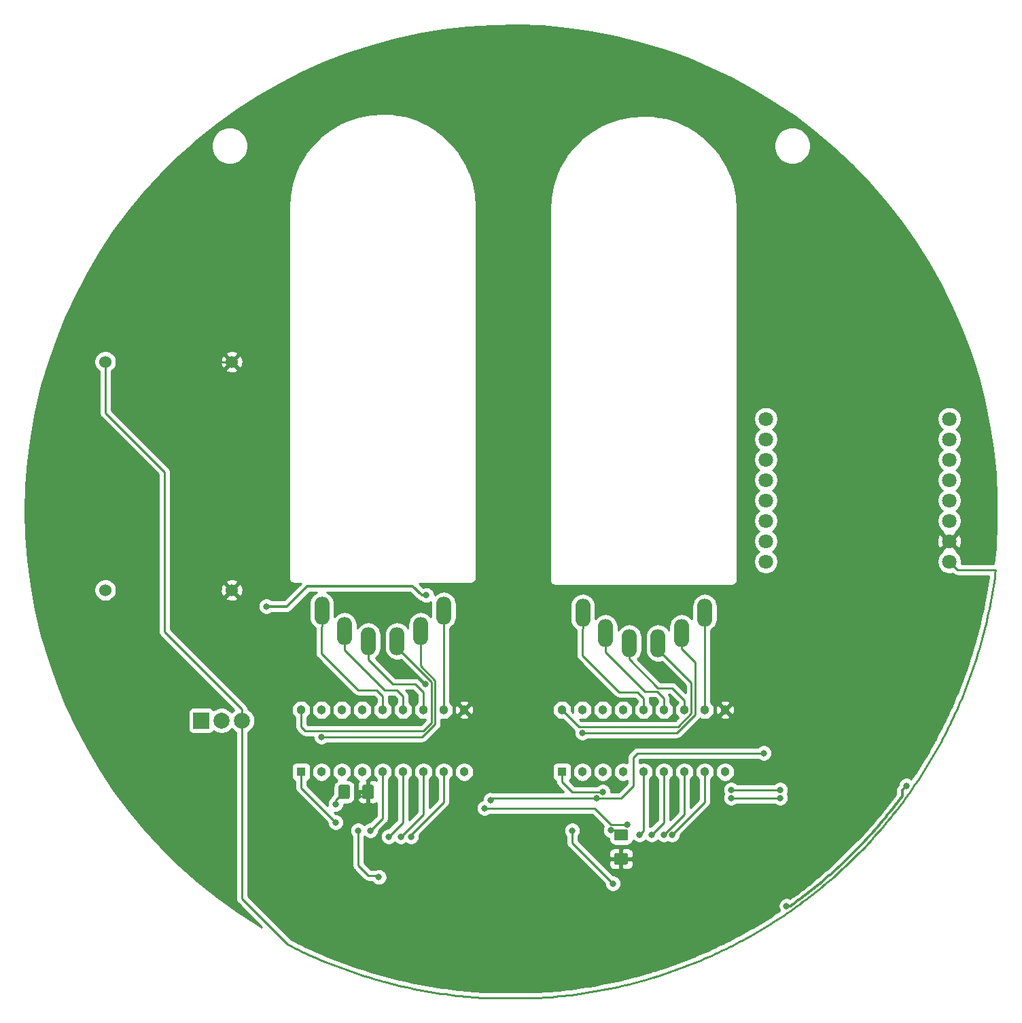
<source format=gbr>
G04 #@! TF.GenerationSoftware,KiCad,Pcbnew,(5.1.4)-1*
G04 #@! TF.CreationDate,2020-02-10T21:36:07-05:00*
G04 #@! TF.ProjectId,xmas,786d6173-2e6b-4696-9361-645f70636258,rev?*
G04 #@! TF.SameCoordinates,Original*
G04 #@! TF.FileFunction,Copper,L2,Bot*
G04 #@! TF.FilePolarity,Positive*
%FSLAX46Y46*%
G04 Gerber Fmt 4.6, Leading zero omitted, Abs format (unit mm)*
G04 Created by KiCad (PCBNEW (5.1.4)-1) date 2020-02-10 21:36:07*
%MOMM*%
%LPD*%
G04 APERTURE LIST*
%ADD10C,1.524000*%
%ADD11C,1.800000*%
%ADD12C,2.000000*%
%ADD13R,2.000000X2.000000*%
%ADD14C,0.100000*%
%ADD15C,1.425000*%
%ADD16O,1.900000X3.500000*%
%ADD17C,1.133000*%
%ADD18R,1.133000X1.133000*%
%ADD19C,0.800000*%
%ADD20C,0.250000*%
%ADD21C,0.300000*%
%ADD22C,0.254000*%
G04 APERTURE END LIST*
D10*
X153162000Y-85852000D03*
X137414000Y-85852000D03*
X153162000Y-57404000D03*
X137414000Y-57404000D03*
D11*
X219710000Y-64516000D03*
X219710000Y-67056000D03*
X219710000Y-69596000D03*
X219710000Y-72136000D03*
X219710000Y-74676000D03*
X219710000Y-77216000D03*
X219710000Y-79756000D03*
X219710000Y-82296000D03*
X242570000Y-82296000D03*
X242570000Y-79756000D03*
X242570000Y-77216000D03*
X242570000Y-74676000D03*
X242570000Y-72136000D03*
X242570000Y-69596000D03*
X242570000Y-67056000D03*
X242570000Y-64516000D03*
D12*
X154432000Y-102108000D03*
X151892000Y-102108000D03*
D13*
X149352000Y-102108000D03*
D14*
G36*
X170630504Y-110124204D02*
G01*
X170654773Y-110127804D01*
X170678571Y-110133765D01*
X170701671Y-110142030D01*
X170723849Y-110152520D01*
X170744893Y-110165133D01*
X170764598Y-110179747D01*
X170782777Y-110196223D01*
X170799253Y-110214402D01*
X170813867Y-110234107D01*
X170826480Y-110255151D01*
X170836970Y-110277329D01*
X170845235Y-110300429D01*
X170851196Y-110324227D01*
X170854796Y-110348496D01*
X170856000Y-110373000D01*
X170856000Y-111623000D01*
X170854796Y-111647504D01*
X170851196Y-111671773D01*
X170845235Y-111695571D01*
X170836970Y-111718671D01*
X170826480Y-111740849D01*
X170813867Y-111761893D01*
X170799253Y-111781598D01*
X170782777Y-111799777D01*
X170764598Y-111816253D01*
X170744893Y-111830867D01*
X170723849Y-111843480D01*
X170701671Y-111853970D01*
X170678571Y-111862235D01*
X170654773Y-111868196D01*
X170630504Y-111871796D01*
X170606000Y-111873000D01*
X169681000Y-111873000D01*
X169656496Y-111871796D01*
X169632227Y-111868196D01*
X169608429Y-111862235D01*
X169585329Y-111853970D01*
X169563151Y-111843480D01*
X169542107Y-111830867D01*
X169522402Y-111816253D01*
X169504223Y-111799777D01*
X169487747Y-111781598D01*
X169473133Y-111761893D01*
X169460520Y-111740849D01*
X169450030Y-111718671D01*
X169441765Y-111695571D01*
X169435804Y-111671773D01*
X169432204Y-111647504D01*
X169431000Y-111623000D01*
X169431000Y-110373000D01*
X169432204Y-110348496D01*
X169435804Y-110324227D01*
X169441765Y-110300429D01*
X169450030Y-110277329D01*
X169460520Y-110255151D01*
X169473133Y-110234107D01*
X169487747Y-110214402D01*
X169504223Y-110196223D01*
X169522402Y-110179747D01*
X169542107Y-110165133D01*
X169563151Y-110152520D01*
X169585329Y-110142030D01*
X169608429Y-110133765D01*
X169632227Y-110127804D01*
X169656496Y-110124204D01*
X169681000Y-110123000D01*
X170606000Y-110123000D01*
X170630504Y-110124204D01*
X170630504Y-110124204D01*
G37*
D15*
X170143500Y-110998000D03*
D14*
G36*
X167655504Y-110124204D02*
G01*
X167679773Y-110127804D01*
X167703571Y-110133765D01*
X167726671Y-110142030D01*
X167748849Y-110152520D01*
X167769893Y-110165133D01*
X167789598Y-110179747D01*
X167807777Y-110196223D01*
X167824253Y-110214402D01*
X167838867Y-110234107D01*
X167851480Y-110255151D01*
X167861970Y-110277329D01*
X167870235Y-110300429D01*
X167876196Y-110324227D01*
X167879796Y-110348496D01*
X167881000Y-110373000D01*
X167881000Y-111623000D01*
X167879796Y-111647504D01*
X167876196Y-111671773D01*
X167870235Y-111695571D01*
X167861970Y-111718671D01*
X167851480Y-111740849D01*
X167838867Y-111761893D01*
X167824253Y-111781598D01*
X167807777Y-111799777D01*
X167789598Y-111816253D01*
X167769893Y-111830867D01*
X167748849Y-111843480D01*
X167726671Y-111853970D01*
X167703571Y-111862235D01*
X167679773Y-111868196D01*
X167655504Y-111871796D01*
X167631000Y-111873000D01*
X166706000Y-111873000D01*
X166681496Y-111871796D01*
X166657227Y-111868196D01*
X166633429Y-111862235D01*
X166610329Y-111853970D01*
X166588151Y-111843480D01*
X166567107Y-111830867D01*
X166547402Y-111816253D01*
X166529223Y-111799777D01*
X166512747Y-111781598D01*
X166498133Y-111761893D01*
X166485520Y-111740849D01*
X166475030Y-111718671D01*
X166466765Y-111695571D01*
X166460804Y-111671773D01*
X166457204Y-111647504D01*
X166456000Y-111623000D01*
X166456000Y-110373000D01*
X166457204Y-110348496D01*
X166460804Y-110324227D01*
X166466765Y-110300429D01*
X166475030Y-110277329D01*
X166485520Y-110255151D01*
X166498133Y-110234107D01*
X166512747Y-110214402D01*
X166529223Y-110196223D01*
X166547402Y-110179747D01*
X166567107Y-110165133D01*
X166588151Y-110152520D01*
X166610329Y-110142030D01*
X166633429Y-110133765D01*
X166657227Y-110127804D01*
X166681496Y-110124204D01*
X166706000Y-110123000D01*
X167631000Y-110123000D01*
X167655504Y-110124204D01*
X167655504Y-110124204D01*
G37*
D15*
X167168500Y-110998000D03*
D14*
G36*
X202325504Y-118632204D02*
G01*
X202349773Y-118635804D01*
X202373571Y-118641765D01*
X202396671Y-118650030D01*
X202418849Y-118660520D01*
X202439893Y-118673133D01*
X202459598Y-118687747D01*
X202477777Y-118704223D01*
X202494253Y-118722402D01*
X202508867Y-118742107D01*
X202521480Y-118763151D01*
X202531970Y-118785329D01*
X202540235Y-118808429D01*
X202546196Y-118832227D01*
X202549796Y-118856496D01*
X202551000Y-118881000D01*
X202551000Y-119806000D01*
X202549796Y-119830504D01*
X202546196Y-119854773D01*
X202540235Y-119878571D01*
X202531970Y-119901671D01*
X202521480Y-119923849D01*
X202508867Y-119944893D01*
X202494253Y-119964598D01*
X202477777Y-119982777D01*
X202459598Y-119999253D01*
X202439893Y-120013867D01*
X202418849Y-120026480D01*
X202396671Y-120036970D01*
X202373571Y-120045235D01*
X202349773Y-120051196D01*
X202325504Y-120054796D01*
X202301000Y-120056000D01*
X201051000Y-120056000D01*
X201026496Y-120054796D01*
X201002227Y-120051196D01*
X200978429Y-120045235D01*
X200955329Y-120036970D01*
X200933151Y-120026480D01*
X200912107Y-120013867D01*
X200892402Y-119999253D01*
X200874223Y-119982777D01*
X200857747Y-119964598D01*
X200843133Y-119944893D01*
X200830520Y-119923849D01*
X200820030Y-119901671D01*
X200811765Y-119878571D01*
X200805804Y-119854773D01*
X200802204Y-119830504D01*
X200801000Y-119806000D01*
X200801000Y-118881000D01*
X200802204Y-118856496D01*
X200805804Y-118832227D01*
X200811765Y-118808429D01*
X200820030Y-118785329D01*
X200830520Y-118763151D01*
X200843133Y-118742107D01*
X200857747Y-118722402D01*
X200874223Y-118704223D01*
X200892402Y-118687747D01*
X200912107Y-118673133D01*
X200933151Y-118660520D01*
X200955329Y-118650030D01*
X200978429Y-118641765D01*
X201002227Y-118635804D01*
X201026496Y-118632204D01*
X201051000Y-118631000D01*
X202301000Y-118631000D01*
X202325504Y-118632204D01*
X202325504Y-118632204D01*
G37*
D15*
X201676000Y-119343500D03*
D14*
G36*
X202325504Y-115657204D02*
G01*
X202349773Y-115660804D01*
X202373571Y-115666765D01*
X202396671Y-115675030D01*
X202418849Y-115685520D01*
X202439893Y-115698133D01*
X202459598Y-115712747D01*
X202477777Y-115729223D01*
X202494253Y-115747402D01*
X202508867Y-115767107D01*
X202521480Y-115788151D01*
X202531970Y-115810329D01*
X202540235Y-115833429D01*
X202546196Y-115857227D01*
X202549796Y-115881496D01*
X202551000Y-115906000D01*
X202551000Y-116831000D01*
X202549796Y-116855504D01*
X202546196Y-116879773D01*
X202540235Y-116903571D01*
X202531970Y-116926671D01*
X202521480Y-116948849D01*
X202508867Y-116969893D01*
X202494253Y-116989598D01*
X202477777Y-117007777D01*
X202459598Y-117024253D01*
X202439893Y-117038867D01*
X202418849Y-117051480D01*
X202396671Y-117061970D01*
X202373571Y-117070235D01*
X202349773Y-117076196D01*
X202325504Y-117079796D01*
X202301000Y-117081000D01*
X201051000Y-117081000D01*
X201026496Y-117079796D01*
X201002227Y-117076196D01*
X200978429Y-117070235D01*
X200955329Y-117061970D01*
X200933151Y-117051480D01*
X200912107Y-117038867D01*
X200892402Y-117024253D01*
X200874223Y-117007777D01*
X200857747Y-116989598D01*
X200843133Y-116969893D01*
X200830520Y-116948849D01*
X200820030Y-116926671D01*
X200811765Y-116903571D01*
X200805804Y-116879773D01*
X200802204Y-116855504D01*
X200801000Y-116831000D01*
X200801000Y-115906000D01*
X200802204Y-115881496D01*
X200805804Y-115857227D01*
X200811765Y-115833429D01*
X200820030Y-115810329D01*
X200830520Y-115788151D01*
X200843133Y-115767107D01*
X200857747Y-115747402D01*
X200874223Y-115729223D01*
X200892402Y-115712747D01*
X200912107Y-115698133D01*
X200933151Y-115685520D01*
X200955329Y-115675030D01*
X200978429Y-115666765D01*
X201002227Y-115660804D01*
X201026496Y-115657204D01*
X201051000Y-115656000D01*
X202301000Y-115656000D01*
X202325504Y-115657204D01*
X202325504Y-115657204D01*
G37*
D15*
X201676000Y-116368500D03*
D16*
X196896445Y-88646000D03*
X199719360Y-91186000D03*
X202692000Y-92456000D03*
X206276915Y-92456000D03*
X209220641Y-91186000D03*
X212090000Y-88646000D03*
X164384445Y-88392000D03*
X167207360Y-90932000D03*
X170180000Y-92202000D03*
X173764915Y-92202000D03*
X176708641Y-90932000D03*
X179578000Y-88392000D03*
D17*
X161798000Y-100782000D03*
X164338000Y-100782000D03*
X166878000Y-100782000D03*
X169418000Y-100782000D03*
X171958000Y-100782000D03*
X174498000Y-100782000D03*
X177038000Y-100782000D03*
X179578000Y-100782000D03*
X182118000Y-100782000D03*
X182118000Y-108514000D03*
X179578000Y-108514000D03*
X177038000Y-108514000D03*
X174498000Y-108514000D03*
X171958000Y-108514000D03*
X169418000Y-108514000D03*
X166878000Y-108514000D03*
X164338000Y-108514000D03*
D18*
X161798000Y-108514000D03*
X194310000Y-108514000D03*
D17*
X196850000Y-108514000D03*
X199390000Y-108514000D03*
X201930000Y-108514000D03*
X204470000Y-108514000D03*
X207010000Y-108514000D03*
X209550000Y-108514000D03*
X212090000Y-108514000D03*
X214630000Y-108514000D03*
X214630000Y-100782000D03*
X212090000Y-100782000D03*
X209550000Y-100782000D03*
X207010000Y-100782000D03*
X204470000Y-100782000D03*
X201930000Y-100782000D03*
X199390000Y-100782000D03*
X196850000Y-100782000D03*
X194310000Y-100782000D03*
D19*
X164338000Y-104140000D03*
X206248000Y-88392000D03*
X176530000Y-120904000D03*
X209042000Y-120396000D03*
X168910000Y-111506000D03*
X239268000Y-103124000D03*
X228600000Y-47244000D03*
X191008000Y-24384000D03*
X144780000Y-51816000D03*
X151892000Y-110744000D03*
X186436000Y-128016000D03*
X142240000Y-105156000D03*
X205740000Y-110236000D03*
X177282805Y-97545195D03*
X173736000Y-96012000D03*
X175514000Y-116586000D03*
X174244000Y-116586000D03*
X172720000Y-116586000D03*
X170434000Y-115824000D03*
X166116000Y-114808000D03*
X184658000Y-113030000D03*
X202438000Y-115062000D03*
X199390000Y-110998000D03*
X208030653Y-116336653D03*
X207010000Y-116332000D03*
X205486000Y-116332000D03*
X203962000Y-116332000D03*
X196850000Y-103632000D03*
X221488000Y-110744000D03*
X215392000Y-110744000D03*
X195580000Y-115824000D03*
X200660000Y-122428000D03*
X215392000Y-111760000D03*
X221488000Y-111760000D03*
X168910000Y-115824000D03*
X171486999Y-121629001D03*
X177419000Y-86487000D03*
X157480000Y-87884000D03*
X198628000Y-111760000D03*
X185420000Y-112014000D03*
X166116000Y-112522000D03*
X200406000Y-115787000D03*
X219456000Y-106172000D03*
X237236000Y-110236000D03*
X222283772Y-125210596D03*
D20*
X161798000Y-102870000D02*
X161798000Y-100528000D01*
X173764915Y-93002000D02*
X178054000Y-97291085D01*
X173764915Y-92202000D02*
X173764915Y-93002000D01*
X178054000Y-97291085D02*
X178054000Y-102362000D01*
X178054000Y-102362000D02*
X177038000Y-103378000D01*
X177038000Y-103378000D02*
X162306000Y-103378000D01*
X162306000Y-103378000D02*
X161798000Y-102870000D01*
X176708641Y-90932000D02*
X176708641Y-95309316D01*
X178504010Y-97104685D02*
X178504009Y-102548401D01*
X176708641Y-95309316D02*
X178504010Y-97104685D01*
X178504009Y-102548401D02*
X176912410Y-104140000D01*
X176912410Y-104140000D02*
X164338000Y-104140000D01*
X164384445Y-90392000D02*
X164338000Y-90438445D01*
X164384445Y-88392000D02*
X164384445Y-90392000D01*
X164338000Y-90438445D02*
X164338000Y-93726000D01*
X164338000Y-93726000D02*
X168910000Y-98298000D01*
X168910000Y-98298000D02*
X171196000Y-98298000D01*
X171196000Y-98298000D02*
X171958000Y-99060000D01*
X171958000Y-99060000D02*
X171958000Y-100528000D01*
X174498000Y-99060000D02*
X174498000Y-100528000D01*
X173736000Y-98298000D02*
X174498000Y-99060000D01*
X172212000Y-98298000D02*
X173736000Y-98298000D01*
X167207360Y-93293360D02*
X172212000Y-98298000D01*
X167207360Y-90932000D02*
X167207360Y-93293360D01*
X170180000Y-94488000D02*
X170180000Y-92202000D01*
X173228000Y-97536000D02*
X170180000Y-94488000D01*
X176022000Y-97536000D02*
X173228000Y-97536000D01*
X177038000Y-100528000D02*
X177038000Y-98552000D01*
X177038000Y-98552000D02*
X176022000Y-97536000D01*
X179578000Y-100782000D02*
X179578000Y-88392000D01*
X169635500Y-111506000D02*
X170143500Y-110998000D01*
X168910000Y-111506000D02*
X169635500Y-111506000D01*
X177282805Y-97545195D02*
X175749610Y-96012000D01*
X175749610Y-96012000D02*
X173736000Y-96012000D01*
X153162000Y-57404000D02*
X150368000Y-57404000D01*
X179578000Y-112268000D02*
X175514000Y-116332000D01*
X179578000Y-108260000D02*
X179578000Y-112268000D01*
X177038000Y-113792000D02*
X174244000Y-116586000D01*
X177038000Y-108260000D02*
X177038000Y-113792000D01*
X174498000Y-114808000D02*
X172720000Y-116586000D01*
X174498000Y-108260000D02*
X174498000Y-114808000D01*
X170434000Y-115824000D02*
X171958000Y-114300000D01*
X171958000Y-108260000D02*
X171958000Y-114300000D01*
X161798000Y-109728000D02*
X161798000Y-108260000D01*
X161798000Y-110490000D02*
X161798000Y-109728000D01*
X166116000Y-114808000D02*
X161798000Y-110490000D01*
X184658000Y-113030000D02*
X198374000Y-113030000D01*
X198374000Y-113030000D02*
X200406000Y-115062000D01*
X200406000Y-115062000D02*
X202438000Y-115062000D01*
X199390000Y-110998000D02*
X195580000Y-110998000D01*
X194310000Y-109728000D02*
X194310000Y-108514000D01*
X195580000Y-110998000D02*
X194310000Y-109728000D01*
X208430652Y-115936654D02*
X208430652Y-115927348D01*
X208030653Y-116336653D02*
X208430652Y-115936654D01*
X208430652Y-115927348D02*
X212090000Y-112268000D01*
X212090000Y-112268000D02*
X212090000Y-108514000D01*
X209550000Y-113792000D02*
X209550000Y-108514000D01*
X207010000Y-116332000D02*
X209550000Y-113792000D01*
X207010000Y-114808000D02*
X207010000Y-108514000D01*
X205486000Y-116332000D02*
X207010000Y-114808000D01*
X204470000Y-109315151D02*
X204470000Y-108514000D01*
X203962000Y-116332000D02*
X204470000Y-115824000D01*
X204470000Y-115824000D02*
X204470000Y-109315151D01*
X210441501Y-101209921D02*
X208781422Y-102870000D01*
X210441501Y-97420586D02*
X210441501Y-101209921D01*
X206276915Y-92456000D02*
X206276915Y-93256000D01*
X206276915Y-93256000D02*
X210441501Y-97420586D01*
X196398000Y-102870000D02*
X194310000Y-100782000D01*
X208781422Y-102870000D02*
X196398000Y-102870000D01*
X208655832Y-103632000D02*
X196850000Y-103632000D01*
X210891510Y-101396322D02*
X208655832Y-103632000D01*
X210891510Y-94856869D02*
X210891510Y-101396322D01*
X209220641Y-91186000D02*
X209220641Y-93186000D01*
X209220641Y-93186000D02*
X210891510Y-94856869D01*
X204470000Y-99314000D02*
X204470000Y-100782000D01*
X196896445Y-90646000D02*
X196850000Y-90692445D01*
X196896445Y-88646000D02*
X196896445Y-90646000D01*
X196850000Y-90692445D02*
X196850000Y-93980000D01*
X196850000Y-93980000D02*
X201422000Y-98552000D01*
X201422000Y-98552000D02*
X203708000Y-98552000D01*
X203708000Y-98552000D02*
X204470000Y-99314000D01*
X199719360Y-93547360D02*
X199719360Y-91186000D01*
X204666010Y-98494010D02*
X199719360Y-93547360D01*
X206190010Y-98494010D02*
X204666010Y-98494010D01*
X207010000Y-100782000D02*
X207010000Y-99314000D01*
X207010000Y-99314000D02*
X206190010Y-98494010D01*
X209550000Y-99568000D02*
X209550000Y-100782000D01*
X208026000Y-98044000D02*
X209550000Y-99568000D01*
X206280000Y-98044000D02*
X208026000Y-98044000D01*
X202692000Y-92456000D02*
X202692000Y-94456000D01*
X202692000Y-94456000D02*
X206280000Y-98044000D01*
X212090000Y-90646000D02*
X212090000Y-100782000D01*
X212090000Y-88646000D02*
X212090000Y-90646000D01*
X221488000Y-110744000D02*
X215392000Y-110744000D01*
X195580000Y-115824000D02*
X195580000Y-117348000D01*
X195580000Y-117348000D02*
X200660000Y-122428000D01*
X215392000Y-111760000D02*
X221488000Y-111760000D01*
X168910000Y-115824000D02*
X168910000Y-120142000D01*
X168910000Y-120142000D02*
X170180000Y-121412000D01*
X170180000Y-121412000D02*
X171269998Y-121412000D01*
X171269998Y-121412000D02*
X171486999Y-121629001D01*
D21*
X176853315Y-86487000D02*
X175710315Y-85344000D01*
X177419000Y-86487000D02*
X176853315Y-86487000D01*
X175710315Y-85344000D02*
X162560000Y-85344000D01*
X162560000Y-85344000D02*
X160020000Y-87884000D01*
X160020000Y-87884000D02*
X157480000Y-87884000D01*
D20*
X137414000Y-63754000D02*
X144780000Y-71120000D01*
X241292873Y-105176025D02*
X241300000Y-105162896D01*
X241054648Y-105606546D02*
X241292873Y-105176025D01*
X240813097Y-106034864D02*
X241054648Y-105606546D01*
X240568129Y-106461152D02*
X240813097Y-106034864D01*
X240067682Y-107308065D02*
X240319607Y-106885636D01*
X239812452Y-107728273D02*
X240067682Y-107308065D01*
X239553693Y-108146630D02*
X239812452Y-107728273D01*
X239291665Y-108562710D02*
X239553693Y-108146630D01*
X239026173Y-108976828D02*
X239291665Y-108562710D01*
X238757404Y-109388688D02*
X239026173Y-108976828D01*
X238485328Y-109798340D02*
X238757404Y-109388688D01*
X238209911Y-110205833D02*
X238485328Y-109798340D01*
X237931326Y-110610914D02*
X238209911Y-110205833D01*
X237649259Y-111014036D02*
X237931326Y-110610914D01*
X237364065Y-111414690D02*
X237649259Y-111014036D01*
X237075706Y-111812936D02*
X237364065Y-111414690D01*
X199809790Y-135598093D02*
X200291880Y-135500298D01*
X171567015Y-134512712D02*
X172041186Y-134643368D01*
X198359379Y-135867971D02*
X198843656Y-135781907D01*
X223128341Y-125564318D02*
X223528529Y-125278235D01*
X197388836Y-136028334D02*
X197874419Y-135950117D01*
X200773047Y-135398633D02*
X201253318Y-135293093D01*
X196902781Y-136102599D02*
X197388836Y-136028334D01*
X224714660Y-124400976D02*
X225105217Y-124102231D01*
X196416017Y-136172950D02*
X196902781Y-136102599D01*
X206940659Y-133725964D02*
X207407234Y-133570602D01*
X194952457Y-136360363D02*
X195441000Y-136301815D01*
X220264836Y-127474510D02*
X220680526Y-127211553D01*
X194463796Y-136414921D02*
X194952457Y-136360363D01*
X209260606Y-132911550D02*
X209720714Y-132737383D01*
X192995133Y-136554887D02*
X193485130Y-136512184D01*
X192504843Y-136593622D02*
X192995133Y-136554887D01*
X202688904Y-134953195D02*
X203165671Y-134832138D01*
X191638047Y-136652000D02*
X192014206Y-136628395D01*
X205062050Y-134309598D02*
X205533409Y-134169406D01*
X184282521Y-136652000D02*
X191638047Y-136652000D01*
X219427328Y-127990183D02*
X219847141Y-127734029D01*
X184151177Y-136644290D02*
X184282521Y-136652000D01*
X205533409Y-134169406D02*
X205748448Y-134103551D01*
X181700673Y-136440714D02*
X182190155Y-136489360D01*
X208799317Y-133081914D02*
X209260606Y-132911550D01*
X180235147Y-136271088D02*
X180723172Y-136331577D01*
X221093921Y-126945343D02*
X221505328Y-126675682D01*
X179747526Y-136206642D02*
X180235147Y-136271088D01*
X221914394Y-126402803D02*
X222321365Y-126126537D01*
X179260470Y-136138258D02*
X179747526Y-136206642D01*
X215559697Y-130140523D02*
X215997000Y-129915587D01*
X177802914Y-135909516D02*
X178288228Y-135989704D01*
X203641275Y-134707274D02*
X204116104Y-134578500D01*
X177318490Y-135825445D02*
X177802914Y-135909516D01*
X212449412Y-131615188D02*
X212898749Y-131415348D01*
X176834667Y-135737443D02*
X177318490Y-135825445D01*
X224321655Y-124696588D02*
X224714660Y-124400976D01*
X176351375Y-135645493D02*
X176834667Y-135737443D01*
X211998532Y-131811363D02*
X212449412Y-131615188D01*
X175869040Y-135549677D02*
X176351375Y-135645493D01*
X203165671Y-134832138D02*
X203641275Y-134707274D01*
X165055816Y-132285933D02*
X165512143Y-132469300D01*
X202211353Y-135070349D02*
X202688904Y-134953195D01*
X166429205Y-132824946D02*
X166889857Y-132997194D01*
X164600949Y-132098866D02*
X165055816Y-132285933D01*
X207407234Y-133570602D02*
X207872581Y-133411457D01*
X193485130Y-136512184D02*
X193974639Y-136465533D01*
X207872581Y-133411457D02*
X208336678Y-133248536D01*
X173469661Y-135012232D02*
X173947852Y-135127495D01*
X164147540Y-131908098D02*
X164600949Y-132098866D01*
X225879179Y-123495191D02*
X226262446Y-123187003D01*
X165512143Y-132469300D02*
X165969874Y-132648945D01*
X163695945Y-131713780D02*
X164147540Y-131908098D01*
X211091797Y-132192864D02*
X211545907Y-132003959D01*
X192014206Y-136628395D02*
X192504843Y-136593622D01*
X216432517Y-129687097D02*
X216866099Y-129455131D01*
X172516323Y-134770166D02*
X172992637Y-134893160D01*
X163245782Y-131515750D02*
X163695945Y-131713780D01*
X160141442Y-130028507D02*
X160579660Y-130251678D01*
X223926194Y-124989069D02*
X224321655Y-124696588D01*
X162797203Y-131314072D02*
X163245782Y-131515750D01*
X227021366Y-122561441D02*
X227397151Y-122243957D01*
X198843656Y-135781907D02*
X199326969Y-135691977D01*
X210179251Y-132559555D02*
X210636268Y-132378053D01*
X162350266Y-131108771D02*
X162797203Y-131314072D01*
X165969874Y-132648945D02*
X166429205Y-132824946D01*
X215120383Y-130362021D02*
X215559697Y-130140523D01*
X240319607Y-106885636D02*
X240568129Y-106461152D01*
X199326969Y-135691977D02*
X199809790Y-135598093D01*
X226262446Y-123187003D02*
X226643126Y-122875793D01*
X161019680Y-130471305D02*
X161461595Y-130687431D01*
X178774123Y-136065958D02*
X179260470Y-136138258D01*
X217297852Y-129219634D02*
X217727759Y-128980613D01*
X161461595Y-130687431D02*
X161904968Y-130899845D01*
X160579660Y-130251678D02*
X161019680Y-130471305D01*
X206472896Y-133877532D02*
X206940659Y-133725964D01*
X161904968Y-130899845D02*
X162350266Y-131108771D01*
X213346484Y-131211868D02*
X213792650Y-131004732D01*
X182679865Y-136534034D02*
X183169976Y-136574750D01*
X204589488Y-134445999D02*
X205062050Y-134309598D01*
X183660371Y-136611499D02*
X184151177Y-136644290D01*
X220680526Y-127211553D02*
X221093921Y-126945343D01*
X170151251Y-134097854D02*
X170622089Y-134239966D01*
X166889857Y-132997194D02*
X167351853Y-133165699D01*
X183169976Y-136574750D02*
X183660371Y-136611499D01*
X216866099Y-129455131D02*
X217297852Y-129219634D01*
X167351853Y-133165699D02*
X167815318Y-133330506D01*
X182190155Y-136489360D02*
X182679865Y-136534034D01*
X218155561Y-128738213D02*
X218581598Y-128492242D01*
X167815318Y-133330506D02*
X168279833Y-133491466D01*
X168279833Y-133491466D02*
X168745883Y-133648750D01*
X215997000Y-129915587D02*
X216432517Y-129687097D01*
X200291880Y-135500298D02*
X200773047Y-135398633D01*
X195441000Y-136301815D02*
X195928632Y-136239371D01*
X178288228Y-135989704D02*
X178774123Y-136065958D01*
X212898749Y-131415348D02*
X213346484Y-131211868D01*
X172041186Y-134643368D02*
X172516323Y-134770166D01*
X168745883Y-133648750D02*
X169213108Y-133802233D01*
X219005382Y-128242979D02*
X219427328Y-127990183D01*
X180723172Y-136331577D02*
X181211760Y-136388128D01*
X201253318Y-135293093D02*
X201732754Y-135183665D01*
X174426817Y-135238855D02*
X174906764Y-135346359D01*
X169213108Y-133802233D02*
X169681601Y-133951946D01*
X201732754Y-135183665D02*
X202211353Y-135070349D01*
X197874419Y-135950117D02*
X198359379Y-135867971D01*
X211545907Y-132003959D02*
X211998532Y-131811363D01*
X174906764Y-135346359D02*
X175387477Y-135449961D01*
X169681601Y-133951946D02*
X170151251Y-134097854D01*
X181211760Y-136388128D02*
X181700673Y-136440714D01*
X218581598Y-128492242D02*
X219005382Y-128242979D01*
X170622089Y-134239966D02*
X171093987Y-134378246D01*
X171093987Y-134378246D02*
X171567015Y-134512712D01*
X204116104Y-134578500D02*
X204589488Y-134445999D01*
X193974639Y-136465533D02*
X194463796Y-136414921D01*
X222725904Y-125847118D02*
X223128341Y-125564318D01*
X172992637Y-134893160D02*
X173469661Y-135012232D01*
X195928632Y-136239371D02*
X196416017Y-136172950D01*
X214236993Y-130794057D02*
X214679625Y-130579793D01*
X173947852Y-135127495D02*
X174426817Y-135238855D01*
X175387477Y-135449961D02*
X175869040Y-135549677D01*
X206003782Y-134025356D02*
X206472896Y-133877532D01*
X208336678Y-133248536D02*
X208799317Y-133081914D01*
X209720714Y-132737383D02*
X210179251Y-132559555D01*
X210636268Y-132378053D02*
X211091797Y-132192864D01*
X213792650Y-131004732D02*
X214236993Y-130794057D01*
X214679625Y-130579793D02*
X215120383Y-130362021D01*
X217727759Y-128980613D02*
X218155561Y-128738213D01*
X219847141Y-127734029D02*
X220264836Y-127474510D01*
X221505328Y-126675682D02*
X221914394Y-126402803D01*
X222321365Y-126126537D02*
X222725904Y-125847118D01*
X223528529Y-125278235D02*
X223926194Y-124989069D01*
X225105217Y-124102231D02*
X225493425Y-123800276D01*
X225493425Y-123800276D02*
X225879179Y-123495191D01*
X226643126Y-122875793D02*
X227021366Y-122561441D01*
X227397151Y-122243957D02*
X227770141Y-121923629D01*
X227770141Y-121923629D02*
X228140693Y-121600152D01*
X228140693Y-121600152D02*
X228508580Y-121273721D01*
X228508580Y-121273721D02*
X228873755Y-120944381D01*
X228873755Y-120944381D02*
X229236351Y-120612011D01*
X229236351Y-120612011D02*
X229596247Y-120276719D01*
X229596247Y-120276719D02*
X229953219Y-119938719D01*
X229953219Y-119938719D02*
X230307622Y-119597673D01*
X230307622Y-119597673D02*
X230659174Y-119253854D01*
X230659174Y-119253854D02*
X231008035Y-118907104D01*
X231008035Y-118907104D02*
X231353969Y-118557655D01*
X231353969Y-118557655D02*
X231697212Y-118205270D01*
X231697212Y-118205270D02*
X232037488Y-117850232D01*
X232037488Y-117850232D02*
X232374902Y-117492434D01*
X232374902Y-117492434D02*
X232709392Y-117131939D01*
X232709392Y-117131939D02*
X233040975Y-116768732D01*
X233040975Y-116768732D02*
X233369538Y-116402934D01*
X233369538Y-116402934D02*
X233695317Y-116034283D01*
X233695317Y-116034283D02*
X234017921Y-115663221D01*
X234017921Y-115663221D02*
X234337659Y-115289392D01*
X234337659Y-115289392D02*
X234654249Y-114913124D01*
X234654249Y-114913124D02*
X234967775Y-114534326D01*
X234967775Y-114534326D02*
X235278327Y-114152879D01*
X235278327Y-114152879D02*
X235585703Y-113769036D01*
X235585703Y-113769036D02*
X235890037Y-113382630D01*
X235890037Y-113382630D02*
X236191169Y-112993860D01*
X236191169Y-112993860D02*
X236489241Y-112602546D01*
X236489241Y-112602546D02*
X236784040Y-112208967D01*
X236784040Y-112208967D02*
X237075706Y-111812936D01*
X206003782Y-134025356D02*
X206123599Y-133987600D01*
X205826643Y-134025356D02*
X205748448Y-134103551D01*
X206003782Y-134025356D02*
X205826643Y-134025356D01*
X248269354Y-83792747D02*
X248330827Y-83304874D01*
X248203938Y-84280120D02*
X248269354Y-83792747D01*
X248134571Y-84767028D02*
X248203938Y-84280120D01*
X248061268Y-85253370D02*
X248134571Y-84767028D01*
X247984031Y-85739125D02*
X248061268Y-85253370D01*
X247902884Y-86224151D02*
X247984031Y-85739125D01*
X247817818Y-86708494D02*
X247902884Y-86224151D01*
X247728815Y-87192262D02*
X247817818Y-86708494D01*
X247635919Y-87675206D02*
X247728815Y-87192262D01*
X247539121Y-88157387D02*
X247635919Y-87675206D01*
X247438426Y-88638772D02*
X247539121Y-88157387D01*
X243873915Y-99871380D02*
X244065478Y-99418643D01*
X245623825Y-95276622D02*
X245778202Y-94809861D01*
X243678573Y-100322840D02*
X243873915Y-99871380D01*
X241758523Y-104309859D02*
X241986180Y-103873791D01*
X244437806Y-98508073D02*
X244618370Y-98050722D01*
X243479670Y-100772516D02*
X243678573Y-100322840D01*
X243277076Y-101220706D02*
X243479670Y-100772516D01*
X244253517Y-98964029D02*
X244437806Y-98508073D01*
X242861075Y-102112038D02*
X243070873Y-101667222D01*
X242647731Y-102555054D02*
X242861075Y-102112038D01*
X246625080Y-91983394D02*
X246752838Y-91508515D01*
X241527420Y-104743938D02*
X241758523Y-104309859D01*
X242430729Y-102996497D02*
X242647731Y-102555054D01*
X241292873Y-105176025D02*
X241527420Y-104743938D01*
X244065478Y-99418643D02*
X244253517Y-98964029D01*
X242210233Y-103436034D02*
X242430729Y-102996497D01*
X243070873Y-101667222D02*
X243277076Y-101220706D01*
X241986180Y-103873791D02*
X242210233Y-103436034D01*
X247225377Y-89599012D02*
X247333852Y-89119283D01*
X244618370Y-98050722D02*
X244795298Y-97591752D01*
X244795298Y-97591752D02*
X244968454Y-97131511D01*
X246752838Y-91508515D02*
X246876756Y-91032604D01*
X244968454Y-97131511D02*
X245137929Y-96669758D01*
X245137929Y-96669758D02*
X245303620Y-96206773D01*
X245928878Y-94341619D02*
X246075712Y-93872339D01*
X245303620Y-96206773D02*
X245465594Y-95742371D01*
X245465594Y-95742371D02*
X245623825Y-95276622D01*
X245778202Y-94809861D02*
X245928878Y-94341619D01*
X246075712Y-93872339D02*
X246218807Y-93401688D01*
X246218807Y-93401688D02*
X246358038Y-92930076D01*
X246358038Y-92930076D02*
X246493438Y-92457397D01*
X246493438Y-92457397D02*
X246625080Y-91983394D01*
X246876756Y-91032604D02*
X246996831Y-90555661D01*
X246996831Y-90555661D02*
X247113058Y-90077717D01*
X247113058Y-90077717D02*
X247225377Y-89599012D01*
X247333852Y-89119283D02*
X247438426Y-88638772D01*
X243578874Y-83304874D02*
X242570000Y-82296000D01*
X248330827Y-83304874D02*
X243578874Y-83304874D01*
X154432000Y-124319066D02*
X154502467Y-124389533D01*
X154432000Y-102108000D02*
X154432000Y-124319066D01*
X154502467Y-124389533D02*
X160141442Y-130028507D01*
X144780000Y-91041787D02*
X144780000Y-90424000D01*
X154432000Y-100693787D02*
X144780000Y-91041787D01*
X154432000Y-102108000D02*
X154432000Y-100693787D01*
X144780000Y-71120000D02*
X144780000Y-90424000D01*
X144780000Y-90424000D02*
X144780000Y-90932000D01*
X137414000Y-57404000D02*
X137414000Y-63754000D01*
X185674000Y-111760000D02*
X185420000Y-112014000D01*
X198628000Y-111760000D02*
X185674000Y-111760000D01*
X166116000Y-112050500D02*
X167168500Y-110998000D01*
X166116000Y-112522000D02*
X166116000Y-112050500D01*
X201094500Y-115787000D02*
X201676000Y-116368500D01*
X200406000Y-115787000D02*
X201094500Y-115787000D01*
X198628000Y-111760000D02*
X201676000Y-111760000D01*
X201676000Y-111760000D02*
X203200000Y-110236000D01*
X203200000Y-110236000D02*
X203200000Y-107188000D01*
X203200000Y-107188000D02*
X203200000Y-106680000D01*
X203200000Y-106680000D02*
X203708000Y-106172000D01*
X203708000Y-106172000D02*
X219456000Y-106172000D01*
D21*
X232359876Y-116810261D02*
X232027958Y-117167984D01*
X235814550Y-112704384D02*
X235515641Y-113090285D01*
X233014875Y-116086941D02*
X232688888Y-116449871D01*
X236110223Y-112316220D02*
X235814550Y-112704384D01*
X233975441Y-114982089D02*
X233658220Y-115352974D01*
X235515641Y-113090285D02*
X235213782Y-113473550D01*
X235213782Y-113473550D02*
X234908660Y-113854578D01*
X236692139Y-111532733D02*
X236402681Y-111925766D01*
X237236000Y-110236000D02*
X236692139Y-110779861D01*
X236402681Y-111925766D02*
X236110223Y-112316220D01*
X236692139Y-110779861D02*
X236692139Y-111532733D01*
X233338069Y-115721214D02*
X233014875Y-116086941D01*
X234908660Y-113854578D02*
X234600617Y-114232942D01*
X234600617Y-114232942D02*
X234289560Y-114608757D01*
X234289560Y-114608757D02*
X233975441Y-114982089D01*
X233658220Y-115352974D02*
X233338069Y-115721214D01*
X232688888Y-116449871D02*
X232359876Y-116810261D01*
X226340963Y-122509276D02*
X225963235Y-122818072D01*
X226716275Y-122197357D02*
X226340963Y-122509276D01*
X227089110Y-121882366D02*
X226716275Y-122197357D01*
X227459153Y-121564569D02*
X227089110Y-121882366D01*
X229189369Y-120006573D02*
X228913984Y-120263131D01*
X228913984Y-120263131D02*
X228554272Y-120592858D01*
X232027958Y-117167984D02*
X229189369Y-120006573D01*
X228554272Y-120592858D02*
X228191801Y-120919760D01*
X228191801Y-120919760D02*
X227826943Y-121243503D01*
X227826943Y-121243503D02*
X227459153Y-121564569D01*
X222853677Y-125176765D02*
X222805533Y-125210596D01*
X223250648Y-124892982D02*
X222853677Y-125176765D01*
X225963235Y-122818072D02*
X225582978Y-123123839D01*
X222805533Y-125210596D02*
X222283772Y-125210596D01*
X225200194Y-123426575D02*
X224815027Y-123726163D01*
X224815027Y-123726163D02*
X224427586Y-124022524D01*
X224427586Y-124022524D02*
X224037575Y-124315883D01*
X223645282Y-124606021D02*
X223250648Y-124892982D01*
X225582978Y-123123839D02*
X225200194Y-123426575D01*
X224037575Y-124315883D02*
X223645282Y-124606021D01*
D22*
G36*
X191821003Y-15561622D02*
G01*
X194899229Y-15837535D01*
X197959351Y-16270265D01*
X200993386Y-16858681D01*
X203993418Y-17601249D01*
X206951621Y-18496033D01*
X209860277Y-19540696D01*
X212711798Y-20732515D01*
X215498744Y-22068379D01*
X218213845Y-23544804D01*
X220850016Y-25157938D01*
X223400382Y-26903572D01*
X225858287Y-28777152D01*
X228217321Y-30773790D01*
X230471327Y-32888277D01*
X232614426Y-35115097D01*
X234641027Y-37448440D01*
X236545843Y-39882219D01*
X238323904Y-42410084D01*
X239970570Y-45025441D01*
X241481548Y-47721465D01*
X242852893Y-50491125D01*
X244081030Y-53327193D01*
X245162753Y-56222271D01*
X246095240Y-59168806D01*
X246876060Y-62159111D01*
X247503174Y-65185384D01*
X247974947Y-68239730D01*
X248290147Y-71314182D01*
X248447954Y-74400717D01*
X248447954Y-77491283D01*
X248290147Y-80577818D01*
X248088480Y-82544874D01*
X244085568Y-82544874D01*
X244105000Y-82447184D01*
X244105000Y-82144816D01*
X244046011Y-81848257D01*
X243930299Y-81568905D01*
X243762312Y-81317495D01*
X243548505Y-81103688D01*
X243394895Y-81001049D01*
X243454475Y-80820080D01*
X242570000Y-79935605D01*
X241685525Y-80820080D01*
X241745105Y-81001049D01*
X241591495Y-81103688D01*
X241377688Y-81317495D01*
X241209701Y-81568905D01*
X241093989Y-81848257D01*
X241035000Y-82144816D01*
X241035000Y-82447184D01*
X241093989Y-82743743D01*
X241209701Y-83023095D01*
X241377688Y-83274505D01*
X241591495Y-83488312D01*
X241842905Y-83656299D01*
X242122257Y-83772011D01*
X242418816Y-83831000D01*
X242721184Y-83831000D01*
X242978930Y-83779731D01*
X243015075Y-83815877D01*
X243038873Y-83844875D01*
X243154598Y-83939848D01*
X243286627Y-84010420D01*
X243429888Y-84053877D01*
X243541541Y-84064874D01*
X243541550Y-84064874D01*
X243578873Y-84068550D01*
X243616196Y-84064874D01*
X247466014Y-84064874D01*
X247451105Y-84175950D01*
X247382599Y-84656816D01*
X247310216Y-85137056D01*
X247233946Y-85616725D01*
X247153794Y-86095804D01*
X247069819Y-86573933D01*
X246981906Y-87051778D01*
X246890176Y-87528660D01*
X246794592Y-88004795D01*
X246695158Y-88480147D01*
X246591870Y-88954751D01*
X246484769Y-89428399D01*
X246373852Y-89901127D01*
X246259072Y-90373123D01*
X246140496Y-90844112D01*
X246018124Y-91314084D01*
X245891966Y-91783013D01*
X245761978Y-92251061D01*
X245628261Y-92717862D01*
X245490785Y-93183532D01*
X245349486Y-93648276D01*
X245204489Y-94111687D01*
X245055665Y-94574174D01*
X244903236Y-95035045D01*
X244746984Y-95494968D01*
X244587037Y-95953560D01*
X244423409Y-96410781D01*
X244256046Y-96866777D01*
X244085057Y-97321260D01*
X243910320Y-97774545D01*
X243732009Y-98226189D01*
X243550040Y-98676404D01*
X243364328Y-99125390D01*
X243175176Y-99572427D01*
X242982275Y-100018246D01*
X242785852Y-100462315D01*
X242585809Y-100904860D01*
X242382178Y-101345808D01*
X242174994Y-101785080D01*
X241964309Y-102222574D01*
X241750027Y-102658483D01*
X241532273Y-103092554D01*
X241311050Y-103524781D01*
X241086249Y-103955379D01*
X240858027Y-104384047D01*
X240638446Y-104788564D01*
X240626395Y-104810764D01*
X240391185Y-105235837D01*
X240152641Y-105658824D01*
X239910705Y-106079836D01*
X239665322Y-106498959D01*
X239416477Y-106916222D01*
X239164457Y-107331144D01*
X238908973Y-107744207D01*
X238650167Y-108155170D01*
X238388058Y-108564011D01*
X238122591Y-108970811D01*
X237853971Y-109375259D01*
X237840528Y-109395149D01*
X237726256Y-109318795D01*
X237537898Y-109240774D01*
X237337939Y-109201000D01*
X237134061Y-109201000D01*
X236934102Y-109240774D01*
X236745744Y-109318795D01*
X236576226Y-109432063D01*
X236432063Y-109576226D01*
X236318795Y-109745744D01*
X236240774Y-109934102D01*
X236201000Y-110134061D01*
X236201000Y-110160843D01*
X236164329Y-110197514D01*
X236134375Y-110222097D01*
X236036277Y-110341629D01*
X235963385Y-110478002D01*
X235918498Y-110625975D01*
X235907139Y-110741301D01*
X235907139Y-110741308D01*
X235903342Y-110779861D01*
X235907139Y-110818414D01*
X235907139Y-111274862D01*
X235772504Y-111457672D01*
X235483842Y-111843059D01*
X235191986Y-112226212D01*
X234896975Y-112607081D01*
X234599009Y-112985402D01*
X234297902Y-113361417D01*
X233993825Y-113734908D01*
X233686884Y-114105750D01*
X233376788Y-114474301D01*
X233063716Y-114840335D01*
X232747802Y-115203702D01*
X232428770Y-115564719D01*
X232106980Y-115922977D01*
X231782308Y-116278613D01*
X231462517Y-116623267D01*
X228644105Y-119441680D01*
X228381219Y-119686593D01*
X228026227Y-120011994D01*
X227668430Y-120334682D01*
X227308374Y-120654164D01*
X226945323Y-120971094D01*
X226580041Y-121284802D01*
X226212108Y-121595652D01*
X225841679Y-121903513D01*
X225468839Y-122208312D01*
X225093505Y-122510121D01*
X224715751Y-122808879D01*
X224335628Y-123104544D01*
X223953185Y-123397082D01*
X223568264Y-123686613D01*
X223181028Y-123973011D01*
X222791547Y-124256225D01*
X222752203Y-124284351D01*
X222585670Y-124215370D01*
X222385711Y-124175596D01*
X222181833Y-124175596D01*
X221981874Y-124215370D01*
X221793516Y-124293391D01*
X221623998Y-124406659D01*
X221479835Y-124550822D01*
X221366567Y-124720340D01*
X221288546Y-124908698D01*
X221248772Y-125108657D01*
X221248772Y-125312535D01*
X221288546Y-125512494D01*
X221366567Y-125700852D01*
X221437656Y-125807245D01*
X221086197Y-126041696D01*
X220679945Y-126307979D01*
X220271660Y-126570899D01*
X219861157Y-126830575D01*
X219448748Y-127086810D01*
X219034154Y-127339781D01*
X218617491Y-127589412D01*
X218198986Y-127835571D01*
X217778373Y-128078411D01*
X217355808Y-128317845D01*
X216931313Y-128553858D01*
X216504973Y-128786403D01*
X216076743Y-129015506D01*
X215646673Y-129241139D01*
X215214838Y-129463264D01*
X214781022Y-129681990D01*
X214345832Y-129897011D01*
X213908669Y-130108628D01*
X213469786Y-130316715D01*
X213029279Y-130521224D01*
X212587141Y-130722160D01*
X212143405Y-130919510D01*
X211698130Y-131113246D01*
X211251137Y-131303445D01*
X210802675Y-131490000D01*
X210352969Y-131672822D01*
X209901623Y-131852073D01*
X209448844Y-132027668D01*
X208994447Y-132199673D01*
X208538948Y-132367899D01*
X208082138Y-132532423D01*
X207623792Y-132693325D01*
X207164280Y-132850476D01*
X206703508Y-133003905D01*
X206241536Y-133153597D01*
X205886874Y-133265356D01*
X205863965Y-133265356D01*
X205826642Y-133261680D01*
X205789320Y-133265356D01*
X205789310Y-133265356D01*
X205677657Y-133276353D01*
X205534396Y-133319810D01*
X205402367Y-133390382D01*
X205355101Y-133429173D01*
X205313807Y-133441819D01*
X204848379Y-133580246D01*
X204381744Y-133714937D01*
X203914210Y-133845801D01*
X203445256Y-133972982D01*
X202975769Y-134096240D01*
X202504899Y-134215800D01*
X202033356Y-134331481D01*
X201560620Y-134443409D01*
X201087282Y-134551446D01*
X200613046Y-134655660D01*
X200137819Y-134756071D01*
X199661650Y-134852665D01*
X199184870Y-134945374D01*
X198707636Y-135034172D01*
X198229449Y-135119154D01*
X197750562Y-135200271D01*
X197270944Y-135277528D01*
X196791012Y-135350857D01*
X196310375Y-135420322D01*
X195829059Y-135485916D01*
X195347468Y-135547587D01*
X194865070Y-135605398D01*
X194382558Y-135659270D01*
X193899390Y-135709262D01*
X193416055Y-135755324D01*
X192932266Y-135797486D01*
X192448080Y-135835739D01*
X191963542Y-135870080D01*
X191614237Y-135892000D01*
X184304801Y-135892000D01*
X184198755Y-135885775D01*
X183714090Y-135853394D01*
X183229902Y-135817111D01*
X182745852Y-135776899D01*
X182262329Y-135732789D01*
X181778901Y-135684745D01*
X181296057Y-135632812D01*
X180813587Y-135576969D01*
X180331689Y-135517239D01*
X179850184Y-135453602D01*
X179369243Y-135386077D01*
X178888912Y-135314671D01*
X178409099Y-135239372D01*
X177929857Y-135160187D01*
X177451533Y-135077175D01*
X176973703Y-134990263D01*
X176496444Y-134899461D01*
X176020078Y-134804831D01*
X175544588Y-134706372D01*
X175069889Y-134604066D01*
X174595877Y-134497892D01*
X174122969Y-134387940D01*
X173650728Y-134274111D01*
X173179647Y-134156522D01*
X172709407Y-134035097D01*
X172240096Y-133909853D01*
X171771756Y-133780804D01*
X171304662Y-133648024D01*
X170838748Y-133511497D01*
X170373755Y-133371149D01*
X169910022Y-133227079D01*
X169447347Y-133079225D01*
X168986054Y-132927691D01*
X168525763Y-132772351D01*
X168066995Y-132613382D01*
X167609467Y-132450686D01*
X167153126Y-132284244D01*
X166698286Y-132114169D01*
X166244615Y-131940336D01*
X165792742Y-131762991D01*
X165342049Y-131581888D01*
X164892850Y-131397152D01*
X164445095Y-131208763D01*
X163999140Y-131016872D01*
X163554701Y-130821360D01*
X163111677Y-130622180D01*
X162670306Y-130419436D01*
X162230571Y-130213120D01*
X161792745Y-130003364D01*
X161356260Y-129789893D01*
X160921801Y-129573042D01*
X160593672Y-129405935D01*
X155192000Y-124004265D01*
X155192000Y-107947500D01*
X160593428Y-107947500D01*
X160593428Y-109080500D01*
X160605688Y-109204982D01*
X160641998Y-109324680D01*
X160700963Y-109434994D01*
X160780315Y-109531685D01*
X160877006Y-109611037D01*
X160987320Y-109670002D01*
X161038000Y-109685376D01*
X161038000Y-110452678D01*
X161034324Y-110490000D01*
X161038000Y-110527322D01*
X161038000Y-110527332D01*
X161048997Y-110638985D01*
X161087154Y-110764774D01*
X161092454Y-110782246D01*
X161163026Y-110914276D01*
X161197320Y-110956063D01*
X161257999Y-111030001D01*
X161287003Y-111053804D01*
X165081000Y-114847802D01*
X165081000Y-114909939D01*
X165120774Y-115109898D01*
X165198795Y-115298256D01*
X165312063Y-115467774D01*
X165456226Y-115611937D01*
X165625744Y-115725205D01*
X165814102Y-115803226D01*
X166014061Y-115843000D01*
X166217939Y-115843000D01*
X166417898Y-115803226D01*
X166606256Y-115725205D01*
X166610961Y-115722061D01*
X167875000Y-115722061D01*
X167875000Y-115925939D01*
X167914774Y-116125898D01*
X167992795Y-116314256D01*
X168106063Y-116483774D01*
X168150000Y-116527711D01*
X168150001Y-120104668D01*
X168146324Y-120142000D01*
X168150001Y-120179333D01*
X168160998Y-120290986D01*
X168162945Y-120297405D01*
X168204454Y-120434246D01*
X168275026Y-120566276D01*
X168339793Y-120645194D01*
X168370000Y-120682001D01*
X168398998Y-120705799D01*
X169616200Y-121923002D01*
X169639999Y-121952001D01*
X169755724Y-122046974D01*
X169887753Y-122117546D01*
X170031014Y-122161003D01*
X170142667Y-122172000D01*
X170142676Y-122172000D01*
X170179999Y-122175676D01*
X170217322Y-122172000D01*
X170605036Y-122172000D01*
X170683062Y-122288775D01*
X170827225Y-122432938D01*
X170996743Y-122546206D01*
X171185101Y-122624227D01*
X171385060Y-122664001D01*
X171588938Y-122664001D01*
X171788897Y-122624227D01*
X171977255Y-122546206D01*
X172146773Y-122432938D01*
X172290936Y-122288775D01*
X172404204Y-122119257D01*
X172482225Y-121930899D01*
X172521999Y-121730940D01*
X172521999Y-121527062D01*
X172482225Y-121327103D01*
X172404204Y-121138745D01*
X172290936Y-120969227D01*
X172146773Y-120825064D01*
X171977255Y-120711796D01*
X171788897Y-120633775D01*
X171588938Y-120594001D01*
X171385060Y-120594001D01*
X171185101Y-120633775D01*
X171141102Y-120652000D01*
X170494802Y-120652000D01*
X169670000Y-119827199D01*
X169670000Y-116527711D01*
X169672000Y-116525711D01*
X169774226Y-116627937D01*
X169943744Y-116741205D01*
X170132102Y-116819226D01*
X170332061Y-116859000D01*
X170535939Y-116859000D01*
X170735898Y-116819226D01*
X170924256Y-116741205D01*
X171093774Y-116627937D01*
X171237650Y-116484061D01*
X171685000Y-116484061D01*
X171685000Y-116687939D01*
X171724774Y-116887898D01*
X171802795Y-117076256D01*
X171916063Y-117245774D01*
X172060226Y-117389937D01*
X172229744Y-117503205D01*
X172418102Y-117581226D01*
X172618061Y-117621000D01*
X172821939Y-117621000D01*
X173021898Y-117581226D01*
X173210256Y-117503205D01*
X173379774Y-117389937D01*
X173482000Y-117287711D01*
X173584226Y-117389937D01*
X173753744Y-117503205D01*
X173942102Y-117581226D01*
X174142061Y-117621000D01*
X174345939Y-117621000D01*
X174545898Y-117581226D01*
X174734256Y-117503205D01*
X174879000Y-117406490D01*
X175023744Y-117503205D01*
X175212102Y-117581226D01*
X175412061Y-117621000D01*
X175615939Y-117621000D01*
X175815898Y-117581226D01*
X176004256Y-117503205D01*
X176173774Y-117389937D01*
X176317937Y-117245774D01*
X176431205Y-117076256D01*
X176509226Y-116887898D01*
X176549000Y-116687939D01*
X176549000Y-116484061D01*
X176530375Y-116390426D01*
X177198740Y-115722061D01*
X194545000Y-115722061D01*
X194545000Y-115925939D01*
X194584774Y-116125898D01*
X194662795Y-116314256D01*
X194776063Y-116483774D01*
X194820000Y-116527711D01*
X194820001Y-117310668D01*
X194816324Y-117348000D01*
X194820001Y-117385333D01*
X194830998Y-117496986D01*
X194833012Y-117503625D01*
X194874454Y-117640246D01*
X194945026Y-117772276D01*
X195016201Y-117859002D01*
X195040000Y-117888001D01*
X195068998Y-117911799D01*
X199625000Y-122467802D01*
X199625000Y-122529939D01*
X199664774Y-122729898D01*
X199742795Y-122918256D01*
X199856063Y-123087774D01*
X200000226Y-123231937D01*
X200169744Y-123345205D01*
X200358102Y-123423226D01*
X200558061Y-123463000D01*
X200761939Y-123463000D01*
X200961898Y-123423226D01*
X201150256Y-123345205D01*
X201319774Y-123231937D01*
X201463937Y-123087774D01*
X201577205Y-122918256D01*
X201655226Y-122729898D01*
X201695000Y-122529939D01*
X201695000Y-122326061D01*
X201655226Y-122126102D01*
X201577205Y-121937744D01*
X201463937Y-121768226D01*
X201319774Y-121624063D01*
X201150256Y-121510795D01*
X200961898Y-121432774D01*
X200761939Y-121393000D01*
X200699802Y-121393000D01*
X199362802Y-120056000D01*
X200162928Y-120056000D01*
X200175188Y-120180482D01*
X200211498Y-120300180D01*
X200270463Y-120410494D01*
X200349815Y-120507185D01*
X200446506Y-120586537D01*
X200556820Y-120645502D01*
X200676518Y-120681812D01*
X200801000Y-120694072D01*
X201390250Y-120691000D01*
X201549000Y-120532250D01*
X201549000Y-119470500D01*
X201803000Y-119470500D01*
X201803000Y-120532250D01*
X201961750Y-120691000D01*
X202551000Y-120694072D01*
X202675482Y-120681812D01*
X202795180Y-120645502D01*
X202905494Y-120586537D01*
X203002185Y-120507185D01*
X203081537Y-120410494D01*
X203140502Y-120300180D01*
X203176812Y-120180482D01*
X203189072Y-120056000D01*
X203186000Y-119629250D01*
X203027250Y-119470500D01*
X201803000Y-119470500D01*
X201549000Y-119470500D01*
X200324750Y-119470500D01*
X200166000Y-119629250D01*
X200162928Y-120056000D01*
X199362802Y-120056000D01*
X197937802Y-118631000D01*
X200162928Y-118631000D01*
X200166000Y-119057750D01*
X200324750Y-119216500D01*
X201549000Y-119216500D01*
X201549000Y-118154750D01*
X201803000Y-118154750D01*
X201803000Y-119216500D01*
X203027250Y-119216500D01*
X203186000Y-119057750D01*
X203189072Y-118631000D01*
X203176812Y-118506518D01*
X203140502Y-118386820D01*
X203081537Y-118276506D01*
X203002185Y-118179815D01*
X202905494Y-118100463D01*
X202795180Y-118041498D01*
X202675482Y-118005188D01*
X202551000Y-117992928D01*
X201961750Y-117996000D01*
X201803000Y-118154750D01*
X201549000Y-118154750D01*
X201390250Y-117996000D01*
X200801000Y-117992928D01*
X200676518Y-118005188D01*
X200556820Y-118041498D01*
X200446506Y-118100463D01*
X200349815Y-118179815D01*
X200270463Y-118276506D01*
X200211498Y-118386820D01*
X200175188Y-118506518D01*
X200162928Y-118631000D01*
X197937802Y-118631000D01*
X196340000Y-117033199D01*
X196340000Y-116527711D01*
X196383937Y-116483774D01*
X196497205Y-116314256D01*
X196575226Y-116125898D01*
X196615000Y-115925939D01*
X196615000Y-115722061D01*
X196575226Y-115522102D01*
X196497205Y-115333744D01*
X196383937Y-115164226D01*
X196239774Y-115020063D01*
X196070256Y-114906795D01*
X195881898Y-114828774D01*
X195681939Y-114789000D01*
X195478061Y-114789000D01*
X195278102Y-114828774D01*
X195089744Y-114906795D01*
X194920226Y-115020063D01*
X194776063Y-115164226D01*
X194662795Y-115333744D01*
X194584774Y-115522102D01*
X194545000Y-115722061D01*
X177198740Y-115722061D01*
X179992740Y-112928061D01*
X183623000Y-112928061D01*
X183623000Y-113131939D01*
X183662774Y-113331898D01*
X183740795Y-113520256D01*
X183854063Y-113689774D01*
X183998226Y-113833937D01*
X184167744Y-113947205D01*
X184356102Y-114025226D01*
X184556061Y-114065000D01*
X184759939Y-114065000D01*
X184959898Y-114025226D01*
X185148256Y-113947205D01*
X185317774Y-113833937D01*
X185361711Y-113790000D01*
X198059199Y-113790000D01*
X199519696Y-115250498D01*
X199488795Y-115296744D01*
X199410774Y-115485102D01*
X199371000Y-115685061D01*
X199371000Y-115888939D01*
X199410774Y-116088898D01*
X199488795Y-116277256D01*
X199602063Y-116446774D01*
X199746226Y-116590937D01*
X199915744Y-116704205D01*
X200104102Y-116782226D01*
X200162928Y-116793927D01*
X200162928Y-116831000D01*
X200179992Y-117004254D01*
X200230528Y-117170850D01*
X200312595Y-117324386D01*
X200423038Y-117458962D01*
X200557614Y-117569405D01*
X200711150Y-117651472D01*
X200877746Y-117702008D01*
X201051000Y-117719072D01*
X202301000Y-117719072D01*
X202474254Y-117702008D01*
X202640850Y-117651472D01*
X202794386Y-117569405D01*
X202928962Y-117458962D01*
X203039405Y-117324386D01*
X203121472Y-117170850D01*
X203171667Y-117005378D01*
X203302226Y-117135937D01*
X203471744Y-117249205D01*
X203660102Y-117327226D01*
X203860061Y-117367000D01*
X204063939Y-117367000D01*
X204263898Y-117327226D01*
X204452256Y-117249205D01*
X204621774Y-117135937D01*
X204724000Y-117033711D01*
X204826226Y-117135937D01*
X204995744Y-117249205D01*
X205184102Y-117327226D01*
X205384061Y-117367000D01*
X205587939Y-117367000D01*
X205787898Y-117327226D01*
X205976256Y-117249205D01*
X206145774Y-117135937D01*
X206248000Y-117033711D01*
X206350226Y-117135937D01*
X206519744Y-117249205D01*
X206708102Y-117327226D01*
X206908061Y-117367000D01*
X207111939Y-117367000D01*
X207311898Y-117327226D01*
X207500256Y-117249205D01*
X207516845Y-117238121D01*
X207540397Y-117253858D01*
X207728755Y-117331879D01*
X207928714Y-117371653D01*
X208132592Y-117371653D01*
X208332551Y-117331879D01*
X208520909Y-117253858D01*
X208690427Y-117140590D01*
X208834590Y-116996427D01*
X208947858Y-116826909D01*
X209025879Y-116638551D01*
X209065653Y-116438592D01*
X209065653Y-116367148D01*
X212601004Y-112831798D01*
X212630001Y-112808001D01*
X212724974Y-112692276D01*
X212795546Y-112560247D01*
X212839003Y-112416986D01*
X212850000Y-112305333D01*
X212850000Y-112305332D01*
X212853677Y-112268000D01*
X212850000Y-112230667D01*
X212850000Y-110642061D01*
X214357000Y-110642061D01*
X214357000Y-110845939D01*
X214396774Y-111045898D01*
X214474795Y-111234256D01*
X214486651Y-111252000D01*
X214474795Y-111269744D01*
X214396774Y-111458102D01*
X214357000Y-111658061D01*
X214357000Y-111861939D01*
X214396774Y-112061898D01*
X214474795Y-112250256D01*
X214588063Y-112419774D01*
X214732226Y-112563937D01*
X214901744Y-112677205D01*
X215090102Y-112755226D01*
X215290061Y-112795000D01*
X215493939Y-112795000D01*
X215693898Y-112755226D01*
X215882256Y-112677205D01*
X216051774Y-112563937D01*
X216095711Y-112520000D01*
X220784289Y-112520000D01*
X220828226Y-112563937D01*
X220997744Y-112677205D01*
X221186102Y-112755226D01*
X221386061Y-112795000D01*
X221589939Y-112795000D01*
X221789898Y-112755226D01*
X221978256Y-112677205D01*
X222147774Y-112563937D01*
X222291937Y-112419774D01*
X222405205Y-112250256D01*
X222483226Y-112061898D01*
X222523000Y-111861939D01*
X222523000Y-111658061D01*
X222483226Y-111458102D01*
X222405205Y-111269744D01*
X222393349Y-111252000D01*
X222405205Y-111234256D01*
X222483226Y-111045898D01*
X222523000Y-110845939D01*
X222523000Y-110642061D01*
X222483226Y-110442102D01*
X222405205Y-110253744D01*
X222291937Y-110084226D01*
X222147774Y-109940063D01*
X221978256Y-109826795D01*
X221789898Y-109748774D01*
X221589939Y-109709000D01*
X221386061Y-109709000D01*
X221186102Y-109748774D01*
X220997744Y-109826795D01*
X220828226Y-109940063D01*
X220784289Y-109984000D01*
X216095711Y-109984000D01*
X216051774Y-109940063D01*
X215882256Y-109826795D01*
X215693898Y-109748774D01*
X215493939Y-109709000D01*
X215290061Y-109709000D01*
X215090102Y-109748774D01*
X214901744Y-109826795D01*
X214732226Y-109940063D01*
X214588063Y-110084226D01*
X214474795Y-110253744D01*
X214396774Y-110442102D01*
X214357000Y-110642061D01*
X212850000Y-110642061D01*
X212850000Y-109451216D01*
X212855912Y-109447266D01*
X213023266Y-109279912D01*
X213154756Y-109083124D01*
X213245327Y-108864465D01*
X213291500Y-108632337D01*
X213291500Y-108395663D01*
X213428500Y-108395663D01*
X213428500Y-108632337D01*
X213474673Y-108864465D01*
X213565244Y-109083124D01*
X213696734Y-109279912D01*
X213864088Y-109447266D01*
X214060876Y-109578756D01*
X214279535Y-109669327D01*
X214511663Y-109715500D01*
X214748337Y-109715500D01*
X214980465Y-109669327D01*
X215199124Y-109578756D01*
X215395912Y-109447266D01*
X215563266Y-109279912D01*
X215694756Y-109083124D01*
X215785327Y-108864465D01*
X215831500Y-108632337D01*
X215831500Y-108395663D01*
X215785327Y-108163535D01*
X215694756Y-107944876D01*
X215563266Y-107748088D01*
X215395912Y-107580734D01*
X215199124Y-107449244D01*
X214980465Y-107358673D01*
X214748337Y-107312500D01*
X214511663Y-107312500D01*
X214279535Y-107358673D01*
X214060876Y-107449244D01*
X213864088Y-107580734D01*
X213696734Y-107748088D01*
X213565244Y-107944876D01*
X213474673Y-108163535D01*
X213428500Y-108395663D01*
X213291500Y-108395663D01*
X213245327Y-108163535D01*
X213154756Y-107944876D01*
X213023266Y-107748088D01*
X212855912Y-107580734D01*
X212659124Y-107449244D01*
X212440465Y-107358673D01*
X212208337Y-107312500D01*
X211971663Y-107312500D01*
X211739535Y-107358673D01*
X211520876Y-107449244D01*
X211324088Y-107580734D01*
X211156734Y-107748088D01*
X211025244Y-107944876D01*
X210934673Y-108163535D01*
X210888500Y-108395663D01*
X210888500Y-108632337D01*
X210934673Y-108864465D01*
X211025244Y-109083124D01*
X211156734Y-109279912D01*
X211324088Y-109447266D01*
X211330001Y-109451217D01*
X211330000Y-111953198D01*
X210310000Y-112973198D01*
X210310000Y-109451216D01*
X210315912Y-109447266D01*
X210483266Y-109279912D01*
X210614756Y-109083124D01*
X210705327Y-108864465D01*
X210751500Y-108632337D01*
X210751500Y-108395663D01*
X210705327Y-108163535D01*
X210614756Y-107944876D01*
X210483266Y-107748088D01*
X210315912Y-107580734D01*
X210119124Y-107449244D01*
X209900465Y-107358673D01*
X209668337Y-107312500D01*
X209431663Y-107312500D01*
X209199535Y-107358673D01*
X208980876Y-107449244D01*
X208784088Y-107580734D01*
X208616734Y-107748088D01*
X208485244Y-107944876D01*
X208394673Y-108163535D01*
X208348500Y-108395663D01*
X208348500Y-108632337D01*
X208394673Y-108864465D01*
X208485244Y-109083124D01*
X208616734Y-109279912D01*
X208784088Y-109447266D01*
X208790001Y-109451217D01*
X208790000Y-113477197D01*
X207770000Y-114497198D01*
X207770000Y-109451216D01*
X207775912Y-109447266D01*
X207943266Y-109279912D01*
X208074756Y-109083124D01*
X208165327Y-108864465D01*
X208211500Y-108632337D01*
X208211500Y-108395663D01*
X208165327Y-108163535D01*
X208074756Y-107944876D01*
X207943266Y-107748088D01*
X207775912Y-107580734D01*
X207579124Y-107449244D01*
X207360465Y-107358673D01*
X207128337Y-107312500D01*
X206891663Y-107312500D01*
X206659535Y-107358673D01*
X206440876Y-107449244D01*
X206244088Y-107580734D01*
X206076734Y-107748088D01*
X205945244Y-107944876D01*
X205854673Y-108163535D01*
X205808500Y-108395663D01*
X205808500Y-108632337D01*
X205854673Y-108864465D01*
X205945244Y-109083124D01*
X206076734Y-109279912D01*
X206244088Y-109447266D01*
X206250001Y-109451217D01*
X206250000Y-114493197D01*
X205446198Y-115297000D01*
X205384061Y-115297000D01*
X205230000Y-115327644D01*
X205230000Y-109451216D01*
X205235912Y-109447266D01*
X205403266Y-109279912D01*
X205534756Y-109083124D01*
X205625327Y-108864465D01*
X205671500Y-108632337D01*
X205671500Y-108395663D01*
X205625327Y-108163535D01*
X205534756Y-107944876D01*
X205403266Y-107748088D01*
X205235912Y-107580734D01*
X205039124Y-107449244D01*
X204820465Y-107358673D01*
X204588337Y-107312500D01*
X204351663Y-107312500D01*
X204119535Y-107358673D01*
X203960000Y-107424754D01*
X203960000Y-106994801D01*
X204022802Y-106932000D01*
X218752289Y-106932000D01*
X218796226Y-106975937D01*
X218965744Y-107089205D01*
X219154102Y-107167226D01*
X219354061Y-107207000D01*
X219557939Y-107207000D01*
X219757898Y-107167226D01*
X219946256Y-107089205D01*
X220115774Y-106975937D01*
X220259937Y-106831774D01*
X220373205Y-106662256D01*
X220451226Y-106473898D01*
X220491000Y-106273939D01*
X220491000Y-106070061D01*
X220451226Y-105870102D01*
X220373205Y-105681744D01*
X220259937Y-105512226D01*
X220115774Y-105368063D01*
X219946256Y-105254795D01*
X219757898Y-105176774D01*
X219557939Y-105137000D01*
X219354061Y-105137000D01*
X219154102Y-105176774D01*
X218965744Y-105254795D01*
X218796226Y-105368063D01*
X218752289Y-105412000D01*
X203745322Y-105412000D01*
X203707999Y-105408324D01*
X203670676Y-105412000D01*
X203670667Y-105412000D01*
X203559014Y-105422997D01*
X203415753Y-105466454D01*
X203283724Y-105537026D01*
X203167999Y-105631999D01*
X203144200Y-105660998D01*
X202688998Y-106116201D01*
X202660000Y-106139999D01*
X202565026Y-106255724D01*
X202494454Y-106387753D01*
X202450997Y-106531014D01*
X202440000Y-106642667D01*
X202440000Y-106642678D01*
X202436324Y-106680000D01*
X202440000Y-106717322D01*
X202440000Y-107225332D01*
X202440001Y-107225342D01*
X202440001Y-107424755D01*
X202280465Y-107358673D01*
X202048337Y-107312500D01*
X201811663Y-107312500D01*
X201579535Y-107358673D01*
X201360876Y-107449244D01*
X201164088Y-107580734D01*
X200996734Y-107748088D01*
X200865244Y-107944876D01*
X200774673Y-108163535D01*
X200728500Y-108395663D01*
X200728500Y-108632337D01*
X200774673Y-108864465D01*
X200865244Y-109083124D01*
X200996734Y-109279912D01*
X201164088Y-109447266D01*
X201360876Y-109578756D01*
X201579535Y-109669327D01*
X201811663Y-109715500D01*
X202048337Y-109715500D01*
X202280465Y-109669327D01*
X202440000Y-109603246D01*
X202440000Y-109921197D01*
X201361199Y-111000000D01*
X200425000Y-111000000D01*
X200425000Y-110896061D01*
X200385226Y-110696102D01*
X200307205Y-110507744D01*
X200193937Y-110338226D01*
X200049774Y-110194063D01*
X199880256Y-110080795D01*
X199691898Y-110002774D01*
X199491939Y-109963000D01*
X199288061Y-109963000D01*
X199088102Y-110002774D01*
X198899744Y-110080795D01*
X198730226Y-110194063D01*
X198686289Y-110238000D01*
X195894802Y-110238000D01*
X195251231Y-109594429D01*
X195327685Y-109531685D01*
X195407037Y-109434994D01*
X195466002Y-109324680D01*
X195502312Y-109204982D01*
X195514572Y-109080500D01*
X195514572Y-108395663D01*
X195648500Y-108395663D01*
X195648500Y-108632337D01*
X195694673Y-108864465D01*
X195785244Y-109083124D01*
X195916734Y-109279912D01*
X196084088Y-109447266D01*
X196280876Y-109578756D01*
X196499535Y-109669327D01*
X196731663Y-109715500D01*
X196968337Y-109715500D01*
X197200465Y-109669327D01*
X197419124Y-109578756D01*
X197615912Y-109447266D01*
X197783266Y-109279912D01*
X197914756Y-109083124D01*
X198005327Y-108864465D01*
X198051500Y-108632337D01*
X198051500Y-108395663D01*
X198188500Y-108395663D01*
X198188500Y-108632337D01*
X198234673Y-108864465D01*
X198325244Y-109083124D01*
X198456734Y-109279912D01*
X198624088Y-109447266D01*
X198820876Y-109578756D01*
X199039535Y-109669327D01*
X199271663Y-109715500D01*
X199508337Y-109715500D01*
X199740465Y-109669327D01*
X199959124Y-109578756D01*
X200155912Y-109447266D01*
X200323266Y-109279912D01*
X200454756Y-109083124D01*
X200545327Y-108864465D01*
X200591500Y-108632337D01*
X200591500Y-108395663D01*
X200545327Y-108163535D01*
X200454756Y-107944876D01*
X200323266Y-107748088D01*
X200155912Y-107580734D01*
X199959124Y-107449244D01*
X199740465Y-107358673D01*
X199508337Y-107312500D01*
X199271663Y-107312500D01*
X199039535Y-107358673D01*
X198820876Y-107449244D01*
X198624088Y-107580734D01*
X198456734Y-107748088D01*
X198325244Y-107944876D01*
X198234673Y-108163535D01*
X198188500Y-108395663D01*
X198051500Y-108395663D01*
X198005327Y-108163535D01*
X197914756Y-107944876D01*
X197783266Y-107748088D01*
X197615912Y-107580734D01*
X197419124Y-107449244D01*
X197200465Y-107358673D01*
X196968337Y-107312500D01*
X196731663Y-107312500D01*
X196499535Y-107358673D01*
X196280876Y-107449244D01*
X196084088Y-107580734D01*
X195916734Y-107748088D01*
X195785244Y-107944876D01*
X195694673Y-108163535D01*
X195648500Y-108395663D01*
X195514572Y-108395663D01*
X195514572Y-107947500D01*
X195502312Y-107823018D01*
X195466002Y-107703320D01*
X195407037Y-107593006D01*
X195327685Y-107496315D01*
X195230994Y-107416963D01*
X195120680Y-107357998D01*
X195000982Y-107321688D01*
X194876500Y-107309428D01*
X193743500Y-107309428D01*
X193619018Y-107321688D01*
X193499320Y-107357998D01*
X193389006Y-107416963D01*
X193292315Y-107496315D01*
X193212963Y-107593006D01*
X193153998Y-107703320D01*
X193117688Y-107823018D01*
X193105428Y-107947500D01*
X193105428Y-109080500D01*
X193117688Y-109204982D01*
X193153998Y-109324680D01*
X193212963Y-109434994D01*
X193292315Y-109531685D01*
X193389006Y-109611037D01*
X193499320Y-109670002D01*
X193550000Y-109685376D01*
X193550000Y-109690677D01*
X193546324Y-109728000D01*
X193550000Y-109765322D01*
X193550000Y-109765332D01*
X193560997Y-109876985D01*
X193583540Y-109951299D01*
X193604454Y-110020246D01*
X193675026Y-110152276D01*
X193708440Y-110192991D01*
X193769999Y-110268001D01*
X193799003Y-110291804D01*
X194507198Y-111000000D01*
X185711322Y-111000000D01*
X185673999Y-110996324D01*
X185636676Y-111000000D01*
X185636667Y-111000000D01*
X185630545Y-111000603D01*
X185521939Y-110979000D01*
X185318061Y-110979000D01*
X185118102Y-111018774D01*
X184929744Y-111096795D01*
X184760226Y-111210063D01*
X184616063Y-111354226D01*
X184502795Y-111523744D01*
X184424774Y-111712102D01*
X184385000Y-111912061D01*
X184385000Y-112029026D01*
X184356102Y-112034774D01*
X184167744Y-112112795D01*
X183998226Y-112226063D01*
X183854063Y-112370226D01*
X183740795Y-112539744D01*
X183662774Y-112728102D01*
X183623000Y-112928061D01*
X179992740Y-112928061D01*
X180089003Y-112831799D01*
X180118001Y-112808001D01*
X180157762Y-112759552D01*
X180212974Y-112692277D01*
X180283546Y-112560247D01*
X180293030Y-112528982D01*
X180327003Y-112416986D01*
X180338000Y-112305333D01*
X180338000Y-112305323D01*
X180341676Y-112268000D01*
X180338000Y-112230677D01*
X180338000Y-109451216D01*
X180343912Y-109447266D01*
X180511266Y-109279912D01*
X180642756Y-109083124D01*
X180733327Y-108864465D01*
X180779500Y-108632337D01*
X180779500Y-108395663D01*
X180916500Y-108395663D01*
X180916500Y-108632337D01*
X180962673Y-108864465D01*
X181053244Y-109083124D01*
X181184734Y-109279912D01*
X181352088Y-109447266D01*
X181548876Y-109578756D01*
X181767535Y-109669327D01*
X181999663Y-109715500D01*
X182236337Y-109715500D01*
X182468465Y-109669327D01*
X182687124Y-109578756D01*
X182883912Y-109447266D01*
X183051266Y-109279912D01*
X183182756Y-109083124D01*
X183273327Y-108864465D01*
X183319500Y-108632337D01*
X183319500Y-108395663D01*
X183273327Y-108163535D01*
X183182756Y-107944876D01*
X183051266Y-107748088D01*
X182883912Y-107580734D01*
X182687124Y-107449244D01*
X182468465Y-107358673D01*
X182236337Y-107312500D01*
X181999663Y-107312500D01*
X181767535Y-107358673D01*
X181548876Y-107449244D01*
X181352088Y-107580734D01*
X181184734Y-107748088D01*
X181053244Y-107944876D01*
X180962673Y-108163535D01*
X180916500Y-108395663D01*
X180779500Y-108395663D01*
X180733327Y-108163535D01*
X180642756Y-107944876D01*
X180511266Y-107748088D01*
X180343912Y-107580734D01*
X180147124Y-107449244D01*
X179928465Y-107358673D01*
X179696337Y-107312500D01*
X179459663Y-107312500D01*
X179227535Y-107358673D01*
X179008876Y-107449244D01*
X178812088Y-107580734D01*
X178644734Y-107748088D01*
X178513244Y-107944876D01*
X178422673Y-108163535D01*
X178376500Y-108395663D01*
X178376500Y-108632337D01*
X178422673Y-108864465D01*
X178513244Y-109083124D01*
X178644734Y-109279912D01*
X178812088Y-109447266D01*
X178818000Y-109451216D01*
X178818001Y-111953197D01*
X177798000Y-112973198D01*
X177798000Y-109451216D01*
X177803912Y-109447266D01*
X177971266Y-109279912D01*
X178102756Y-109083124D01*
X178193327Y-108864465D01*
X178239500Y-108632337D01*
X178239500Y-108395663D01*
X178193327Y-108163535D01*
X178102756Y-107944876D01*
X177971266Y-107748088D01*
X177803912Y-107580734D01*
X177607124Y-107449244D01*
X177388465Y-107358673D01*
X177156337Y-107312500D01*
X176919663Y-107312500D01*
X176687535Y-107358673D01*
X176468876Y-107449244D01*
X176272088Y-107580734D01*
X176104734Y-107748088D01*
X175973244Y-107944876D01*
X175882673Y-108163535D01*
X175836500Y-108395663D01*
X175836500Y-108632337D01*
X175882673Y-108864465D01*
X175973244Y-109083124D01*
X176104734Y-109279912D01*
X176272088Y-109447266D01*
X176278000Y-109451216D01*
X176278001Y-113477197D01*
X175258000Y-114497198D01*
X175258000Y-109451216D01*
X175263912Y-109447266D01*
X175431266Y-109279912D01*
X175562756Y-109083124D01*
X175653327Y-108864465D01*
X175699500Y-108632337D01*
X175699500Y-108395663D01*
X175653327Y-108163535D01*
X175562756Y-107944876D01*
X175431266Y-107748088D01*
X175263912Y-107580734D01*
X175067124Y-107449244D01*
X174848465Y-107358673D01*
X174616337Y-107312500D01*
X174379663Y-107312500D01*
X174147535Y-107358673D01*
X173928876Y-107449244D01*
X173732088Y-107580734D01*
X173564734Y-107748088D01*
X173433244Y-107944876D01*
X173342673Y-108163535D01*
X173296500Y-108395663D01*
X173296500Y-108632337D01*
X173342673Y-108864465D01*
X173433244Y-109083124D01*
X173564734Y-109279912D01*
X173732088Y-109447266D01*
X173738000Y-109451216D01*
X173738001Y-114493197D01*
X172680199Y-115551000D01*
X172618061Y-115551000D01*
X172418102Y-115590774D01*
X172229744Y-115668795D01*
X172060226Y-115782063D01*
X171916063Y-115926226D01*
X171802795Y-116095744D01*
X171724774Y-116284102D01*
X171685000Y-116484061D01*
X171237650Y-116484061D01*
X171237937Y-116483774D01*
X171351205Y-116314256D01*
X171429226Y-116125898D01*
X171469000Y-115925939D01*
X171469000Y-115863802D01*
X172469008Y-114863795D01*
X172498001Y-114840001D01*
X172521795Y-114811008D01*
X172521799Y-114811004D01*
X172592973Y-114724277D01*
X172603939Y-114703762D01*
X172663546Y-114592247D01*
X172707003Y-114448986D01*
X172718000Y-114337333D01*
X172718000Y-114337324D01*
X172721676Y-114300001D01*
X172718000Y-114262678D01*
X172718000Y-109451216D01*
X172723912Y-109447266D01*
X172891266Y-109279912D01*
X173022756Y-109083124D01*
X173113327Y-108864465D01*
X173159500Y-108632337D01*
X173159500Y-108395663D01*
X173113327Y-108163535D01*
X173022756Y-107944876D01*
X172891266Y-107748088D01*
X172723912Y-107580734D01*
X172527124Y-107449244D01*
X172308465Y-107358673D01*
X172076337Y-107312500D01*
X171839663Y-107312500D01*
X171607535Y-107358673D01*
X171388876Y-107449244D01*
X171192088Y-107580734D01*
X171024734Y-107748088D01*
X170893244Y-107944876D01*
X170802673Y-108163535D01*
X170756500Y-108395663D01*
X170756500Y-108632337D01*
X170802673Y-108864465D01*
X170893244Y-109083124D01*
X171024734Y-109279912D01*
X171192088Y-109447266D01*
X171198000Y-109451216D01*
X171198000Y-109585785D01*
X171100180Y-109533498D01*
X170980482Y-109497188D01*
X170856000Y-109484928D01*
X170429250Y-109488000D01*
X170270500Y-109646750D01*
X170270500Y-110871000D01*
X170290500Y-110871000D01*
X170290500Y-111125000D01*
X170270500Y-111125000D01*
X170270500Y-112349250D01*
X170429250Y-112508000D01*
X170856000Y-112511072D01*
X170980482Y-112498812D01*
X171100180Y-112462502D01*
X171198001Y-112410215D01*
X171198001Y-113985196D01*
X170394198Y-114789000D01*
X170332061Y-114789000D01*
X170132102Y-114828774D01*
X169943744Y-114906795D01*
X169774226Y-115020063D01*
X169672000Y-115122289D01*
X169569774Y-115020063D01*
X169400256Y-114906795D01*
X169211898Y-114828774D01*
X169011939Y-114789000D01*
X168808061Y-114789000D01*
X168608102Y-114828774D01*
X168419744Y-114906795D01*
X168250226Y-115020063D01*
X168106063Y-115164226D01*
X167992795Y-115333744D01*
X167914774Y-115522102D01*
X167875000Y-115722061D01*
X166610961Y-115722061D01*
X166775774Y-115611937D01*
X166919937Y-115467774D01*
X167033205Y-115298256D01*
X167111226Y-115109898D01*
X167151000Y-114909939D01*
X167151000Y-114706061D01*
X167111226Y-114506102D01*
X167033205Y-114317744D01*
X166919937Y-114148226D01*
X166775774Y-114004063D01*
X166606256Y-113890795D01*
X166417898Y-113812774D01*
X166217939Y-113773000D01*
X166155802Y-113773000D01*
X165921363Y-113538561D01*
X166014061Y-113557000D01*
X166217939Y-113557000D01*
X166417898Y-113517226D01*
X166606256Y-113439205D01*
X166775774Y-113325937D01*
X166919937Y-113181774D01*
X167033205Y-113012256D01*
X167111226Y-112823898D01*
X167151000Y-112623939D01*
X167151000Y-112511072D01*
X167631000Y-112511072D01*
X167804254Y-112494008D01*
X167970850Y-112443472D01*
X168124386Y-112361405D01*
X168258962Y-112250962D01*
X168369405Y-112116386D01*
X168451472Y-111962850D01*
X168478727Y-111873000D01*
X168792928Y-111873000D01*
X168805188Y-111997482D01*
X168841498Y-112117180D01*
X168900463Y-112227494D01*
X168979815Y-112324185D01*
X169076506Y-112403537D01*
X169186820Y-112462502D01*
X169306518Y-112498812D01*
X169431000Y-112511072D01*
X169857750Y-112508000D01*
X170016500Y-112349250D01*
X170016500Y-111125000D01*
X168954750Y-111125000D01*
X168796000Y-111283750D01*
X168792928Y-111873000D01*
X168478727Y-111873000D01*
X168502008Y-111796254D01*
X168519072Y-111623000D01*
X168519072Y-110373000D01*
X168502008Y-110199746D01*
X168451472Y-110033150D01*
X168369405Y-109879614D01*
X168258962Y-109745038D01*
X168124386Y-109634595D01*
X167970850Y-109552528D01*
X167804254Y-109501992D01*
X167631000Y-109484928D01*
X167587547Y-109484928D01*
X167643912Y-109447266D01*
X167811266Y-109279912D01*
X167942756Y-109083124D01*
X168033327Y-108864465D01*
X168079500Y-108632337D01*
X168079500Y-108395663D01*
X168216500Y-108395663D01*
X168216500Y-108632337D01*
X168262673Y-108864465D01*
X168353244Y-109083124D01*
X168484734Y-109279912D01*
X168652088Y-109447266D01*
X168848876Y-109578756D01*
X169011253Y-109646014D01*
X168979815Y-109671815D01*
X168900463Y-109768506D01*
X168841498Y-109878820D01*
X168805188Y-109998518D01*
X168792928Y-110123000D01*
X168796000Y-110712250D01*
X168954750Y-110871000D01*
X170016500Y-110871000D01*
X170016500Y-109646750D01*
X169959817Y-109590067D01*
X169987124Y-109578756D01*
X170183912Y-109447266D01*
X170351266Y-109279912D01*
X170482756Y-109083124D01*
X170573327Y-108864465D01*
X170619500Y-108632337D01*
X170619500Y-108395663D01*
X170573327Y-108163535D01*
X170482756Y-107944876D01*
X170351266Y-107748088D01*
X170183912Y-107580734D01*
X169987124Y-107449244D01*
X169768465Y-107358673D01*
X169536337Y-107312500D01*
X169299663Y-107312500D01*
X169067535Y-107358673D01*
X168848876Y-107449244D01*
X168652088Y-107580734D01*
X168484734Y-107748088D01*
X168353244Y-107944876D01*
X168262673Y-108163535D01*
X168216500Y-108395663D01*
X168079500Y-108395663D01*
X168033327Y-108163535D01*
X167942756Y-107944876D01*
X167811266Y-107748088D01*
X167643912Y-107580734D01*
X167447124Y-107449244D01*
X167228465Y-107358673D01*
X166996337Y-107312500D01*
X166759663Y-107312500D01*
X166527535Y-107358673D01*
X166308876Y-107449244D01*
X166112088Y-107580734D01*
X165944734Y-107748088D01*
X165813244Y-107944876D01*
X165722673Y-108163535D01*
X165676500Y-108395663D01*
X165676500Y-108632337D01*
X165722673Y-108864465D01*
X165813244Y-109083124D01*
X165944734Y-109279912D01*
X166112088Y-109447266D01*
X166308876Y-109578756D01*
X166313499Y-109580671D01*
X166212614Y-109634595D01*
X166078038Y-109745038D01*
X165967595Y-109879614D01*
X165885528Y-110033150D01*
X165834992Y-110199746D01*
X165817928Y-110373000D01*
X165817928Y-111273771D01*
X165604998Y-111486701D01*
X165576000Y-111510499D01*
X165481026Y-111626224D01*
X165410454Y-111758253D01*
X165408023Y-111766266D01*
X165312063Y-111862226D01*
X165198795Y-112031744D01*
X165120774Y-112220102D01*
X165081000Y-112420061D01*
X165081000Y-112623939D01*
X165099439Y-112716637D01*
X162558000Y-110175199D01*
X162558000Y-109685376D01*
X162608680Y-109670002D01*
X162718994Y-109611037D01*
X162815685Y-109531685D01*
X162895037Y-109434994D01*
X162954002Y-109324680D01*
X162990312Y-109204982D01*
X163002572Y-109080500D01*
X163002572Y-108395663D01*
X163136500Y-108395663D01*
X163136500Y-108632337D01*
X163182673Y-108864465D01*
X163273244Y-109083124D01*
X163404734Y-109279912D01*
X163572088Y-109447266D01*
X163768876Y-109578756D01*
X163987535Y-109669327D01*
X164219663Y-109715500D01*
X164456337Y-109715500D01*
X164688465Y-109669327D01*
X164907124Y-109578756D01*
X165103912Y-109447266D01*
X165271266Y-109279912D01*
X165402756Y-109083124D01*
X165493327Y-108864465D01*
X165539500Y-108632337D01*
X165539500Y-108395663D01*
X165493327Y-108163535D01*
X165402756Y-107944876D01*
X165271266Y-107748088D01*
X165103912Y-107580734D01*
X164907124Y-107449244D01*
X164688465Y-107358673D01*
X164456337Y-107312500D01*
X164219663Y-107312500D01*
X163987535Y-107358673D01*
X163768876Y-107449244D01*
X163572088Y-107580734D01*
X163404734Y-107748088D01*
X163273244Y-107944876D01*
X163182673Y-108163535D01*
X163136500Y-108395663D01*
X163002572Y-108395663D01*
X163002572Y-107947500D01*
X162990312Y-107823018D01*
X162954002Y-107703320D01*
X162895037Y-107593006D01*
X162815685Y-107496315D01*
X162718994Y-107416963D01*
X162608680Y-107357998D01*
X162488982Y-107321688D01*
X162364500Y-107309428D01*
X161231500Y-107309428D01*
X161107018Y-107321688D01*
X160987320Y-107357998D01*
X160877006Y-107416963D01*
X160780315Y-107496315D01*
X160700963Y-107593006D01*
X160641998Y-107703320D01*
X160605688Y-107823018D01*
X160593428Y-107947500D01*
X155192000Y-107947500D01*
X155192000Y-103562909D01*
X155206463Y-103556918D01*
X155474252Y-103377987D01*
X155701987Y-103150252D01*
X155880918Y-102882463D01*
X156004168Y-102584912D01*
X156067000Y-102269033D01*
X156067000Y-101946967D01*
X156004168Y-101631088D01*
X155880918Y-101333537D01*
X155701987Y-101065748D01*
X155474252Y-100838013D01*
X155206463Y-100659082D01*
X155191655Y-100652948D01*
X155181003Y-100544801D01*
X155137546Y-100401540D01*
X155066974Y-100269511D01*
X154972001Y-100153786D01*
X154943003Y-100129988D01*
X145540000Y-90726986D01*
X145540000Y-87782061D01*
X156445000Y-87782061D01*
X156445000Y-87985939D01*
X156484774Y-88185898D01*
X156562795Y-88374256D01*
X156676063Y-88543774D01*
X156820226Y-88687937D01*
X156989744Y-88801205D01*
X157178102Y-88879226D01*
X157378061Y-88919000D01*
X157581939Y-88919000D01*
X157781898Y-88879226D01*
X157970256Y-88801205D01*
X158139774Y-88687937D01*
X158158711Y-88669000D01*
X159981447Y-88669000D01*
X160020000Y-88672797D01*
X160058553Y-88669000D01*
X160058561Y-88669000D01*
X160173887Y-88657641D01*
X160321860Y-88612754D01*
X160458233Y-88539862D01*
X160577764Y-88441764D01*
X160602347Y-88411810D01*
X162885158Y-86129000D01*
X163759178Y-86129000D01*
X163499606Y-86267744D01*
X163258258Y-86465813D01*
X163060189Y-86707162D01*
X162913011Y-86982513D01*
X162822379Y-87281287D01*
X162799445Y-87514137D01*
X162799445Y-89269864D01*
X162822380Y-89502714D01*
X162913012Y-89801488D01*
X163060190Y-90076839D01*
X163258259Y-90318187D01*
X163499607Y-90516256D01*
X163578000Y-90558158D01*
X163578001Y-93688668D01*
X163574324Y-93726000D01*
X163578001Y-93763333D01*
X163588998Y-93874986D01*
X163594220Y-93892201D01*
X163632454Y-94018246D01*
X163703026Y-94150276D01*
X163770718Y-94232758D01*
X163798000Y-94266001D01*
X163826998Y-94289799D01*
X168346205Y-98809008D01*
X168369999Y-98838001D01*
X168398992Y-98861795D01*
X168398996Y-98861799D01*
X168458966Y-98911014D01*
X168485724Y-98932974D01*
X168617753Y-99003546D01*
X168761014Y-99047003D01*
X168872667Y-99058000D01*
X168872676Y-99058000D01*
X168909999Y-99061676D01*
X168947322Y-99058000D01*
X170881199Y-99058000D01*
X171198000Y-99374802D01*
X171198001Y-99844783D01*
X171192088Y-99848734D01*
X171024734Y-100016088D01*
X170893244Y-100212876D01*
X170802673Y-100431535D01*
X170756500Y-100663663D01*
X170756500Y-100900337D01*
X170802673Y-101132465D01*
X170893244Y-101351124D01*
X171024734Y-101547912D01*
X171192088Y-101715266D01*
X171388876Y-101846756D01*
X171607535Y-101937327D01*
X171839663Y-101983500D01*
X172076337Y-101983500D01*
X172308465Y-101937327D01*
X172527124Y-101846756D01*
X172723912Y-101715266D01*
X172891266Y-101547912D01*
X173022756Y-101351124D01*
X173113327Y-101132465D01*
X173159500Y-100900337D01*
X173159500Y-100663663D01*
X173113327Y-100431535D01*
X173022756Y-100212876D01*
X172891266Y-100016088D01*
X172723912Y-99848734D01*
X172718000Y-99844784D01*
X172718000Y-99097325D01*
X172721676Y-99060000D01*
X172721479Y-99058000D01*
X173421199Y-99058000D01*
X173738000Y-99374802D01*
X173738001Y-99844783D01*
X173732088Y-99848734D01*
X173564734Y-100016088D01*
X173433244Y-100212876D01*
X173342673Y-100431535D01*
X173296500Y-100663663D01*
X173296500Y-100900337D01*
X173342673Y-101132465D01*
X173433244Y-101351124D01*
X173564734Y-101547912D01*
X173732088Y-101715266D01*
X173928876Y-101846756D01*
X174147535Y-101937327D01*
X174379663Y-101983500D01*
X174616337Y-101983500D01*
X174848465Y-101937327D01*
X175067124Y-101846756D01*
X175263912Y-101715266D01*
X175431266Y-101547912D01*
X175562756Y-101351124D01*
X175653327Y-101132465D01*
X175699500Y-100900337D01*
X175699500Y-100663663D01*
X175653327Y-100431535D01*
X175562756Y-100212876D01*
X175431266Y-100016088D01*
X175263912Y-99848734D01*
X175258000Y-99844784D01*
X175258000Y-99097325D01*
X175261676Y-99060000D01*
X175258000Y-99022675D01*
X175258000Y-99022667D01*
X175247003Y-98911014D01*
X175203546Y-98767753D01*
X175132974Y-98635724D01*
X175038001Y-98519999D01*
X175009004Y-98496202D01*
X174808802Y-98296000D01*
X175707199Y-98296000D01*
X176278001Y-98866803D01*
X176278000Y-99844783D01*
X176272088Y-99848734D01*
X176104734Y-100016088D01*
X175973244Y-100212876D01*
X175882673Y-100431535D01*
X175836500Y-100663663D01*
X175836500Y-100900337D01*
X175882673Y-101132465D01*
X175973244Y-101351124D01*
X176104734Y-101547912D01*
X176272088Y-101715266D01*
X176468876Y-101846756D01*
X176687535Y-101937327D01*
X176919663Y-101983500D01*
X177156337Y-101983500D01*
X177294001Y-101956117D01*
X177294001Y-102047197D01*
X176723199Y-102618000D01*
X162620802Y-102618000D01*
X162558000Y-102555199D01*
X162558000Y-101719216D01*
X162563912Y-101715266D01*
X162731266Y-101547912D01*
X162862756Y-101351124D01*
X162953327Y-101132465D01*
X162999500Y-100900337D01*
X162999500Y-100663663D01*
X163136500Y-100663663D01*
X163136500Y-100900337D01*
X163182673Y-101132465D01*
X163273244Y-101351124D01*
X163404734Y-101547912D01*
X163572088Y-101715266D01*
X163768876Y-101846756D01*
X163987535Y-101937327D01*
X164219663Y-101983500D01*
X164456337Y-101983500D01*
X164688465Y-101937327D01*
X164907124Y-101846756D01*
X165103912Y-101715266D01*
X165271266Y-101547912D01*
X165402756Y-101351124D01*
X165493327Y-101132465D01*
X165539500Y-100900337D01*
X165539500Y-100663663D01*
X165676500Y-100663663D01*
X165676500Y-100900337D01*
X165722673Y-101132465D01*
X165813244Y-101351124D01*
X165944734Y-101547912D01*
X166112088Y-101715266D01*
X166308876Y-101846756D01*
X166527535Y-101937327D01*
X166759663Y-101983500D01*
X166996337Y-101983500D01*
X167228465Y-101937327D01*
X167447124Y-101846756D01*
X167643912Y-101715266D01*
X167811266Y-101547912D01*
X167942756Y-101351124D01*
X168033327Y-101132465D01*
X168079500Y-100900337D01*
X168079500Y-100663663D01*
X168216500Y-100663663D01*
X168216500Y-100900337D01*
X168262673Y-101132465D01*
X168353244Y-101351124D01*
X168484734Y-101547912D01*
X168652088Y-101715266D01*
X168848876Y-101846756D01*
X169067535Y-101937327D01*
X169299663Y-101983500D01*
X169536337Y-101983500D01*
X169768465Y-101937327D01*
X169987124Y-101846756D01*
X170183912Y-101715266D01*
X170351266Y-101547912D01*
X170482756Y-101351124D01*
X170573327Y-101132465D01*
X170619500Y-100900337D01*
X170619500Y-100663663D01*
X170573327Y-100431535D01*
X170482756Y-100212876D01*
X170351266Y-100016088D01*
X170183912Y-99848734D01*
X169987124Y-99717244D01*
X169768465Y-99626673D01*
X169536337Y-99580500D01*
X169299663Y-99580500D01*
X169067535Y-99626673D01*
X168848876Y-99717244D01*
X168652088Y-99848734D01*
X168484734Y-100016088D01*
X168353244Y-100212876D01*
X168262673Y-100431535D01*
X168216500Y-100663663D01*
X168079500Y-100663663D01*
X168033327Y-100431535D01*
X167942756Y-100212876D01*
X167811266Y-100016088D01*
X167643912Y-99848734D01*
X167447124Y-99717244D01*
X167228465Y-99626673D01*
X166996337Y-99580500D01*
X166759663Y-99580500D01*
X166527535Y-99626673D01*
X166308876Y-99717244D01*
X166112088Y-99848734D01*
X165944734Y-100016088D01*
X165813244Y-100212876D01*
X165722673Y-100431535D01*
X165676500Y-100663663D01*
X165539500Y-100663663D01*
X165493327Y-100431535D01*
X165402756Y-100212876D01*
X165271266Y-100016088D01*
X165103912Y-99848734D01*
X164907124Y-99717244D01*
X164688465Y-99626673D01*
X164456337Y-99580500D01*
X164219663Y-99580500D01*
X163987535Y-99626673D01*
X163768876Y-99717244D01*
X163572088Y-99848734D01*
X163404734Y-100016088D01*
X163273244Y-100212876D01*
X163182673Y-100431535D01*
X163136500Y-100663663D01*
X162999500Y-100663663D01*
X162953327Y-100431535D01*
X162862756Y-100212876D01*
X162731266Y-100016088D01*
X162563912Y-99848734D01*
X162367124Y-99717244D01*
X162148465Y-99626673D01*
X161916337Y-99580500D01*
X161679663Y-99580500D01*
X161447535Y-99626673D01*
X161228876Y-99717244D01*
X161032088Y-99848734D01*
X160864734Y-100016088D01*
X160733244Y-100212876D01*
X160642673Y-100431535D01*
X160596500Y-100663663D01*
X160596500Y-100900337D01*
X160642673Y-101132465D01*
X160733244Y-101351124D01*
X160864734Y-101547912D01*
X161032088Y-101715266D01*
X161038000Y-101719217D01*
X161038000Y-102832677D01*
X161034324Y-102870000D01*
X161038000Y-102907322D01*
X161038000Y-102907332D01*
X161048997Y-103018985D01*
X161085972Y-103140876D01*
X161092454Y-103162246D01*
X161163026Y-103294276D01*
X161192428Y-103330102D01*
X161257999Y-103410001D01*
X161287002Y-103433803D01*
X161742200Y-103889002D01*
X161765999Y-103918001D01*
X161881724Y-104012974D01*
X162013753Y-104083546D01*
X162157014Y-104127003D01*
X162268667Y-104138000D01*
X162268676Y-104138000D01*
X162305999Y-104141676D01*
X162343322Y-104138000D01*
X163303000Y-104138000D01*
X163303000Y-104241939D01*
X163342774Y-104441898D01*
X163420795Y-104630256D01*
X163534063Y-104799774D01*
X163678226Y-104943937D01*
X163847744Y-105057205D01*
X164036102Y-105135226D01*
X164236061Y-105175000D01*
X164439939Y-105175000D01*
X164639898Y-105135226D01*
X164828256Y-105057205D01*
X164997774Y-104943937D01*
X165041711Y-104900000D01*
X176875088Y-104900000D01*
X176912410Y-104903676D01*
X176949732Y-104900000D01*
X176949743Y-104900000D01*
X177061396Y-104889003D01*
X177204657Y-104845546D01*
X177336686Y-104774974D01*
X177452411Y-104680001D01*
X177476214Y-104650997D01*
X179015016Y-103112196D01*
X179044009Y-103088402D01*
X179067803Y-103059409D01*
X179067808Y-103059404D01*
X179138983Y-102972678D01*
X179209555Y-102840648D01*
X179253011Y-102697387D01*
X179267685Y-102548401D01*
X179264008Y-102511068D01*
X179264008Y-101944582D01*
X179459663Y-101983500D01*
X179696337Y-101983500D01*
X179928465Y-101937327D01*
X180147124Y-101846756D01*
X180343912Y-101715266D01*
X180451387Y-101607791D01*
X181471814Y-101607791D01*
X181515041Y-101827967D01*
X181730685Y-101925501D01*
X181961213Y-101979089D01*
X182197766Y-101986675D01*
X182431253Y-101947966D01*
X182652704Y-101864450D01*
X182720959Y-101827967D01*
X182764186Y-101607791D01*
X182118000Y-100961605D01*
X181471814Y-101607791D01*
X180451387Y-101607791D01*
X180511266Y-101547912D01*
X180642756Y-101351124D01*
X180733327Y-101132465D01*
X180779500Y-100900337D01*
X180779500Y-100861766D01*
X180913325Y-100861766D01*
X180952034Y-101095253D01*
X181035550Y-101316704D01*
X181072033Y-101384959D01*
X181292209Y-101428186D01*
X181938395Y-100782000D01*
X182297605Y-100782000D01*
X182943791Y-101428186D01*
X183163967Y-101384959D01*
X183261501Y-101169315D01*
X183315089Y-100938787D01*
X183322675Y-100702234D01*
X183316281Y-100663663D01*
X193108500Y-100663663D01*
X193108500Y-100900337D01*
X193154673Y-101132465D01*
X193245244Y-101351124D01*
X193376734Y-101547912D01*
X193544088Y-101715266D01*
X193740876Y-101846756D01*
X193959535Y-101937327D01*
X194191663Y-101983500D01*
X194428337Y-101983500D01*
X194435311Y-101982113D01*
X195834200Y-103381002D01*
X195842611Y-103391251D01*
X195815000Y-103530061D01*
X195815000Y-103733939D01*
X195854774Y-103933898D01*
X195932795Y-104122256D01*
X196046063Y-104291774D01*
X196190226Y-104435937D01*
X196359744Y-104549205D01*
X196548102Y-104627226D01*
X196748061Y-104667000D01*
X196951939Y-104667000D01*
X197151898Y-104627226D01*
X197340256Y-104549205D01*
X197509774Y-104435937D01*
X197553711Y-104392000D01*
X208618510Y-104392000D01*
X208655832Y-104395676D01*
X208693154Y-104392000D01*
X208693165Y-104392000D01*
X208804818Y-104381003D01*
X208948079Y-104337546D01*
X209080108Y-104266974D01*
X209195833Y-104172001D01*
X209219636Y-104142997D01*
X211402513Y-101960121D01*
X211431511Y-101936323D01*
X211466101Y-101894175D01*
X211510634Y-101839912D01*
X211520876Y-101846756D01*
X211739535Y-101937327D01*
X211971663Y-101983500D01*
X212208337Y-101983500D01*
X212440465Y-101937327D01*
X212659124Y-101846756D01*
X212855912Y-101715266D01*
X212963387Y-101607791D01*
X213983814Y-101607791D01*
X214027041Y-101827967D01*
X214242685Y-101925501D01*
X214473213Y-101979089D01*
X214709766Y-101986675D01*
X214943253Y-101947966D01*
X215164704Y-101864450D01*
X215232959Y-101827967D01*
X215276186Y-101607791D01*
X214630000Y-100961605D01*
X213983814Y-101607791D01*
X212963387Y-101607791D01*
X213023266Y-101547912D01*
X213154756Y-101351124D01*
X213245327Y-101132465D01*
X213291500Y-100900337D01*
X213291500Y-100861766D01*
X213425325Y-100861766D01*
X213464034Y-101095253D01*
X213547550Y-101316704D01*
X213584033Y-101384959D01*
X213804209Y-101428186D01*
X214450395Y-100782000D01*
X214809605Y-100782000D01*
X215455791Y-101428186D01*
X215675967Y-101384959D01*
X215773501Y-101169315D01*
X215827089Y-100938787D01*
X215834675Y-100702234D01*
X215795966Y-100468747D01*
X215712450Y-100247296D01*
X215675967Y-100179041D01*
X215455791Y-100135814D01*
X214809605Y-100782000D01*
X214450395Y-100782000D01*
X213804209Y-100135814D01*
X213584033Y-100179041D01*
X213486499Y-100394685D01*
X213432911Y-100625213D01*
X213425325Y-100861766D01*
X213291500Y-100861766D01*
X213291500Y-100663663D01*
X213245327Y-100431535D01*
X213154756Y-100212876D01*
X213023266Y-100016088D01*
X212963387Y-99956209D01*
X213983814Y-99956209D01*
X214630000Y-100602395D01*
X215276186Y-99956209D01*
X215232959Y-99736033D01*
X215017315Y-99638499D01*
X214786787Y-99584911D01*
X214550234Y-99577325D01*
X214316747Y-99616034D01*
X214095296Y-99699550D01*
X214027041Y-99736033D01*
X213983814Y-99956209D01*
X212963387Y-99956209D01*
X212855912Y-99848734D01*
X212850000Y-99844784D01*
X212850000Y-90836984D01*
X212974839Y-90770256D01*
X213216187Y-90572187D01*
X213414256Y-90330839D01*
X213561434Y-90055488D01*
X213652066Y-89756714D01*
X213675000Y-89523864D01*
X213675000Y-87768136D01*
X213652066Y-87535286D01*
X213561434Y-87236512D01*
X213414256Y-86961161D01*
X213216187Y-86719813D01*
X212974838Y-86521744D01*
X212699487Y-86374566D01*
X212400713Y-86283934D01*
X212090000Y-86253331D01*
X211779286Y-86283934D01*
X211480512Y-86374566D01*
X211205161Y-86521744D01*
X210963813Y-86719813D01*
X210765744Y-86961162D01*
X210618566Y-87236513D01*
X210527934Y-87535287D01*
X210505000Y-87768137D01*
X210505000Y-89452546D01*
X210346828Y-89259813D01*
X210105479Y-89061744D01*
X209830128Y-88914566D01*
X209531354Y-88823934D01*
X209220641Y-88793331D01*
X208909927Y-88823934D01*
X208611153Y-88914566D01*
X208335802Y-89061744D01*
X208094454Y-89259813D01*
X207896385Y-89501162D01*
X207749207Y-89776513D01*
X207658575Y-90075287D01*
X207635641Y-90308137D01*
X207635641Y-90835650D01*
X207601171Y-90771161D01*
X207403102Y-90529813D01*
X207161753Y-90331744D01*
X206886402Y-90184566D01*
X206587628Y-90093934D01*
X206276915Y-90063331D01*
X205966201Y-90093934D01*
X205667427Y-90184566D01*
X205392076Y-90331744D01*
X205150728Y-90529813D01*
X204952659Y-90771162D01*
X204805481Y-91046513D01*
X204714849Y-91345287D01*
X204691915Y-91578137D01*
X204691915Y-93333864D01*
X204714850Y-93566714D01*
X204805482Y-93865488D01*
X204952660Y-94140839D01*
X205150729Y-94382187D01*
X205392077Y-94580256D01*
X205667428Y-94727434D01*
X205966202Y-94818066D01*
X206276915Y-94848669D01*
X206587629Y-94818066D01*
X206723089Y-94776975D01*
X209681501Y-97735388D01*
X209681501Y-98624699D01*
X208589803Y-97533002D01*
X208566001Y-97503999D01*
X208450276Y-97409026D01*
X208318247Y-97338454D01*
X208174986Y-97294997D01*
X208063333Y-97284000D01*
X208063322Y-97284000D01*
X208026000Y-97280324D01*
X207988678Y-97284000D01*
X206594802Y-97284000D01*
X203749422Y-94438621D01*
X203818187Y-94382187D01*
X204016256Y-94140839D01*
X204163434Y-93865488D01*
X204254066Y-93566714D01*
X204277000Y-93333864D01*
X204277000Y-91578136D01*
X204254066Y-91345286D01*
X204163434Y-91046512D01*
X204016256Y-90771161D01*
X203818187Y-90529813D01*
X203576838Y-90331744D01*
X203301487Y-90184566D01*
X203002713Y-90093934D01*
X202692000Y-90063331D01*
X202381286Y-90093934D01*
X202082512Y-90184566D01*
X201807161Y-90331744D01*
X201565813Y-90529813D01*
X201367744Y-90771162D01*
X201304360Y-90889745D01*
X201304360Y-90308136D01*
X201281426Y-90075286D01*
X201190794Y-89776512D01*
X201043616Y-89501161D01*
X200845547Y-89259813D01*
X200604198Y-89061744D01*
X200328847Y-88914566D01*
X200030073Y-88823934D01*
X199719360Y-88793331D01*
X199408646Y-88823934D01*
X199109872Y-88914566D01*
X198834521Y-89061744D01*
X198593173Y-89259813D01*
X198481445Y-89395955D01*
X198481445Y-87768136D01*
X198458511Y-87535286D01*
X198367879Y-87236512D01*
X198220701Y-86961161D01*
X198022632Y-86719813D01*
X197781283Y-86521744D01*
X197505932Y-86374566D01*
X197207158Y-86283934D01*
X196896445Y-86253331D01*
X196585731Y-86283934D01*
X196286957Y-86374566D01*
X196011606Y-86521744D01*
X195770258Y-86719813D01*
X195572189Y-86961162D01*
X195425011Y-87236513D01*
X195334379Y-87535287D01*
X195311445Y-87768137D01*
X195311445Y-89523864D01*
X195334380Y-89756714D01*
X195425012Y-90055488D01*
X195572190Y-90330839D01*
X195770259Y-90572187D01*
X196011607Y-90770256D01*
X196090000Y-90812158D01*
X196090001Y-93942668D01*
X196086324Y-93980000D01*
X196090001Y-94017333D01*
X196100998Y-94128986D01*
X196111545Y-94163754D01*
X196144454Y-94272246D01*
X196215026Y-94404276D01*
X196271783Y-94473434D01*
X196310000Y-94520001D01*
X196338998Y-94543799D01*
X200858205Y-99063008D01*
X200881999Y-99092001D01*
X200910992Y-99115795D01*
X200910996Y-99115799D01*
X200966494Y-99161344D01*
X200997724Y-99186974D01*
X201129753Y-99257546D01*
X201273014Y-99301003D01*
X201384667Y-99312000D01*
X201384676Y-99312000D01*
X201421999Y-99315676D01*
X201459322Y-99312000D01*
X203393199Y-99312000D01*
X203710000Y-99628802D01*
X203710000Y-99844783D01*
X203704088Y-99848734D01*
X203536734Y-100016088D01*
X203405244Y-100212876D01*
X203314673Y-100431535D01*
X203268500Y-100663663D01*
X203268500Y-100900337D01*
X203314673Y-101132465D01*
X203405244Y-101351124D01*
X203536734Y-101547912D01*
X203704088Y-101715266D01*
X203900876Y-101846756D01*
X204119535Y-101937327D01*
X204351663Y-101983500D01*
X204588337Y-101983500D01*
X204820465Y-101937327D01*
X205039124Y-101846756D01*
X205235912Y-101715266D01*
X205403266Y-101547912D01*
X205534756Y-101351124D01*
X205625327Y-101132465D01*
X205671500Y-100900337D01*
X205671500Y-100663663D01*
X205625327Y-100431535D01*
X205534756Y-100212876D01*
X205403266Y-100016088D01*
X205235912Y-99848734D01*
X205230000Y-99844784D01*
X205230000Y-99351325D01*
X205233676Y-99314000D01*
X205230000Y-99276675D01*
X205230000Y-99276667D01*
X205227768Y-99254010D01*
X205875209Y-99254010D01*
X206250001Y-99628802D01*
X206250001Y-99844783D01*
X206244088Y-99848734D01*
X206076734Y-100016088D01*
X205945244Y-100212876D01*
X205854673Y-100431535D01*
X205808500Y-100663663D01*
X205808500Y-100900337D01*
X205854673Y-101132465D01*
X205945244Y-101351124D01*
X206076734Y-101547912D01*
X206244088Y-101715266D01*
X206440876Y-101846756D01*
X206659535Y-101937327D01*
X206891663Y-101983500D01*
X207128337Y-101983500D01*
X207360465Y-101937327D01*
X207579124Y-101846756D01*
X207775912Y-101715266D01*
X207943266Y-101547912D01*
X208074756Y-101351124D01*
X208165327Y-101132465D01*
X208211500Y-100900337D01*
X208211500Y-100663663D01*
X208165327Y-100431535D01*
X208074756Y-100212876D01*
X207943266Y-100016088D01*
X207775912Y-99848734D01*
X207770000Y-99844784D01*
X207770000Y-99351322D01*
X207773676Y-99314000D01*
X207770000Y-99276677D01*
X207770000Y-99276667D01*
X207759003Y-99165014D01*
X207715546Y-99021753D01*
X207705814Y-99003546D01*
X207644974Y-98889723D01*
X207574622Y-98804000D01*
X207711199Y-98804000D01*
X208770010Y-99862812D01*
X208616734Y-100016088D01*
X208485244Y-100212876D01*
X208394673Y-100431535D01*
X208348500Y-100663663D01*
X208348500Y-100900337D01*
X208394673Y-101132465D01*
X208485244Y-101351124D01*
X208616734Y-101547912D01*
X208784088Y-101715266D01*
X208830406Y-101746215D01*
X208466621Y-102110000D01*
X196712802Y-102110000D01*
X196550208Y-101947407D01*
X196731663Y-101983500D01*
X196968337Y-101983500D01*
X197200465Y-101937327D01*
X197419124Y-101846756D01*
X197615912Y-101715266D01*
X197783266Y-101547912D01*
X197914756Y-101351124D01*
X198005327Y-101132465D01*
X198051500Y-100900337D01*
X198051500Y-100663663D01*
X198188500Y-100663663D01*
X198188500Y-100900337D01*
X198234673Y-101132465D01*
X198325244Y-101351124D01*
X198456734Y-101547912D01*
X198624088Y-101715266D01*
X198820876Y-101846756D01*
X199039535Y-101937327D01*
X199271663Y-101983500D01*
X199508337Y-101983500D01*
X199740465Y-101937327D01*
X199959124Y-101846756D01*
X200155912Y-101715266D01*
X200323266Y-101547912D01*
X200454756Y-101351124D01*
X200545327Y-101132465D01*
X200591500Y-100900337D01*
X200591500Y-100663663D01*
X200728500Y-100663663D01*
X200728500Y-100900337D01*
X200774673Y-101132465D01*
X200865244Y-101351124D01*
X200996734Y-101547912D01*
X201164088Y-101715266D01*
X201360876Y-101846756D01*
X201579535Y-101937327D01*
X201811663Y-101983500D01*
X202048337Y-101983500D01*
X202280465Y-101937327D01*
X202499124Y-101846756D01*
X202695912Y-101715266D01*
X202863266Y-101547912D01*
X202994756Y-101351124D01*
X203085327Y-101132465D01*
X203131500Y-100900337D01*
X203131500Y-100663663D01*
X203085327Y-100431535D01*
X202994756Y-100212876D01*
X202863266Y-100016088D01*
X202695912Y-99848734D01*
X202499124Y-99717244D01*
X202280465Y-99626673D01*
X202048337Y-99580500D01*
X201811663Y-99580500D01*
X201579535Y-99626673D01*
X201360876Y-99717244D01*
X201164088Y-99848734D01*
X200996734Y-100016088D01*
X200865244Y-100212876D01*
X200774673Y-100431535D01*
X200728500Y-100663663D01*
X200591500Y-100663663D01*
X200545327Y-100431535D01*
X200454756Y-100212876D01*
X200323266Y-100016088D01*
X200155912Y-99848734D01*
X199959124Y-99717244D01*
X199740465Y-99626673D01*
X199508337Y-99580500D01*
X199271663Y-99580500D01*
X199039535Y-99626673D01*
X198820876Y-99717244D01*
X198624088Y-99848734D01*
X198456734Y-100016088D01*
X198325244Y-100212876D01*
X198234673Y-100431535D01*
X198188500Y-100663663D01*
X198051500Y-100663663D01*
X198005327Y-100431535D01*
X197914756Y-100212876D01*
X197783266Y-100016088D01*
X197615912Y-99848734D01*
X197419124Y-99717244D01*
X197200465Y-99626673D01*
X196968337Y-99580500D01*
X196731663Y-99580500D01*
X196499535Y-99626673D01*
X196280876Y-99717244D01*
X196084088Y-99848734D01*
X195916734Y-100016088D01*
X195785244Y-100212876D01*
X195694673Y-100431535D01*
X195648500Y-100663663D01*
X195648500Y-100900337D01*
X195684594Y-101081792D01*
X195510113Y-100907311D01*
X195511500Y-100900337D01*
X195511500Y-100663663D01*
X195465327Y-100431535D01*
X195374756Y-100212876D01*
X195243266Y-100016088D01*
X195075912Y-99848734D01*
X194879124Y-99717244D01*
X194660465Y-99626673D01*
X194428337Y-99580500D01*
X194191663Y-99580500D01*
X193959535Y-99626673D01*
X193740876Y-99717244D01*
X193544088Y-99848734D01*
X193376734Y-100016088D01*
X193245244Y-100212876D01*
X193154673Y-100431535D01*
X193108500Y-100663663D01*
X183316281Y-100663663D01*
X183283966Y-100468747D01*
X183200450Y-100247296D01*
X183163967Y-100179041D01*
X182943791Y-100135814D01*
X182297605Y-100782000D01*
X181938395Y-100782000D01*
X181292209Y-100135814D01*
X181072033Y-100179041D01*
X180974499Y-100394685D01*
X180920911Y-100625213D01*
X180913325Y-100861766D01*
X180779500Y-100861766D01*
X180779500Y-100663663D01*
X180733327Y-100431535D01*
X180642756Y-100212876D01*
X180511266Y-100016088D01*
X180451387Y-99956209D01*
X181471814Y-99956209D01*
X182118000Y-100602395D01*
X182764186Y-99956209D01*
X182720959Y-99736033D01*
X182505315Y-99638499D01*
X182274787Y-99584911D01*
X182038234Y-99577325D01*
X181804747Y-99616034D01*
X181583296Y-99699550D01*
X181515041Y-99736033D01*
X181471814Y-99956209D01*
X180451387Y-99956209D01*
X180343912Y-99848734D01*
X180338000Y-99844784D01*
X180338000Y-90582984D01*
X180462839Y-90516256D01*
X180704187Y-90318187D01*
X180902256Y-90076839D01*
X181049434Y-89801488D01*
X181140066Y-89502714D01*
X181163000Y-89269864D01*
X181163000Y-87514136D01*
X181140066Y-87281286D01*
X181049434Y-86982512D01*
X180902256Y-86707161D01*
X180704187Y-86465813D01*
X180462838Y-86267744D01*
X180187487Y-86120566D01*
X179888713Y-86029934D01*
X179578000Y-85999331D01*
X179267286Y-86029934D01*
X178968512Y-86120566D01*
X178693161Y-86267744D01*
X178454000Y-86464018D01*
X178454000Y-86385061D01*
X178414226Y-86185102D01*
X178336205Y-85996744D01*
X178222937Y-85827226D01*
X178078774Y-85683063D01*
X177909256Y-85569795D01*
X177720898Y-85491774D01*
X177520939Y-85452000D01*
X177317061Y-85452000D01*
X177117102Y-85491774D01*
X177011846Y-85535373D01*
X176499472Y-85023000D01*
X182923866Y-85023000D01*
X182958000Y-85026362D01*
X183040139Y-85018272D01*
X183094244Y-85012943D01*
X183225252Y-84973202D01*
X183345989Y-84908667D01*
X183451817Y-84821817D01*
X183538667Y-84715989D01*
X183603202Y-84595252D01*
X183607221Y-84582000D01*
X192771638Y-84582000D01*
X192785057Y-84718244D01*
X192824798Y-84849252D01*
X192889333Y-84969989D01*
X192976183Y-85075817D01*
X193082011Y-85162667D01*
X193202748Y-85227202D01*
X193333756Y-85266943D01*
X193435865Y-85277000D01*
X193435866Y-85277000D01*
X193470000Y-85280362D01*
X193504135Y-85277000D01*
X215435866Y-85277000D01*
X215470000Y-85280362D01*
X215606244Y-85266943D01*
X215737252Y-85227202D01*
X215857989Y-85162667D01*
X215963817Y-85075817D01*
X216050667Y-84969989D01*
X216115202Y-84849252D01*
X216154943Y-84718244D01*
X216165000Y-84616135D01*
X216168362Y-84582000D01*
X216165000Y-84547865D01*
X216165000Y-64364816D01*
X218175000Y-64364816D01*
X218175000Y-64667184D01*
X218233989Y-64963743D01*
X218349701Y-65243095D01*
X218517688Y-65494505D01*
X218731495Y-65708312D01*
X218847763Y-65786000D01*
X218731495Y-65863688D01*
X218517688Y-66077495D01*
X218349701Y-66328905D01*
X218233989Y-66608257D01*
X218175000Y-66904816D01*
X218175000Y-67207184D01*
X218233989Y-67503743D01*
X218349701Y-67783095D01*
X218517688Y-68034505D01*
X218731495Y-68248312D01*
X218847763Y-68326000D01*
X218731495Y-68403688D01*
X218517688Y-68617495D01*
X218349701Y-68868905D01*
X218233989Y-69148257D01*
X218175000Y-69444816D01*
X218175000Y-69747184D01*
X218233989Y-70043743D01*
X218349701Y-70323095D01*
X218517688Y-70574505D01*
X218731495Y-70788312D01*
X218847763Y-70866000D01*
X218731495Y-70943688D01*
X218517688Y-71157495D01*
X218349701Y-71408905D01*
X218233989Y-71688257D01*
X218175000Y-71984816D01*
X218175000Y-72287184D01*
X218233989Y-72583743D01*
X218349701Y-72863095D01*
X218517688Y-73114505D01*
X218731495Y-73328312D01*
X218847763Y-73406000D01*
X218731495Y-73483688D01*
X218517688Y-73697495D01*
X218349701Y-73948905D01*
X218233989Y-74228257D01*
X218175000Y-74524816D01*
X218175000Y-74827184D01*
X218233989Y-75123743D01*
X218349701Y-75403095D01*
X218517688Y-75654505D01*
X218731495Y-75868312D01*
X218847763Y-75946000D01*
X218731495Y-76023688D01*
X218517688Y-76237495D01*
X218349701Y-76488905D01*
X218233989Y-76768257D01*
X218175000Y-77064816D01*
X218175000Y-77367184D01*
X218233989Y-77663743D01*
X218349701Y-77943095D01*
X218517688Y-78194505D01*
X218731495Y-78408312D01*
X218847763Y-78486000D01*
X218731495Y-78563688D01*
X218517688Y-78777495D01*
X218349701Y-79028905D01*
X218233989Y-79308257D01*
X218175000Y-79604816D01*
X218175000Y-79907184D01*
X218233989Y-80203743D01*
X218349701Y-80483095D01*
X218517688Y-80734505D01*
X218731495Y-80948312D01*
X218847763Y-81026000D01*
X218731495Y-81103688D01*
X218517688Y-81317495D01*
X218349701Y-81568905D01*
X218233989Y-81848257D01*
X218175000Y-82144816D01*
X218175000Y-82447184D01*
X218233989Y-82743743D01*
X218349701Y-83023095D01*
X218517688Y-83274505D01*
X218731495Y-83488312D01*
X218982905Y-83656299D01*
X219262257Y-83772011D01*
X219558816Y-83831000D01*
X219861184Y-83831000D01*
X220157743Y-83772011D01*
X220437095Y-83656299D01*
X220688505Y-83488312D01*
X220902312Y-83274505D01*
X221070299Y-83023095D01*
X221186011Y-82743743D01*
X221245000Y-82447184D01*
X221245000Y-82144816D01*
X221186011Y-81848257D01*
X221070299Y-81568905D01*
X220902312Y-81317495D01*
X220688505Y-81103688D01*
X220572237Y-81026000D01*
X220688505Y-80948312D01*
X220902312Y-80734505D01*
X221070299Y-80483095D01*
X221186011Y-80203743D01*
X221245000Y-79907184D01*
X221245000Y-79822553D01*
X241029009Y-79822553D01*
X241071603Y-80121907D01*
X241171778Y-80407199D01*
X241251739Y-80556792D01*
X241505920Y-80640475D01*
X242390395Y-79756000D01*
X242749605Y-79756000D01*
X243634080Y-80640475D01*
X243888261Y-80556792D01*
X244019158Y-80284225D01*
X244094365Y-79991358D01*
X244110991Y-79689447D01*
X244068397Y-79390093D01*
X243968222Y-79104801D01*
X243888261Y-78955208D01*
X243634080Y-78871525D01*
X242749605Y-79756000D01*
X242390395Y-79756000D01*
X241505920Y-78871525D01*
X241251739Y-78955208D01*
X241120842Y-79227775D01*
X241045635Y-79520642D01*
X241029009Y-79822553D01*
X221245000Y-79822553D01*
X221245000Y-79604816D01*
X221186011Y-79308257D01*
X221070299Y-79028905D01*
X220902312Y-78777495D01*
X220688505Y-78563688D01*
X220572237Y-78486000D01*
X220688505Y-78408312D01*
X220902312Y-78194505D01*
X221070299Y-77943095D01*
X221186011Y-77663743D01*
X221245000Y-77367184D01*
X221245000Y-77064816D01*
X221186011Y-76768257D01*
X221070299Y-76488905D01*
X220902312Y-76237495D01*
X220688505Y-76023688D01*
X220572237Y-75946000D01*
X220688505Y-75868312D01*
X220902312Y-75654505D01*
X221070299Y-75403095D01*
X221186011Y-75123743D01*
X221245000Y-74827184D01*
X221245000Y-74524816D01*
X221186011Y-74228257D01*
X221070299Y-73948905D01*
X220902312Y-73697495D01*
X220688505Y-73483688D01*
X220572237Y-73406000D01*
X220688505Y-73328312D01*
X220902312Y-73114505D01*
X221070299Y-72863095D01*
X221186011Y-72583743D01*
X221245000Y-72287184D01*
X221245000Y-71984816D01*
X221186011Y-71688257D01*
X221070299Y-71408905D01*
X220902312Y-71157495D01*
X220688505Y-70943688D01*
X220572237Y-70866000D01*
X220688505Y-70788312D01*
X220902312Y-70574505D01*
X221070299Y-70323095D01*
X221186011Y-70043743D01*
X221245000Y-69747184D01*
X221245000Y-69444816D01*
X221186011Y-69148257D01*
X221070299Y-68868905D01*
X220902312Y-68617495D01*
X220688505Y-68403688D01*
X220572237Y-68326000D01*
X220688505Y-68248312D01*
X220902312Y-68034505D01*
X221070299Y-67783095D01*
X221186011Y-67503743D01*
X221245000Y-67207184D01*
X221245000Y-66904816D01*
X221186011Y-66608257D01*
X221070299Y-66328905D01*
X220902312Y-66077495D01*
X220688505Y-65863688D01*
X220572237Y-65786000D01*
X220688505Y-65708312D01*
X220902312Y-65494505D01*
X221070299Y-65243095D01*
X221186011Y-64963743D01*
X221245000Y-64667184D01*
X221245000Y-64364816D01*
X241035000Y-64364816D01*
X241035000Y-64667184D01*
X241093989Y-64963743D01*
X241209701Y-65243095D01*
X241377688Y-65494505D01*
X241591495Y-65708312D01*
X241707763Y-65786000D01*
X241591495Y-65863688D01*
X241377688Y-66077495D01*
X241209701Y-66328905D01*
X241093989Y-66608257D01*
X241035000Y-66904816D01*
X241035000Y-67207184D01*
X241093989Y-67503743D01*
X241209701Y-67783095D01*
X241377688Y-68034505D01*
X241591495Y-68248312D01*
X241707763Y-68326000D01*
X241591495Y-68403688D01*
X241377688Y-68617495D01*
X241209701Y-68868905D01*
X241093989Y-69148257D01*
X241035000Y-69444816D01*
X241035000Y-69747184D01*
X241093989Y-70043743D01*
X241209701Y-70323095D01*
X241377688Y-70574505D01*
X241591495Y-70788312D01*
X241707763Y-70866000D01*
X241591495Y-70943688D01*
X241377688Y-71157495D01*
X241209701Y-71408905D01*
X241093989Y-71688257D01*
X241035000Y-71984816D01*
X241035000Y-72287184D01*
X241093989Y-72583743D01*
X241209701Y-72863095D01*
X241377688Y-73114505D01*
X241591495Y-73328312D01*
X241707763Y-73406000D01*
X241591495Y-73483688D01*
X241377688Y-73697495D01*
X241209701Y-73948905D01*
X241093989Y-74228257D01*
X241035000Y-74524816D01*
X241035000Y-74827184D01*
X241093989Y-75123743D01*
X241209701Y-75403095D01*
X241377688Y-75654505D01*
X241591495Y-75868312D01*
X241707763Y-75946000D01*
X241591495Y-76023688D01*
X241377688Y-76237495D01*
X241209701Y-76488905D01*
X241093989Y-76768257D01*
X241035000Y-77064816D01*
X241035000Y-77367184D01*
X241093989Y-77663743D01*
X241209701Y-77943095D01*
X241377688Y-78194505D01*
X241591495Y-78408312D01*
X241745105Y-78510951D01*
X241685525Y-78691920D01*
X242570000Y-79576395D01*
X243454475Y-78691920D01*
X243394895Y-78510951D01*
X243548505Y-78408312D01*
X243762312Y-78194505D01*
X243930299Y-77943095D01*
X244046011Y-77663743D01*
X244105000Y-77367184D01*
X244105000Y-77064816D01*
X244046011Y-76768257D01*
X243930299Y-76488905D01*
X243762312Y-76237495D01*
X243548505Y-76023688D01*
X243432237Y-75946000D01*
X243548505Y-75868312D01*
X243762312Y-75654505D01*
X243930299Y-75403095D01*
X244046011Y-75123743D01*
X244105000Y-74827184D01*
X244105000Y-74524816D01*
X244046011Y-74228257D01*
X243930299Y-73948905D01*
X243762312Y-73697495D01*
X243548505Y-73483688D01*
X243432237Y-73406000D01*
X243548505Y-73328312D01*
X243762312Y-73114505D01*
X243930299Y-72863095D01*
X244046011Y-72583743D01*
X244105000Y-72287184D01*
X244105000Y-71984816D01*
X244046011Y-71688257D01*
X243930299Y-71408905D01*
X243762312Y-71157495D01*
X243548505Y-70943688D01*
X243432237Y-70866000D01*
X243548505Y-70788312D01*
X243762312Y-70574505D01*
X243930299Y-70323095D01*
X244046011Y-70043743D01*
X244105000Y-69747184D01*
X244105000Y-69444816D01*
X244046011Y-69148257D01*
X243930299Y-68868905D01*
X243762312Y-68617495D01*
X243548505Y-68403688D01*
X243432237Y-68326000D01*
X243548505Y-68248312D01*
X243762312Y-68034505D01*
X243930299Y-67783095D01*
X244046011Y-67503743D01*
X244105000Y-67207184D01*
X244105000Y-66904816D01*
X244046011Y-66608257D01*
X243930299Y-66328905D01*
X243762312Y-66077495D01*
X243548505Y-65863688D01*
X243432237Y-65786000D01*
X243548505Y-65708312D01*
X243762312Y-65494505D01*
X243930299Y-65243095D01*
X244046011Y-64963743D01*
X244105000Y-64667184D01*
X244105000Y-64364816D01*
X244046011Y-64068257D01*
X243930299Y-63788905D01*
X243762312Y-63537495D01*
X243548505Y-63323688D01*
X243297095Y-63155701D01*
X243017743Y-63039989D01*
X242721184Y-62981000D01*
X242418816Y-62981000D01*
X242122257Y-63039989D01*
X241842905Y-63155701D01*
X241591495Y-63323688D01*
X241377688Y-63537495D01*
X241209701Y-63788905D01*
X241093989Y-64068257D01*
X241035000Y-64364816D01*
X221245000Y-64364816D01*
X221186011Y-64068257D01*
X221070299Y-63788905D01*
X220902312Y-63537495D01*
X220688505Y-63323688D01*
X220437095Y-63155701D01*
X220157743Y-63039989D01*
X219861184Y-62981000D01*
X219558816Y-62981000D01*
X219262257Y-63039989D01*
X218982905Y-63155701D01*
X218731495Y-63323688D01*
X218517688Y-63537495D01*
X218349701Y-63788905D01*
X218233989Y-64068257D01*
X218175000Y-64364816D01*
X216165000Y-64364816D01*
X216165000Y-38319865D01*
X216164821Y-38318046D01*
X216164387Y-38235172D01*
X216163138Y-38216113D01*
X216163138Y-38196986D01*
X216162661Y-38189724D01*
X216069157Y-36869126D01*
X216064177Y-36831301D01*
X216059585Y-36793348D01*
X216058239Y-36786196D01*
X215806761Y-35486395D01*
X215797268Y-35449422D01*
X215788154Y-35412315D01*
X215785959Y-35405376D01*
X215380148Y-34145201D01*
X215366295Y-34109671D01*
X215352776Y-34073893D01*
X215349763Y-34067267D01*
X214795497Y-32864973D01*
X214777461Y-32831336D01*
X214759757Y-32797471D01*
X214755970Y-32791255D01*
X214061279Y-31664256D01*
X214039337Y-31633035D01*
X214017688Y-31601536D01*
X214013182Y-31595820D01*
X213188128Y-30560441D01*
X213162571Y-30532057D01*
X213137317Y-30503412D01*
X213132157Y-30498279D01*
X212880952Y-30250989D01*
X220686814Y-30250989D01*
X220686814Y-30709011D01*
X220776169Y-31158232D01*
X220951447Y-31581389D01*
X221205910Y-31962220D01*
X221529780Y-32286090D01*
X221910611Y-32540553D01*
X222333768Y-32715831D01*
X222782989Y-32805186D01*
X223241011Y-32805186D01*
X223690232Y-32715831D01*
X224113389Y-32540553D01*
X224494220Y-32286090D01*
X224818090Y-31962220D01*
X225072553Y-31581389D01*
X225247831Y-31158232D01*
X225337186Y-30709011D01*
X225337186Y-30250989D01*
X225247831Y-29801768D01*
X225072553Y-29378611D01*
X224818090Y-28997780D01*
X224494220Y-28673910D01*
X224113389Y-28419447D01*
X223690232Y-28244169D01*
X223241011Y-28154814D01*
X222782989Y-28154814D01*
X222333768Y-28244169D01*
X221910611Y-28419447D01*
X221529780Y-28673910D01*
X221205910Y-28997780D01*
X220951447Y-29378611D01*
X220776169Y-29801768D01*
X220686814Y-30250989D01*
X212880952Y-30250989D01*
X212188692Y-29569519D01*
X212159905Y-29544406D01*
X212131398Y-29519008D01*
X212125659Y-29514532D01*
X211077448Y-28705843D01*
X211045886Y-28684394D01*
X211014501Y-28662581D01*
X211008266Y-28658827D01*
X209870494Y-27981923D01*
X209836571Y-27964414D01*
X209802805Y-27946536D01*
X209796164Y-27943558D01*
X208585312Y-27408246D01*
X208549518Y-27394934D01*
X208513862Y-27381247D01*
X208506911Y-27379089D01*
X207240517Y-26993122D01*
X207203368Y-26984204D01*
X207166341Y-26974903D01*
X207159181Y-26973595D01*
X205855592Y-26742564D01*
X205817631Y-26738172D01*
X205779764Y-26733388D01*
X205772499Y-26732950D01*
X204450594Y-26660201D01*
X204412404Y-26660401D01*
X204374214Y-26660201D01*
X204366950Y-26660639D01*
X204366948Y-26660639D01*
X203045879Y-26747226D01*
X203008012Y-26752010D01*
X202970051Y-26756402D01*
X202962891Y-26757710D01*
X201661792Y-27002380D01*
X201624785Y-27011676D01*
X201587617Y-27020599D01*
X201580666Y-27022757D01*
X200318384Y-27421964D01*
X200282743Y-27435646D01*
X200246934Y-27448963D01*
X200240293Y-27451941D01*
X199035112Y-27999904D01*
X199001380Y-28017764D01*
X198967423Y-28035291D01*
X198961187Y-28039045D01*
X197830567Y-28727826D01*
X197799268Y-28749580D01*
X197767620Y-28771087D01*
X197761881Y-28775563D01*
X196722196Y-29595185D01*
X196693689Y-29620583D01*
X196664902Y-29645696D01*
X196659742Y-29650829D01*
X195726054Y-30589418D01*
X195700783Y-30618082D01*
X195675243Y-30646447D01*
X195670737Y-30652163D01*
X194856571Y-31696124D01*
X194834926Y-31727618D01*
X194812980Y-31758845D01*
X194809193Y-31765060D01*
X194126342Y-32899273D01*
X194108638Y-32933137D01*
X194090601Y-32966776D01*
X194087589Y-32973401D01*
X193545944Y-34181434D01*
X193532452Y-34217142D01*
X193518572Y-34252741D01*
X193516377Y-34259681D01*
X193123784Y-35524035D01*
X193114670Y-35561142D01*
X193105177Y-35598115D01*
X193103832Y-35605267D01*
X192865978Y-36907631D01*
X192861395Y-36945499D01*
X192856404Y-36983410D01*
X192855929Y-36990672D01*
X192777053Y-38299020D01*
X192775000Y-38319866D01*
X192775001Y-84547855D01*
X192771638Y-84582000D01*
X183607221Y-84582000D01*
X183642943Y-84464244D01*
X183656362Y-84328000D01*
X183653000Y-84293865D01*
X183653000Y-38065865D01*
X183652821Y-38064046D01*
X183652387Y-37981172D01*
X183651138Y-37962113D01*
X183651138Y-37942986D01*
X183650661Y-37935724D01*
X183557157Y-36615126D01*
X183552177Y-36577301D01*
X183547585Y-36539348D01*
X183546239Y-36532196D01*
X183294761Y-35232395D01*
X183285268Y-35195422D01*
X183276154Y-35158315D01*
X183273959Y-35151376D01*
X182868148Y-33891201D01*
X182854295Y-33855671D01*
X182840776Y-33819893D01*
X182837763Y-33813267D01*
X182283497Y-32610973D01*
X182265461Y-32577336D01*
X182247757Y-32543471D01*
X182243970Y-32537255D01*
X181549279Y-31410256D01*
X181527337Y-31379035D01*
X181505688Y-31347536D01*
X181501182Y-31341820D01*
X180676128Y-30306441D01*
X180650571Y-30278057D01*
X180625317Y-30249412D01*
X180620157Y-30244279D01*
X179676692Y-29315519D01*
X179647905Y-29290406D01*
X179619398Y-29265008D01*
X179613659Y-29260532D01*
X178565448Y-28451843D01*
X178533886Y-28430394D01*
X178502501Y-28408581D01*
X178496266Y-28404827D01*
X177358494Y-27727923D01*
X177324571Y-27710414D01*
X177290805Y-27692536D01*
X177284164Y-27689558D01*
X176073312Y-27154246D01*
X176037518Y-27140934D01*
X176001862Y-27127247D01*
X175994911Y-27125089D01*
X174728517Y-26739122D01*
X174691368Y-26730204D01*
X174654341Y-26720903D01*
X174647181Y-26719595D01*
X173343592Y-26488564D01*
X173305631Y-26484172D01*
X173267764Y-26479388D01*
X173260499Y-26478950D01*
X171938594Y-26406201D01*
X171900404Y-26406401D01*
X171862214Y-26406201D01*
X171854950Y-26406639D01*
X171854948Y-26406639D01*
X170533879Y-26493226D01*
X170496012Y-26498010D01*
X170458051Y-26502402D01*
X170450891Y-26503710D01*
X169149792Y-26748380D01*
X169112785Y-26757676D01*
X169075617Y-26766599D01*
X169068666Y-26768757D01*
X167806384Y-27167964D01*
X167770743Y-27181646D01*
X167734934Y-27194963D01*
X167728293Y-27197941D01*
X166523112Y-27745904D01*
X166489380Y-27763764D01*
X166455423Y-27781291D01*
X166449187Y-27785045D01*
X165318567Y-28473826D01*
X165287268Y-28495580D01*
X165255620Y-28517087D01*
X165249881Y-28521563D01*
X164210196Y-29341185D01*
X164181689Y-29366583D01*
X164152902Y-29391696D01*
X164147742Y-29396829D01*
X163214054Y-30335418D01*
X163188783Y-30364082D01*
X163163243Y-30392447D01*
X163158737Y-30398163D01*
X162344571Y-31442124D01*
X162322926Y-31473618D01*
X162300980Y-31504845D01*
X162297193Y-31511060D01*
X161614342Y-32645273D01*
X161596638Y-32679137D01*
X161578601Y-32712776D01*
X161575589Y-32719401D01*
X161033944Y-33927434D01*
X161020452Y-33963142D01*
X161006572Y-33998741D01*
X161004377Y-34005681D01*
X160611784Y-35270035D01*
X160602670Y-35307142D01*
X160593177Y-35344115D01*
X160591832Y-35351267D01*
X160353978Y-36653631D01*
X160349395Y-36691499D01*
X160344404Y-36729410D01*
X160343929Y-36736672D01*
X160265053Y-38045020D01*
X160263000Y-38065866D01*
X160263001Y-84293855D01*
X160259638Y-84328000D01*
X160273057Y-84464244D01*
X160312798Y-84595252D01*
X160377333Y-84715989D01*
X160464183Y-84821817D01*
X160570011Y-84908667D01*
X160690748Y-84973202D01*
X160821756Y-85012943D01*
X160923865Y-85023000D01*
X160923866Y-85023000D01*
X160958000Y-85026362D01*
X160992135Y-85023000D01*
X161770842Y-85023000D01*
X159694843Y-87099000D01*
X158158711Y-87099000D01*
X158139774Y-87080063D01*
X157970256Y-86966795D01*
X157781898Y-86888774D01*
X157581939Y-86849000D01*
X157378061Y-86849000D01*
X157178102Y-86888774D01*
X156989744Y-86966795D01*
X156820226Y-87080063D01*
X156676063Y-87224226D01*
X156562795Y-87393744D01*
X156484774Y-87582102D01*
X156445000Y-87782061D01*
X145540000Y-87782061D01*
X145540000Y-86817565D01*
X152376040Y-86817565D01*
X152443020Y-87057656D01*
X152692048Y-87174756D01*
X152959135Y-87241023D01*
X153234017Y-87253910D01*
X153506133Y-87212922D01*
X153765023Y-87119636D01*
X153880980Y-87057656D01*
X153947960Y-86817565D01*
X153162000Y-86031605D01*
X152376040Y-86817565D01*
X145540000Y-86817565D01*
X145540000Y-85924017D01*
X151760090Y-85924017D01*
X151801078Y-86196133D01*
X151894364Y-86455023D01*
X151956344Y-86570980D01*
X152196435Y-86637960D01*
X152982395Y-85852000D01*
X153341605Y-85852000D01*
X154127565Y-86637960D01*
X154367656Y-86570980D01*
X154484756Y-86321952D01*
X154551023Y-86054865D01*
X154563910Y-85779983D01*
X154522922Y-85507867D01*
X154429636Y-85248977D01*
X154367656Y-85133020D01*
X154127565Y-85066040D01*
X153341605Y-85852000D01*
X152982395Y-85852000D01*
X152196435Y-85066040D01*
X151956344Y-85133020D01*
X151839244Y-85382048D01*
X151772977Y-85649135D01*
X151760090Y-85924017D01*
X145540000Y-85924017D01*
X145540000Y-84886435D01*
X152376040Y-84886435D01*
X153162000Y-85672395D01*
X153947960Y-84886435D01*
X153880980Y-84646344D01*
X153631952Y-84529244D01*
X153364865Y-84462977D01*
X153089983Y-84450090D01*
X152817867Y-84491078D01*
X152558977Y-84584364D01*
X152443020Y-84646344D01*
X152376040Y-84886435D01*
X145540000Y-84886435D01*
X145540000Y-71157322D01*
X145543676Y-71119999D01*
X145540000Y-71082676D01*
X145540000Y-71082667D01*
X145529003Y-70971014D01*
X145485546Y-70827753D01*
X145414975Y-70695725D01*
X145414974Y-70695723D01*
X145343799Y-70608997D01*
X145320001Y-70579999D01*
X145291004Y-70556202D01*
X138174000Y-63439199D01*
X138174000Y-58576341D01*
X138304535Y-58489120D01*
X138424090Y-58369565D01*
X152376040Y-58369565D01*
X152443020Y-58609656D01*
X152692048Y-58726756D01*
X152959135Y-58793023D01*
X153234017Y-58805910D01*
X153506133Y-58764922D01*
X153765023Y-58671636D01*
X153880980Y-58609656D01*
X153947960Y-58369565D01*
X153162000Y-57583605D01*
X152376040Y-58369565D01*
X138424090Y-58369565D01*
X138499120Y-58294535D01*
X138652005Y-58065727D01*
X138757314Y-57811490D01*
X138811000Y-57541592D01*
X138811000Y-57476017D01*
X151760090Y-57476017D01*
X151801078Y-57748133D01*
X151894364Y-58007023D01*
X151956344Y-58122980D01*
X152196435Y-58189960D01*
X152982395Y-57404000D01*
X153341605Y-57404000D01*
X154127565Y-58189960D01*
X154367656Y-58122980D01*
X154484756Y-57873952D01*
X154551023Y-57606865D01*
X154563910Y-57331983D01*
X154522922Y-57059867D01*
X154429636Y-56800977D01*
X154367656Y-56685020D01*
X154127565Y-56618040D01*
X153341605Y-57404000D01*
X152982395Y-57404000D01*
X152196435Y-56618040D01*
X151956344Y-56685020D01*
X151839244Y-56934048D01*
X151772977Y-57201135D01*
X151760090Y-57476017D01*
X138811000Y-57476017D01*
X138811000Y-57266408D01*
X138757314Y-56996510D01*
X138652005Y-56742273D01*
X138499120Y-56513465D01*
X138424090Y-56438435D01*
X152376040Y-56438435D01*
X153162000Y-57224395D01*
X153947960Y-56438435D01*
X153880980Y-56198344D01*
X153631952Y-56081244D01*
X153364865Y-56014977D01*
X153089983Y-56002090D01*
X152817867Y-56043078D01*
X152558977Y-56136364D01*
X152443020Y-56198344D01*
X152376040Y-56438435D01*
X138424090Y-56438435D01*
X138304535Y-56318880D01*
X138075727Y-56165995D01*
X137821490Y-56060686D01*
X137551592Y-56007000D01*
X137276408Y-56007000D01*
X137006510Y-56060686D01*
X136752273Y-56165995D01*
X136523465Y-56318880D01*
X136328880Y-56513465D01*
X136175995Y-56742273D01*
X136070686Y-56996510D01*
X136017000Y-57266408D01*
X136017000Y-57541592D01*
X136070686Y-57811490D01*
X136175995Y-58065727D01*
X136328880Y-58294535D01*
X136523465Y-58489120D01*
X136654000Y-58576341D01*
X136654001Y-63716668D01*
X136650324Y-63754000D01*
X136664998Y-63902985D01*
X136708454Y-64046246D01*
X136779026Y-64178276D01*
X136850201Y-64265002D01*
X136874000Y-64294001D01*
X136902998Y-64317799D01*
X144020000Y-71434802D01*
X144020001Y-90386657D01*
X144020000Y-90386667D01*
X144020000Y-91004465D01*
X144016324Y-91041787D01*
X144020000Y-91079109D01*
X144020000Y-91079119D01*
X144030997Y-91190772D01*
X144051403Y-91258042D01*
X144074454Y-91334033D01*
X144145026Y-91466063D01*
X144163243Y-91488260D01*
X144239999Y-91581788D01*
X144269003Y-91605591D01*
X153456693Y-100793282D01*
X153389748Y-100838013D01*
X153162013Y-101065748D01*
X153162000Y-101065767D01*
X153161987Y-101065748D01*
X152934252Y-100838013D01*
X152666463Y-100659082D01*
X152368912Y-100535832D01*
X152053033Y-100473000D01*
X151730967Y-100473000D01*
X151415088Y-100535832D01*
X151117537Y-100659082D01*
X150907191Y-100799630D01*
X150882537Y-100753506D01*
X150803185Y-100656815D01*
X150706494Y-100577463D01*
X150596180Y-100518498D01*
X150476482Y-100482188D01*
X150352000Y-100469928D01*
X148352000Y-100469928D01*
X148227518Y-100482188D01*
X148107820Y-100518498D01*
X147997506Y-100577463D01*
X147900815Y-100656815D01*
X147821463Y-100753506D01*
X147762498Y-100863820D01*
X147726188Y-100983518D01*
X147713928Y-101108000D01*
X147713928Y-103108000D01*
X147726188Y-103232482D01*
X147762498Y-103352180D01*
X147821463Y-103462494D01*
X147900815Y-103559185D01*
X147997506Y-103638537D01*
X148107820Y-103697502D01*
X148227518Y-103733812D01*
X148352000Y-103746072D01*
X150352000Y-103746072D01*
X150476482Y-103733812D01*
X150596180Y-103697502D01*
X150706494Y-103638537D01*
X150803185Y-103559185D01*
X150882537Y-103462494D01*
X150907191Y-103416370D01*
X151117537Y-103556918D01*
X151415088Y-103680168D01*
X151730967Y-103743000D01*
X152053033Y-103743000D01*
X152368912Y-103680168D01*
X152666463Y-103556918D01*
X152934252Y-103377987D01*
X153161987Y-103150252D01*
X153162000Y-103150233D01*
X153162013Y-103150252D01*
X153389748Y-103377987D01*
X153657537Y-103556918D01*
X153672000Y-103562909D01*
X153672001Y-124281733D01*
X153668324Y-124319066D01*
X153672001Y-124356399D01*
X153682998Y-124468052D01*
X153687181Y-124481842D01*
X153726454Y-124611312D01*
X153797026Y-124743342D01*
X153868201Y-124830068D01*
X153892000Y-124859067D01*
X153920996Y-124882863D01*
X153991464Y-124953332D01*
X153991470Y-124953337D01*
X156893153Y-127855020D01*
X156377769Y-127557463D01*
X153783654Y-125877531D01*
X151278701Y-124067334D01*
X148869446Y-122131593D01*
X146562174Y-120075360D01*
X144362903Y-117903998D01*
X142277373Y-115623173D01*
X140311023Y-113238834D01*
X138468985Y-110757203D01*
X136756062Y-108184753D01*
X135176725Y-105528196D01*
X133735093Y-102794462D01*
X132434928Y-99990684D01*
X131279622Y-97124176D01*
X130272188Y-94202416D01*
X129415255Y-91233028D01*
X128711058Y-88223757D01*
X128257570Y-85714408D01*
X136017000Y-85714408D01*
X136017000Y-85989592D01*
X136070686Y-86259490D01*
X136175995Y-86513727D01*
X136328880Y-86742535D01*
X136523465Y-86937120D01*
X136752273Y-87090005D01*
X137006510Y-87195314D01*
X137276408Y-87249000D01*
X137551592Y-87249000D01*
X137821490Y-87195314D01*
X138075727Y-87090005D01*
X138304535Y-86937120D01*
X138499120Y-86742535D01*
X138652005Y-86513727D01*
X138757314Y-86259490D01*
X138811000Y-85989592D01*
X138811000Y-85714408D01*
X138757314Y-85444510D01*
X138652005Y-85190273D01*
X138499120Y-84961465D01*
X138304535Y-84766880D01*
X138075727Y-84613995D01*
X137821490Y-84508686D01*
X137551592Y-84455000D01*
X137276408Y-84455000D01*
X137006510Y-84508686D01*
X136752273Y-84613995D01*
X136523465Y-84766880D01*
X136328880Y-84961465D01*
X136175995Y-85190273D01*
X136070686Y-85444510D01*
X136017000Y-85714408D01*
X128257570Y-85714408D01*
X128161435Y-85182455D01*
X127767820Y-82117057D01*
X127531240Y-79035559D01*
X127452311Y-75946000D01*
X127531240Y-72856441D01*
X127767820Y-69774943D01*
X128161435Y-66709545D01*
X128711058Y-63668243D01*
X129415255Y-60658972D01*
X130272188Y-57689584D01*
X131279622Y-54767824D01*
X132434928Y-51901316D01*
X133735093Y-49097538D01*
X135176725Y-46363804D01*
X136756062Y-43707247D01*
X138468985Y-41134797D01*
X140311023Y-38653166D01*
X142277373Y-36268827D01*
X144362903Y-33988002D01*
X146562174Y-31816640D01*
X148318970Y-30250989D01*
X150582814Y-30250989D01*
X150582814Y-30709011D01*
X150672169Y-31158232D01*
X150847447Y-31581389D01*
X151101910Y-31962220D01*
X151425780Y-32286090D01*
X151806611Y-32540553D01*
X152229768Y-32715831D01*
X152678989Y-32805186D01*
X153137011Y-32805186D01*
X153586232Y-32715831D01*
X154009389Y-32540553D01*
X154390220Y-32286090D01*
X154714090Y-31962220D01*
X154968553Y-31581389D01*
X155143831Y-31158232D01*
X155233186Y-30709011D01*
X155233186Y-30250989D01*
X155143831Y-29801768D01*
X154968553Y-29378611D01*
X154714090Y-28997780D01*
X154390220Y-28673910D01*
X154009389Y-28419447D01*
X153586232Y-28244169D01*
X153137011Y-28154814D01*
X152678989Y-28154814D01*
X152229768Y-28244169D01*
X151806611Y-28419447D01*
X151425780Y-28673910D01*
X151101910Y-28997780D01*
X150847447Y-29378611D01*
X150672169Y-29801768D01*
X150582814Y-30250989D01*
X148318970Y-30250989D01*
X148869446Y-29760407D01*
X151278701Y-27824666D01*
X153783654Y-26014469D01*
X156377769Y-24334537D01*
X159054278Y-22789254D01*
X161806199Y-21382651D01*
X164626352Y-20118397D01*
X167507380Y-18999791D01*
X170441766Y-18029751D01*
X173421856Y-17210808D01*
X176439874Y-16545098D01*
X179487947Y-16034359D01*
X182558122Y-15679922D01*
X185642390Y-15482713D01*
X188732705Y-15443245D01*
X191821003Y-15561622D01*
X191821003Y-15561622D01*
G37*
X191821003Y-15561622D02*
X194899229Y-15837535D01*
X197959351Y-16270265D01*
X200993386Y-16858681D01*
X203993418Y-17601249D01*
X206951621Y-18496033D01*
X209860277Y-19540696D01*
X212711798Y-20732515D01*
X215498744Y-22068379D01*
X218213845Y-23544804D01*
X220850016Y-25157938D01*
X223400382Y-26903572D01*
X225858287Y-28777152D01*
X228217321Y-30773790D01*
X230471327Y-32888277D01*
X232614426Y-35115097D01*
X234641027Y-37448440D01*
X236545843Y-39882219D01*
X238323904Y-42410084D01*
X239970570Y-45025441D01*
X241481548Y-47721465D01*
X242852893Y-50491125D01*
X244081030Y-53327193D01*
X245162753Y-56222271D01*
X246095240Y-59168806D01*
X246876060Y-62159111D01*
X247503174Y-65185384D01*
X247974947Y-68239730D01*
X248290147Y-71314182D01*
X248447954Y-74400717D01*
X248447954Y-77491283D01*
X248290147Y-80577818D01*
X248088480Y-82544874D01*
X244085568Y-82544874D01*
X244105000Y-82447184D01*
X244105000Y-82144816D01*
X244046011Y-81848257D01*
X243930299Y-81568905D01*
X243762312Y-81317495D01*
X243548505Y-81103688D01*
X243394895Y-81001049D01*
X243454475Y-80820080D01*
X242570000Y-79935605D01*
X241685525Y-80820080D01*
X241745105Y-81001049D01*
X241591495Y-81103688D01*
X241377688Y-81317495D01*
X241209701Y-81568905D01*
X241093989Y-81848257D01*
X241035000Y-82144816D01*
X241035000Y-82447184D01*
X241093989Y-82743743D01*
X241209701Y-83023095D01*
X241377688Y-83274505D01*
X241591495Y-83488312D01*
X241842905Y-83656299D01*
X242122257Y-83772011D01*
X242418816Y-83831000D01*
X242721184Y-83831000D01*
X242978930Y-83779731D01*
X243015075Y-83815877D01*
X243038873Y-83844875D01*
X243154598Y-83939848D01*
X243286627Y-84010420D01*
X243429888Y-84053877D01*
X243541541Y-84064874D01*
X243541550Y-84064874D01*
X243578873Y-84068550D01*
X243616196Y-84064874D01*
X247466014Y-84064874D01*
X247451105Y-84175950D01*
X247382599Y-84656816D01*
X247310216Y-85137056D01*
X247233946Y-85616725D01*
X247153794Y-86095804D01*
X247069819Y-86573933D01*
X246981906Y-87051778D01*
X246890176Y-87528660D01*
X246794592Y-88004795D01*
X246695158Y-88480147D01*
X246591870Y-88954751D01*
X246484769Y-89428399D01*
X246373852Y-89901127D01*
X246259072Y-90373123D01*
X246140496Y-90844112D01*
X246018124Y-91314084D01*
X245891966Y-91783013D01*
X245761978Y-92251061D01*
X245628261Y-92717862D01*
X245490785Y-93183532D01*
X245349486Y-93648276D01*
X245204489Y-94111687D01*
X245055665Y-94574174D01*
X244903236Y-95035045D01*
X244746984Y-95494968D01*
X244587037Y-95953560D01*
X244423409Y-96410781D01*
X244256046Y-96866777D01*
X244085057Y-97321260D01*
X243910320Y-97774545D01*
X243732009Y-98226189D01*
X243550040Y-98676404D01*
X243364328Y-99125390D01*
X243175176Y-99572427D01*
X242982275Y-100018246D01*
X242785852Y-100462315D01*
X242585809Y-100904860D01*
X242382178Y-101345808D01*
X242174994Y-101785080D01*
X241964309Y-102222574D01*
X241750027Y-102658483D01*
X241532273Y-103092554D01*
X241311050Y-103524781D01*
X241086249Y-103955379D01*
X240858027Y-104384047D01*
X240638446Y-104788564D01*
X240626395Y-104810764D01*
X240391185Y-105235837D01*
X240152641Y-105658824D01*
X239910705Y-106079836D01*
X239665322Y-106498959D01*
X239416477Y-106916222D01*
X239164457Y-107331144D01*
X238908973Y-107744207D01*
X238650167Y-108155170D01*
X238388058Y-108564011D01*
X238122591Y-108970811D01*
X237853971Y-109375259D01*
X237840528Y-109395149D01*
X237726256Y-109318795D01*
X237537898Y-109240774D01*
X237337939Y-109201000D01*
X237134061Y-109201000D01*
X236934102Y-109240774D01*
X236745744Y-109318795D01*
X236576226Y-109432063D01*
X236432063Y-109576226D01*
X236318795Y-109745744D01*
X236240774Y-109934102D01*
X236201000Y-110134061D01*
X236201000Y-110160843D01*
X236164329Y-110197514D01*
X236134375Y-110222097D01*
X236036277Y-110341629D01*
X235963385Y-110478002D01*
X235918498Y-110625975D01*
X235907139Y-110741301D01*
X235907139Y-110741308D01*
X235903342Y-110779861D01*
X235907139Y-110818414D01*
X235907139Y-111274862D01*
X235772504Y-111457672D01*
X235483842Y-111843059D01*
X235191986Y-112226212D01*
X234896975Y-112607081D01*
X234599009Y-112985402D01*
X234297902Y-113361417D01*
X233993825Y-113734908D01*
X233686884Y-114105750D01*
X233376788Y-114474301D01*
X233063716Y-114840335D01*
X232747802Y-115203702D01*
X232428770Y-115564719D01*
X232106980Y-115922977D01*
X231782308Y-116278613D01*
X231462517Y-116623267D01*
X228644105Y-119441680D01*
X228381219Y-119686593D01*
X228026227Y-120011994D01*
X227668430Y-120334682D01*
X227308374Y-120654164D01*
X226945323Y-120971094D01*
X226580041Y-121284802D01*
X226212108Y-121595652D01*
X225841679Y-121903513D01*
X225468839Y-122208312D01*
X225093505Y-122510121D01*
X224715751Y-122808879D01*
X224335628Y-123104544D01*
X223953185Y-123397082D01*
X223568264Y-123686613D01*
X223181028Y-123973011D01*
X222791547Y-124256225D01*
X222752203Y-124284351D01*
X222585670Y-124215370D01*
X222385711Y-124175596D01*
X222181833Y-124175596D01*
X221981874Y-124215370D01*
X221793516Y-124293391D01*
X221623998Y-124406659D01*
X221479835Y-124550822D01*
X221366567Y-124720340D01*
X221288546Y-124908698D01*
X221248772Y-125108657D01*
X221248772Y-125312535D01*
X221288546Y-125512494D01*
X221366567Y-125700852D01*
X221437656Y-125807245D01*
X221086197Y-126041696D01*
X220679945Y-126307979D01*
X220271660Y-126570899D01*
X219861157Y-126830575D01*
X219448748Y-127086810D01*
X219034154Y-127339781D01*
X218617491Y-127589412D01*
X218198986Y-127835571D01*
X217778373Y-128078411D01*
X217355808Y-128317845D01*
X216931313Y-128553858D01*
X216504973Y-128786403D01*
X216076743Y-129015506D01*
X215646673Y-129241139D01*
X215214838Y-129463264D01*
X214781022Y-129681990D01*
X214345832Y-129897011D01*
X213908669Y-130108628D01*
X213469786Y-130316715D01*
X213029279Y-130521224D01*
X212587141Y-130722160D01*
X212143405Y-130919510D01*
X211698130Y-131113246D01*
X211251137Y-131303445D01*
X210802675Y-131490000D01*
X210352969Y-131672822D01*
X209901623Y-131852073D01*
X209448844Y-132027668D01*
X208994447Y-132199673D01*
X208538948Y-132367899D01*
X208082138Y-132532423D01*
X207623792Y-132693325D01*
X207164280Y-132850476D01*
X206703508Y-133003905D01*
X206241536Y-133153597D01*
X205886874Y-133265356D01*
X205863965Y-133265356D01*
X205826642Y-133261680D01*
X205789320Y-133265356D01*
X205789310Y-133265356D01*
X205677657Y-133276353D01*
X205534396Y-133319810D01*
X205402367Y-133390382D01*
X205355101Y-133429173D01*
X205313807Y-133441819D01*
X204848379Y-133580246D01*
X204381744Y-133714937D01*
X203914210Y-133845801D01*
X203445256Y-133972982D01*
X202975769Y-134096240D01*
X202504899Y-134215800D01*
X202033356Y-134331481D01*
X201560620Y-134443409D01*
X201087282Y-134551446D01*
X200613046Y-134655660D01*
X200137819Y-134756071D01*
X199661650Y-134852665D01*
X199184870Y-134945374D01*
X198707636Y-135034172D01*
X198229449Y-135119154D01*
X197750562Y-135200271D01*
X197270944Y-135277528D01*
X196791012Y-135350857D01*
X196310375Y-135420322D01*
X195829059Y-135485916D01*
X195347468Y-135547587D01*
X194865070Y-135605398D01*
X194382558Y-135659270D01*
X193899390Y-135709262D01*
X193416055Y-135755324D01*
X192932266Y-135797486D01*
X192448080Y-135835739D01*
X191963542Y-135870080D01*
X191614237Y-135892000D01*
X184304801Y-135892000D01*
X184198755Y-135885775D01*
X183714090Y-135853394D01*
X183229902Y-135817111D01*
X182745852Y-135776899D01*
X182262329Y-135732789D01*
X181778901Y-135684745D01*
X181296057Y-135632812D01*
X180813587Y-135576969D01*
X180331689Y-135517239D01*
X179850184Y-135453602D01*
X179369243Y-135386077D01*
X178888912Y-135314671D01*
X178409099Y-135239372D01*
X177929857Y-135160187D01*
X177451533Y-135077175D01*
X176973703Y-134990263D01*
X176496444Y-134899461D01*
X176020078Y-134804831D01*
X175544588Y-134706372D01*
X175069889Y-134604066D01*
X174595877Y-134497892D01*
X174122969Y-134387940D01*
X173650728Y-134274111D01*
X173179647Y-134156522D01*
X172709407Y-134035097D01*
X172240096Y-133909853D01*
X171771756Y-133780804D01*
X171304662Y-133648024D01*
X170838748Y-133511497D01*
X170373755Y-133371149D01*
X169910022Y-133227079D01*
X169447347Y-133079225D01*
X168986054Y-132927691D01*
X168525763Y-132772351D01*
X168066995Y-132613382D01*
X167609467Y-132450686D01*
X167153126Y-132284244D01*
X166698286Y-132114169D01*
X166244615Y-131940336D01*
X165792742Y-131762991D01*
X165342049Y-131581888D01*
X164892850Y-131397152D01*
X164445095Y-131208763D01*
X163999140Y-131016872D01*
X163554701Y-130821360D01*
X163111677Y-130622180D01*
X162670306Y-130419436D01*
X162230571Y-130213120D01*
X161792745Y-130003364D01*
X161356260Y-129789893D01*
X160921801Y-129573042D01*
X160593672Y-129405935D01*
X155192000Y-124004265D01*
X155192000Y-107947500D01*
X160593428Y-107947500D01*
X160593428Y-109080500D01*
X160605688Y-109204982D01*
X160641998Y-109324680D01*
X160700963Y-109434994D01*
X160780315Y-109531685D01*
X160877006Y-109611037D01*
X160987320Y-109670002D01*
X161038000Y-109685376D01*
X161038000Y-110452678D01*
X161034324Y-110490000D01*
X161038000Y-110527322D01*
X161038000Y-110527332D01*
X161048997Y-110638985D01*
X161087154Y-110764774D01*
X161092454Y-110782246D01*
X161163026Y-110914276D01*
X161197320Y-110956063D01*
X161257999Y-111030001D01*
X161287003Y-111053804D01*
X165081000Y-114847802D01*
X165081000Y-114909939D01*
X165120774Y-115109898D01*
X165198795Y-115298256D01*
X165312063Y-115467774D01*
X165456226Y-115611937D01*
X165625744Y-115725205D01*
X165814102Y-115803226D01*
X166014061Y-115843000D01*
X166217939Y-115843000D01*
X166417898Y-115803226D01*
X166606256Y-115725205D01*
X166610961Y-115722061D01*
X167875000Y-115722061D01*
X167875000Y-115925939D01*
X167914774Y-116125898D01*
X167992795Y-116314256D01*
X168106063Y-116483774D01*
X168150000Y-116527711D01*
X168150001Y-120104668D01*
X168146324Y-120142000D01*
X168150001Y-120179333D01*
X168160998Y-120290986D01*
X168162945Y-120297405D01*
X168204454Y-120434246D01*
X168275026Y-120566276D01*
X168339793Y-120645194D01*
X168370000Y-120682001D01*
X168398998Y-120705799D01*
X169616200Y-121923002D01*
X169639999Y-121952001D01*
X169755724Y-122046974D01*
X169887753Y-122117546D01*
X170031014Y-122161003D01*
X170142667Y-122172000D01*
X170142676Y-122172000D01*
X170179999Y-122175676D01*
X170217322Y-122172000D01*
X170605036Y-122172000D01*
X170683062Y-122288775D01*
X170827225Y-122432938D01*
X170996743Y-122546206D01*
X171185101Y-122624227D01*
X171385060Y-122664001D01*
X171588938Y-122664001D01*
X171788897Y-122624227D01*
X171977255Y-122546206D01*
X172146773Y-122432938D01*
X172290936Y-122288775D01*
X172404204Y-122119257D01*
X172482225Y-121930899D01*
X172521999Y-121730940D01*
X172521999Y-121527062D01*
X172482225Y-121327103D01*
X172404204Y-121138745D01*
X172290936Y-120969227D01*
X172146773Y-120825064D01*
X171977255Y-120711796D01*
X171788897Y-120633775D01*
X171588938Y-120594001D01*
X171385060Y-120594001D01*
X171185101Y-120633775D01*
X171141102Y-120652000D01*
X170494802Y-120652000D01*
X169670000Y-119827199D01*
X169670000Y-116527711D01*
X169672000Y-116525711D01*
X169774226Y-116627937D01*
X169943744Y-116741205D01*
X170132102Y-116819226D01*
X170332061Y-116859000D01*
X170535939Y-116859000D01*
X170735898Y-116819226D01*
X170924256Y-116741205D01*
X171093774Y-116627937D01*
X171237650Y-116484061D01*
X171685000Y-116484061D01*
X171685000Y-116687939D01*
X171724774Y-116887898D01*
X171802795Y-117076256D01*
X171916063Y-117245774D01*
X172060226Y-117389937D01*
X172229744Y-117503205D01*
X172418102Y-117581226D01*
X172618061Y-117621000D01*
X172821939Y-117621000D01*
X173021898Y-117581226D01*
X173210256Y-117503205D01*
X173379774Y-117389937D01*
X173482000Y-117287711D01*
X173584226Y-117389937D01*
X173753744Y-117503205D01*
X173942102Y-117581226D01*
X174142061Y-117621000D01*
X174345939Y-117621000D01*
X174545898Y-117581226D01*
X174734256Y-117503205D01*
X174879000Y-117406490D01*
X175023744Y-117503205D01*
X175212102Y-117581226D01*
X175412061Y-117621000D01*
X175615939Y-117621000D01*
X175815898Y-117581226D01*
X176004256Y-117503205D01*
X176173774Y-117389937D01*
X176317937Y-117245774D01*
X176431205Y-117076256D01*
X176509226Y-116887898D01*
X176549000Y-116687939D01*
X176549000Y-116484061D01*
X176530375Y-116390426D01*
X177198740Y-115722061D01*
X194545000Y-115722061D01*
X194545000Y-115925939D01*
X194584774Y-116125898D01*
X194662795Y-116314256D01*
X194776063Y-116483774D01*
X194820000Y-116527711D01*
X194820001Y-117310668D01*
X194816324Y-117348000D01*
X194820001Y-117385333D01*
X194830998Y-117496986D01*
X194833012Y-117503625D01*
X194874454Y-117640246D01*
X194945026Y-117772276D01*
X195016201Y-117859002D01*
X195040000Y-117888001D01*
X195068998Y-117911799D01*
X199625000Y-122467802D01*
X199625000Y-122529939D01*
X199664774Y-122729898D01*
X199742795Y-122918256D01*
X199856063Y-123087774D01*
X200000226Y-123231937D01*
X200169744Y-123345205D01*
X200358102Y-123423226D01*
X200558061Y-123463000D01*
X200761939Y-123463000D01*
X200961898Y-123423226D01*
X201150256Y-123345205D01*
X201319774Y-123231937D01*
X201463937Y-123087774D01*
X201577205Y-122918256D01*
X201655226Y-122729898D01*
X201695000Y-122529939D01*
X201695000Y-122326061D01*
X201655226Y-122126102D01*
X201577205Y-121937744D01*
X201463937Y-121768226D01*
X201319774Y-121624063D01*
X201150256Y-121510795D01*
X200961898Y-121432774D01*
X200761939Y-121393000D01*
X200699802Y-121393000D01*
X199362802Y-120056000D01*
X200162928Y-120056000D01*
X200175188Y-120180482D01*
X200211498Y-120300180D01*
X200270463Y-120410494D01*
X200349815Y-120507185D01*
X200446506Y-120586537D01*
X200556820Y-120645502D01*
X200676518Y-120681812D01*
X200801000Y-120694072D01*
X201390250Y-120691000D01*
X201549000Y-120532250D01*
X201549000Y-119470500D01*
X201803000Y-119470500D01*
X201803000Y-120532250D01*
X201961750Y-120691000D01*
X202551000Y-120694072D01*
X202675482Y-120681812D01*
X202795180Y-120645502D01*
X202905494Y-120586537D01*
X203002185Y-120507185D01*
X203081537Y-120410494D01*
X203140502Y-120300180D01*
X203176812Y-120180482D01*
X203189072Y-120056000D01*
X203186000Y-119629250D01*
X203027250Y-119470500D01*
X201803000Y-119470500D01*
X201549000Y-119470500D01*
X200324750Y-119470500D01*
X200166000Y-119629250D01*
X200162928Y-120056000D01*
X199362802Y-120056000D01*
X197937802Y-118631000D01*
X200162928Y-118631000D01*
X200166000Y-119057750D01*
X200324750Y-119216500D01*
X201549000Y-119216500D01*
X201549000Y-118154750D01*
X201803000Y-118154750D01*
X201803000Y-119216500D01*
X203027250Y-119216500D01*
X203186000Y-119057750D01*
X203189072Y-118631000D01*
X203176812Y-118506518D01*
X203140502Y-118386820D01*
X203081537Y-118276506D01*
X203002185Y-118179815D01*
X202905494Y-118100463D01*
X202795180Y-118041498D01*
X202675482Y-118005188D01*
X202551000Y-117992928D01*
X201961750Y-117996000D01*
X201803000Y-118154750D01*
X201549000Y-118154750D01*
X201390250Y-117996000D01*
X200801000Y-117992928D01*
X200676518Y-118005188D01*
X200556820Y-118041498D01*
X200446506Y-118100463D01*
X200349815Y-118179815D01*
X200270463Y-118276506D01*
X200211498Y-118386820D01*
X200175188Y-118506518D01*
X200162928Y-118631000D01*
X197937802Y-118631000D01*
X196340000Y-117033199D01*
X196340000Y-116527711D01*
X196383937Y-116483774D01*
X196497205Y-116314256D01*
X196575226Y-116125898D01*
X196615000Y-115925939D01*
X196615000Y-115722061D01*
X196575226Y-115522102D01*
X196497205Y-115333744D01*
X196383937Y-115164226D01*
X196239774Y-115020063D01*
X196070256Y-114906795D01*
X195881898Y-114828774D01*
X195681939Y-114789000D01*
X195478061Y-114789000D01*
X195278102Y-114828774D01*
X195089744Y-114906795D01*
X194920226Y-115020063D01*
X194776063Y-115164226D01*
X194662795Y-115333744D01*
X194584774Y-115522102D01*
X194545000Y-115722061D01*
X177198740Y-115722061D01*
X179992740Y-112928061D01*
X183623000Y-112928061D01*
X183623000Y-113131939D01*
X183662774Y-113331898D01*
X183740795Y-113520256D01*
X183854063Y-113689774D01*
X183998226Y-113833937D01*
X184167744Y-113947205D01*
X184356102Y-114025226D01*
X184556061Y-114065000D01*
X184759939Y-114065000D01*
X184959898Y-114025226D01*
X185148256Y-113947205D01*
X185317774Y-113833937D01*
X185361711Y-113790000D01*
X198059199Y-113790000D01*
X199519696Y-115250498D01*
X199488795Y-115296744D01*
X199410774Y-115485102D01*
X199371000Y-115685061D01*
X199371000Y-115888939D01*
X199410774Y-116088898D01*
X199488795Y-116277256D01*
X199602063Y-116446774D01*
X199746226Y-116590937D01*
X199915744Y-116704205D01*
X200104102Y-116782226D01*
X200162928Y-116793927D01*
X200162928Y-116831000D01*
X200179992Y-117004254D01*
X200230528Y-117170850D01*
X200312595Y-117324386D01*
X200423038Y-117458962D01*
X200557614Y-117569405D01*
X200711150Y-117651472D01*
X200877746Y-117702008D01*
X201051000Y-117719072D01*
X202301000Y-117719072D01*
X202474254Y-117702008D01*
X202640850Y-117651472D01*
X202794386Y-117569405D01*
X202928962Y-117458962D01*
X203039405Y-117324386D01*
X203121472Y-117170850D01*
X203171667Y-117005378D01*
X203302226Y-117135937D01*
X203471744Y-117249205D01*
X203660102Y-117327226D01*
X203860061Y-117367000D01*
X204063939Y-117367000D01*
X204263898Y-117327226D01*
X204452256Y-117249205D01*
X204621774Y-117135937D01*
X204724000Y-117033711D01*
X204826226Y-117135937D01*
X204995744Y-117249205D01*
X205184102Y-117327226D01*
X205384061Y-117367000D01*
X205587939Y-117367000D01*
X205787898Y-117327226D01*
X205976256Y-117249205D01*
X206145774Y-117135937D01*
X206248000Y-117033711D01*
X206350226Y-117135937D01*
X206519744Y-117249205D01*
X206708102Y-117327226D01*
X206908061Y-117367000D01*
X207111939Y-117367000D01*
X207311898Y-117327226D01*
X207500256Y-117249205D01*
X207516845Y-117238121D01*
X207540397Y-117253858D01*
X207728755Y-117331879D01*
X207928714Y-117371653D01*
X208132592Y-117371653D01*
X208332551Y-117331879D01*
X208520909Y-117253858D01*
X208690427Y-117140590D01*
X208834590Y-116996427D01*
X208947858Y-116826909D01*
X209025879Y-116638551D01*
X209065653Y-116438592D01*
X209065653Y-116367148D01*
X212601004Y-112831798D01*
X212630001Y-112808001D01*
X212724974Y-112692276D01*
X212795546Y-112560247D01*
X212839003Y-112416986D01*
X212850000Y-112305333D01*
X212850000Y-112305332D01*
X212853677Y-112268000D01*
X212850000Y-112230667D01*
X212850000Y-110642061D01*
X214357000Y-110642061D01*
X214357000Y-110845939D01*
X214396774Y-111045898D01*
X214474795Y-111234256D01*
X214486651Y-111252000D01*
X214474795Y-111269744D01*
X214396774Y-111458102D01*
X214357000Y-111658061D01*
X214357000Y-111861939D01*
X214396774Y-112061898D01*
X214474795Y-112250256D01*
X214588063Y-112419774D01*
X214732226Y-112563937D01*
X214901744Y-112677205D01*
X215090102Y-112755226D01*
X215290061Y-112795000D01*
X215493939Y-112795000D01*
X215693898Y-112755226D01*
X215882256Y-112677205D01*
X216051774Y-112563937D01*
X216095711Y-112520000D01*
X220784289Y-112520000D01*
X220828226Y-112563937D01*
X220997744Y-112677205D01*
X221186102Y-112755226D01*
X221386061Y-112795000D01*
X221589939Y-112795000D01*
X221789898Y-112755226D01*
X221978256Y-112677205D01*
X222147774Y-112563937D01*
X222291937Y-112419774D01*
X222405205Y-112250256D01*
X222483226Y-112061898D01*
X222523000Y-111861939D01*
X222523000Y-111658061D01*
X222483226Y-111458102D01*
X222405205Y-111269744D01*
X222393349Y-111252000D01*
X222405205Y-111234256D01*
X222483226Y-111045898D01*
X222523000Y-110845939D01*
X222523000Y-110642061D01*
X222483226Y-110442102D01*
X222405205Y-110253744D01*
X222291937Y-110084226D01*
X222147774Y-109940063D01*
X221978256Y-109826795D01*
X221789898Y-109748774D01*
X221589939Y-109709000D01*
X221386061Y-109709000D01*
X221186102Y-109748774D01*
X220997744Y-109826795D01*
X220828226Y-109940063D01*
X220784289Y-109984000D01*
X216095711Y-109984000D01*
X216051774Y-109940063D01*
X215882256Y-109826795D01*
X215693898Y-109748774D01*
X215493939Y-109709000D01*
X215290061Y-109709000D01*
X215090102Y-109748774D01*
X214901744Y-109826795D01*
X214732226Y-109940063D01*
X214588063Y-110084226D01*
X214474795Y-110253744D01*
X214396774Y-110442102D01*
X214357000Y-110642061D01*
X212850000Y-110642061D01*
X212850000Y-109451216D01*
X212855912Y-109447266D01*
X213023266Y-109279912D01*
X213154756Y-109083124D01*
X213245327Y-108864465D01*
X213291500Y-108632337D01*
X213291500Y-108395663D01*
X213428500Y-108395663D01*
X213428500Y-108632337D01*
X213474673Y-108864465D01*
X213565244Y-109083124D01*
X213696734Y-109279912D01*
X213864088Y-109447266D01*
X214060876Y-109578756D01*
X214279535Y-109669327D01*
X214511663Y-109715500D01*
X214748337Y-109715500D01*
X214980465Y-109669327D01*
X215199124Y-109578756D01*
X215395912Y-109447266D01*
X215563266Y-109279912D01*
X215694756Y-109083124D01*
X215785327Y-108864465D01*
X215831500Y-108632337D01*
X215831500Y-108395663D01*
X215785327Y-108163535D01*
X215694756Y-107944876D01*
X215563266Y-107748088D01*
X215395912Y-107580734D01*
X215199124Y-107449244D01*
X214980465Y-107358673D01*
X214748337Y-107312500D01*
X214511663Y-107312500D01*
X214279535Y-107358673D01*
X214060876Y-107449244D01*
X213864088Y-107580734D01*
X213696734Y-107748088D01*
X213565244Y-107944876D01*
X213474673Y-108163535D01*
X213428500Y-108395663D01*
X213291500Y-108395663D01*
X213245327Y-108163535D01*
X213154756Y-107944876D01*
X213023266Y-107748088D01*
X212855912Y-107580734D01*
X212659124Y-107449244D01*
X212440465Y-107358673D01*
X212208337Y-107312500D01*
X211971663Y-107312500D01*
X211739535Y-107358673D01*
X211520876Y-107449244D01*
X211324088Y-107580734D01*
X211156734Y-107748088D01*
X211025244Y-107944876D01*
X210934673Y-108163535D01*
X210888500Y-108395663D01*
X210888500Y-108632337D01*
X210934673Y-108864465D01*
X211025244Y-109083124D01*
X211156734Y-109279912D01*
X211324088Y-109447266D01*
X211330001Y-109451217D01*
X211330000Y-111953198D01*
X210310000Y-112973198D01*
X210310000Y-109451216D01*
X210315912Y-109447266D01*
X210483266Y-109279912D01*
X210614756Y-109083124D01*
X210705327Y-108864465D01*
X210751500Y-108632337D01*
X210751500Y-108395663D01*
X210705327Y-108163535D01*
X210614756Y-107944876D01*
X210483266Y-107748088D01*
X210315912Y-107580734D01*
X210119124Y-107449244D01*
X209900465Y-107358673D01*
X209668337Y-107312500D01*
X209431663Y-107312500D01*
X209199535Y-107358673D01*
X208980876Y-107449244D01*
X208784088Y-107580734D01*
X208616734Y-107748088D01*
X208485244Y-107944876D01*
X208394673Y-108163535D01*
X208348500Y-108395663D01*
X208348500Y-108632337D01*
X208394673Y-108864465D01*
X208485244Y-109083124D01*
X208616734Y-109279912D01*
X208784088Y-109447266D01*
X208790001Y-109451217D01*
X208790000Y-113477197D01*
X207770000Y-114497198D01*
X207770000Y-109451216D01*
X207775912Y-109447266D01*
X207943266Y-109279912D01*
X208074756Y-109083124D01*
X208165327Y-108864465D01*
X208211500Y-108632337D01*
X208211500Y-108395663D01*
X208165327Y-108163535D01*
X208074756Y-107944876D01*
X207943266Y-107748088D01*
X207775912Y-107580734D01*
X207579124Y-107449244D01*
X207360465Y-107358673D01*
X207128337Y-107312500D01*
X206891663Y-107312500D01*
X206659535Y-107358673D01*
X206440876Y-107449244D01*
X206244088Y-107580734D01*
X206076734Y-107748088D01*
X205945244Y-107944876D01*
X205854673Y-108163535D01*
X205808500Y-108395663D01*
X205808500Y-108632337D01*
X205854673Y-108864465D01*
X205945244Y-109083124D01*
X206076734Y-109279912D01*
X206244088Y-109447266D01*
X206250001Y-109451217D01*
X206250000Y-114493197D01*
X205446198Y-115297000D01*
X205384061Y-115297000D01*
X205230000Y-115327644D01*
X205230000Y-109451216D01*
X205235912Y-109447266D01*
X205403266Y-109279912D01*
X205534756Y-109083124D01*
X205625327Y-108864465D01*
X205671500Y-108632337D01*
X205671500Y-108395663D01*
X205625327Y-108163535D01*
X205534756Y-107944876D01*
X205403266Y-107748088D01*
X205235912Y-107580734D01*
X205039124Y-107449244D01*
X204820465Y-107358673D01*
X204588337Y-107312500D01*
X204351663Y-107312500D01*
X204119535Y-107358673D01*
X203960000Y-107424754D01*
X203960000Y-106994801D01*
X204022802Y-106932000D01*
X218752289Y-106932000D01*
X218796226Y-106975937D01*
X218965744Y-107089205D01*
X219154102Y-107167226D01*
X219354061Y-107207000D01*
X219557939Y-107207000D01*
X219757898Y-107167226D01*
X219946256Y-107089205D01*
X220115774Y-106975937D01*
X220259937Y-106831774D01*
X220373205Y-106662256D01*
X220451226Y-106473898D01*
X220491000Y-106273939D01*
X220491000Y-106070061D01*
X220451226Y-105870102D01*
X220373205Y-105681744D01*
X220259937Y-105512226D01*
X220115774Y-105368063D01*
X219946256Y-105254795D01*
X219757898Y-105176774D01*
X219557939Y-105137000D01*
X219354061Y-105137000D01*
X219154102Y-105176774D01*
X218965744Y-105254795D01*
X218796226Y-105368063D01*
X218752289Y-105412000D01*
X203745322Y-105412000D01*
X203707999Y-105408324D01*
X203670676Y-105412000D01*
X203670667Y-105412000D01*
X203559014Y-105422997D01*
X203415753Y-105466454D01*
X203283724Y-105537026D01*
X203167999Y-105631999D01*
X203144200Y-105660998D01*
X202688998Y-106116201D01*
X202660000Y-106139999D01*
X202565026Y-106255724D01*
X202494454Y-106387753D01*
X202450997Y-106531014D01*
X202440000Y-106642667D01*
X202440000Y-106642678D01*
X202436324Y-106680000D01*
X202440000Y-106717322D01*
X202440000Y-107225332D01*
X202440001Y-107225342D01*
X202440001Y-107424755D01*
X202280465Y-107358673D01*
X202048337Y-107312500D01*
X201811663Y-107312500D01*
X201579535Y-107358673D01*
X201360876Y-107449244D01*
X201164088Y-107580734D01*
X200996734Y-107748088D01*
X200865244Y-107944876D01*
X200774673Y-108163535D01*
X200728500Y-108395663D01*
X200728500Y-108632337D01*
X200774673Y-108864465D01*
X200865244Y-109083124D01*
X200996734Y-109279912D01*
X201164088Y-109447266D01*
X201360876Y-109578756D01*
X201579535Y-109669327D01*
X201811663Y-109715500D01*
X202048337Y-109715500D01*
X202280465Y-109669327D01*
X202440000Y-109603246D01*
X202440000Y-109921197D01*
X201361199Y-111000000D01*
X200425000Y-111000000D01*
X200425000Y-110896061D01*
X200385226Y-110696102D01*
X200307205Y-110507744D01*
X200193937Y-110338226D01*
X200049774Y-110194063D01*
X199880256Y-110080795D01*
X199691898Y-110002774D01*
X199491939Y-109963000D01*
X199288061Y-109963000D01*
X199088102Y-110002774D01*
X198899744Y-110080795D01*
X198730226Y-110194063D01*
X198686289Y-110238000D01*
X195894802Y-110238000D01*
X195251231Y-109594429D01*
X195327685Y-109531685D01*
X195407037Y-109434994D01*
X195466002Y-109324680D01*
X195502312Y-109204982D01*
X195514572Y-109080500D01*
X195514572Y-108395663D01*
X195648500Y-108395663D01*
X195648500Y-108632337D01*
X195694673Y-108864465D01*
X195785244Y-109083124D01*
X195916734Y-109279912D01*
X196084088Y-109447266D01*
X196280876Y-109578756D01*
X196499535Y-109669327D01*
X196731663Y-109715500D01*
X196968337Y-109715500D01*
X197200465Y-109669327D01*
X197419124Y-109578756D01*
X197615912Y-109447266D01*
X197783266Y-109279912D01*
X197914756Y-109083124D01*
X198005327Y-108864465D01*
X198051500Y-108632337D01*
X198051500Y-108395663D01*
X198188500Y-108395663D01*
X198188500Y-108632337D01*
X198234673Y-108864465D01*
X198325244Y-109083124D01*
X198456734Y-109279912D01*
X198624088Y-109447266D01*
X198820876Y-109578756D01*
X199039535Y-109669327D01*
X199271663Y-109715500D01*
X199508337Y-109715500D01*
X199740465Y-109669327D01*
X199959124Y-109578756D01*
X200155912Y-109447266D01*
X200323266Y-109279912D01*
X200454756Y-109083124D01*
X200545327Y-108864465D01*
X200591500Y-108632337D01*
X200591500Y-108395663D01*
X200545327Y-108163535D01*
X200454756Y-107944876D01*
X200323266Y-107748088D01*
X200155912Y-107580734D01*
X199959124Y-107449244D01*
X199740465Y-107358673D01*
X199508337Y-107312500D01*
X199271663Y-107312500D01*
X199039535Y-107358673D01*
X198820876Y-107449244D01*
X198624088Y-107580734D01*
X198456734Y-107748088D01*
X198325244Y-107944876D01*
X198234673Y-108163535D01*
X198188500Y-108395663D01*
X198051500Y-108395663D01*
X198005327Y-108163535D01*
X197914756Y-107944876D01*
X197783266Y-107748088D01*
X197615912Y-107580734D01*
X197419124Y-107449244D01*
X197200465Y-107358673D01*
X196968337Y-107312500D01*
X196731663Y-107312500D01*
X196499535Y-107358673D01*
X196280876Y-107449244D01*
X196084088Y-107580734D01*
X195916734Y-107748088D01*
X195785244Y-107944876D01*
X195694673Y-108163535D01*
X195648500Y-108395663D01*
X195514572Y-108395663D01*
X195514572Y-107947500D01*
X195502312Y-107823018D01*
X195466002Y-107703320D01*
X195407037Y-107593006D01*
X195327685Y-107496315D01*
X195230994Y-107416963D01*
X195120680Y-107357998D01*
X195000982Y-107321688D01*
X194876500Y-107309428D01*
X193743500Y-107309428D01*
X193619018Y-107321688D01*
X193499320Y-107357998D01*
X193389006Y-107416963D01*
X193292315Y-107496315D01*
X193212963Y-107593006D01*
X193153998Y-107703320D01*
X193117688Y-107823018D01*
X193105428Y-107947500D01*
X193105428Y-109080500D01*
X193117688Y-109204982D01*
X193153998Y-109324680D01*
X193212963Y-109434994D01*
X193292315Y-109531685D01*
X193389006Y-109611037D01*
X193499320Y-109670002D01*
X193550000Y-109685376D01*
X193550000Y-109690677D01*
X193546324Y-109728000D01*
X193550000Y-109765322D01*
X193550000Y-109765332D01*
X193560997Y-109876985D01*
X193583540Y-109951299D01*
X193604454Y-110020246D01*
X193675026Y-110152276D01*
X193708440Y-110192991D01*
X193769999Y-110268001D01*
X193799003Y-110291804D01*
X194507198Y-111000000D01*
X185711322Y-111000000D01*
X185673999Y-110996324D01*
X185636676Y-111000000D01*
X185636667Y-111000000D01*
X185630545Y-111000603D01*
X185521939Y-110979000D01*
X185318061Y-110979000D01*
X185118102Y-111018774D01*
X184929744Y-111096795D01*
X184760226Y-111210063D01*
X184616063Y-111354226D01*
X184502795Y-111523744D01*
X184424774Y-111712102D01*
X184385000Y-111912061D01*
X184385000Y-112029026D01*
X184356102Y-112034774D01*
X184167744Y-112112795D01*
X183998226Y-112226063D01*
X183854063Y-112370226D01*
X183740795Y-112539744D01*
X183662774Y-112728102D01*
X183623000Y-112928061D01*
X179992740Y-112928061D01*
X180089003Y-112831799D01*
X180118001Y-112808001D01*
X180157762Y-112759552D01*
X180212974Y-112692277D01*
X180283546Y-112560247D01*
X180293030Y-112528982D01*
X180327003Y-112416986D01*
X180338000Y-112305333D01*
X180338000Y-112305323D01*
X180341676Y-112268000D01*
X180338000Y-112230677D01*
X180338000Y-109451216D01*
X180343912Y-109447266D01*
X180511266Y-109279912D01*
X180642756Y-109083124D01*
X180733327Y-108864465D01*
X180779500Y-108632337D01*
X180779500Y-108395663D01*
X180916500Y-108395663D01*
X180916500Y-108632337D01*
X180962673Y-108864465D01*
X181053244Y-109083124D01*
X181184734Y-109279912D01*
X181352088Y-109447266D01*
X181548876Y-109578756D01*
X181767535Y-109669327D01*
X181999663Y-109715500D01*
X182236337Y-109715500D01*
X182468465Y-109669327D01*
X182687124Y-109578756D01*
X182883912Y-109447266D01*
X183051266Y-109279912D01*
X183182756Y-109083124D01*
X183273327Y-108864465D01*
X183319500Y-108632337D01*
X183319500Y-108395663D01*
X183273327Y-108163535D01*
X183182756Y-107944876D01*
X183051266Y-107748088D01*
X182883912Y-107580734D01*
X182687124Y-107449244D01*
X182468465Y-107358673D01*
X182236337Y-107312500D01*
X181999663Y-107312500D01*
X181767535Y-107358673D01*
X181548876Y-107449244D01*
X181352088Y-107580734D01*
X181184734Y-107748088D01*
X181053244Y-107944876D01*
X180962673Y-108163535D01*
X180916500Y-108395663D01*
X180779500Y-108395663D01*
X180733327Y-108163535D01*
X180642756Y-107944876D01*
X180511266Y-107748088D01*
X180343912Y-107580734D01*
X180147124Y-107449244D01*
X179928465Y-107358673D01*
X179696337Y-107312500D01*
X179459663Y-107312500D01*
X179227535Y-107358673D01*
X179008876Y-107449244D01*
X178812088Y-107580734D01*
X178644734Y-107748088D01*
X178513244Y-107944876D01*
X178422673Y-108163535D01*
X178376500Y-108395663D01*
X178376500Y-108632337D01*
X178422673Y-108864465D01*
X178513244Y-109083124D01*
X178644734Y-109279912D01*
X178812088Y-109447266D01*
X178818000Y-109451216D01*
X178818001Y-111953197D01*
X177798000Y-112973198D01*
X177798000Y-109451216D01*
X177803912Y-109447266D01*
X177971266Y-109279912D01*
X178102756Y-109083124D01*
X178193327Y-108864465D01*
X178239500Y-108632337D01*
X178239500Y-108395663D01*
X178193327Y-108163535D01*
X178102756Y-107944876D01*
X177971266Y-107748088D01*
X177803912Y-107580734D01*
X177607124Y-107449244D01*
X177388465Y-107358673D01*
X177156337Y-107312500D01*
X176919663Y-107312500D01*
X176687535Y-107358673D01*
X176468876Y-107449244D01*
X176272088Y-107580734D01*
X176104734Y-107748088D01*
X175973244Y-107944876D01*
X175882673Y-108163535D01*
X175836500Y-108395663D01*
X175836500Y-108632337D01*
X175882673Y-108864465D01*
X175973244Y-109083124D01*
X176104734Y-109279912D01*
X176272088Y-109447266D01*
X176278000Y-109451216D01*
X176278001Y-113477197D01*
X175258000Y-114497198D01*
X175258000Y-109451216D01*
X175263912Y-109447266D01*
X175431266Y-109279912D01*
X175562756Y-109083124D01*
X175653327Y-108864465D01*
X175699500Y-108632337D01*
X175699500Y-108395663D01*
X175653327Y-108163535D01*
X175562756Y-107944876D01*
X175431266Y-107748088D01*
X175263912Y-107580734D01*
X175067124Y-107449244D01*
X174848465Y-107358673D01*
X174616337Y-107312500D01*
X174379663Y-107312500D01*
X174147535Y-107358673D01*
X173928876Y-107449244D01*
X173732088Y-107580734D01*
X173564734Y-107748088D01*
X173433244Y-107944876D01*
X173342673Y-108163535D01*
X173296500Y-108395663D01*
X173296500Y-108632337D01*
X173342673Y-108864465D01*
X173433244Y-109083124D01*
X173564734Y-109279912D01*
X173732088Y-109447266D01*
X173738000Y-109451216D01*
X173738001Y-114493197D01*
X172680199Y-115551000D01*
X172618061Y-115551000D01*
X172418102Y-115590774D01*
X172229744Y-115668795D01*
X172060226Y-115782063D01*
X171916063Y-115926226D01*
X171802795Y-116095744D01*
X171724774Y-116284102D01*
X171685000Y-116484061D01*
X171237650Y-116484061D01*
X171237937Y-116483774D01*
X171351205Y-116314256D01*
X171429226Y-116125898D01*
X171469000Y-115925939D01*
X171469000Y-115863802D01*
X172469008Y-114863795D01*
X172498001Y-114840001D01*
X172521795Y-114811008D01*
X172521799Y-114811004D01*
X172592973Y-114724277D01*
X172603939Y-114703762D01*
X172663546Y-114592247D01*
X172707003Y-114448986D01*
X172718000Y-114337333D01*
X172718000Y-114337324D01*
X172721676Y-114300001D01*
X172718000Y-114262678D01*
X172718000Y-109451216D01*
X172723912Y-109447266D01*
X172891266Y-109279912D01*
X173022756Y-109083124D01*
X173113327Y-108864465D01*
X173159500Y-108632337D01*
X173159500Y-108395663D01*
X173113327Y-108163535D01*
X173022756Y-107944876D01*
X172891266Y-107748088D01*
X172723912Y-107580734D01*
X172527124Y-107449244D01*
X172308465Y-107358673D01*
X172076337Y-107312500D01*
X171839663Y-107312500D01*
X171607535Y-107358673D01*
X171388876Y-107449244D01*
X171192088Y-107580734D01*
X171024734Y-107748088D01*
X170893244Y-107944876D01*
X170802673Y-108163535D01*
X170756500Y-108395663D01*
X170756500Y-108632337D01*
X170802673Y-108864465D01*
X170893244Y-109083124D01*
X171024734Y-109279912D01*
X171192088Y-109447266D01*
X171198000Y-109451216D01*
X171198000Y-109585785D01*
X171100180Y-109533498D01*
X170980482Y-109497188D01*
X170856000Y-109484928D01*
X170429250Y-109488000D01*
X170270500Y-109646750D01*
X170270500Y-110871000D01*
X170290500Y-110871000D01*
X170290500Y-111125000D01*
X170270500Y-111125000D01*
X170270500Y-112349250D01*
X170429250Y-112508000D01*
X170856000Y-112511072D01*
X170980482Y-112498812D01*
X171100180Y-112462502D01*
X171198001Y-112410215D01*
X171198001Y-113985196D01*
X170394198Y-114789000D01*
X170332061Y-114789000D01*
X170132102Y-114828774D01*
X169943744Y-114906795D01*
X169774226Y-115020063D01*
X169672000Y-115122289D01*
X169569774Y-115020063D01*
X169400256Y-114906795D01*
X169211898Y-114828774D01*
X169011939Y-114789000D01*
X168808061Y-114789000D01*
X168608102Y-114828774D01*
X168419744Y-114906795D01*
X168250226Y-115020063D01*
X168106063Y-115164226D01*
X167992795Y-115333744D01*
X167914774Y-115522102D01*
X167875000Y-115722061D01*
X166610961Y-115722061D01*
X166775774Y-115611937D01*
X166919937Y-115467774D01*
X167033205Y-115298256D01*
X167111226Y-115109898D01*
X167151000Y-114909939D01*
X167151000Y-114706061D01*
X167111226Y-114506102D01*
X167033205Y-114317744D01*
X166919937Y-114148226D01*
X166775774Y-114004063D01*
X166606256Y-113890795D01*
X166417898Y-113812774D01*
X166217939Y-113773000D01*
X166155802Y-113773000D01*
X165921363Y-113538561D01*
X166014061Y-113557000D01*
X166217939Y-113557000D01*
X166417898Y-113517226D01*
X166606256Y-113439205D01*
X166775774Y-113325937D01*
X166919937Y-113181774D01*
X167033205Y-113012256D01*
X167111226Y-112823898D01*
X167151000Y-112623939D01*
X167151000Y-112511072D01*
X167631000Y-112511072D01*
X167804254Y-112494008D01*
X167970850Y-112443472D01*
X168124386Y-112361405D01*
X168258962Y-112250962D01*
X168369405Y-112116386D01*
X168451472Y-111962850D01*
X168478727Y-111873000D01*
X168792928Y-111873000D01*
X168805188Y-111997482D01*
X168841498Y-112117180D01*
X168900463Y-112227494D01*
X168979815Y-112324185D01*
X169076506Y-112403537D01*
X169186820Y-112462502D01*
X169306518Y-112498812D01*
X169431000Y-112511072D01*
X169857750Y-112508000D01*
X170016500Y-112349250D01*
X170016500Y-111125000D01*
X168954750Y-111125000D01*
X168796000Y-111283750D01*
X168792928Y-111873000D01*
X168478727Y-111873000D01*
X168502008Y-111796254D01*
X168519072Y-111623000D01*
X168519072Y-110373000D01*
X168502008Y-110199746D01*
X168451472Y-110033150D01*
X168369405Y-109879614D01*
X168258962Y-109745038D01*
X168124386Y-109634595D01*
X167970850Y-109552528D01*
X167804254Y-109501992D01*
X167631000Y-109484928D01*
X167587547Y-109484928D01*
X167643912Y-109447266D01*
X167811266Y-109279912D01*
X167942756Y-109083124D01*
X168033327Y-108864465D01*
X168079500Y-108632337D01*
X168079500Y-108395663D01*
X168216500Y-108395663D01*
X168216500Y-108632337D01*
X168262673Y-108864465D01*
X168353244Y-109083124D01*
X168484734Y-109279912D01*
X168652088Y-109447266D01*
X168848876Y-109578756D01*
X169011253Y-109646014D01*
X168979815Y-109671815D01*
X168900463Y-109768506D01*
X168841498Y-109878820D01*
X168805188Y-109998518D01*
X168792928Y-110123000D01*
X168796000Y-110712250D01*
X168954750Y-110871000D01*
X170016500Y-110871000D01*
X170016500Y-109646750D01*
X169959817Y-109590067D01*
X169987124Y-109578756D01*
X170183912Y-109447266D01*
X170351266Y-109279912D01*
X170482756Y-109083124D01*
X170573327Y-108864465D01*
X170619500Y-108632337D01*
X170619500Y-108395663D01*
X170573327Y-108163535D01*
X170482756Y-107944876D01*
X170351266Y-107748088D01*
X170183912Y-107580734D01*
X169987124Y-107449244D01*
X169768465Y-107358673D01*
X169536337Y-107312500D01*
X169299663Y-107312500D01*
X169067535Y-107358673D01*
X168848876Y-107449244D01*
X168652088Y-107580734D01*
X168484734Y-107748088D01*
X168353244Y-107944876D01*
X168262673Y-108163535D01*
X168216500Y-108395663D01*
X168079500Y-108395663D01*
X168033327Y-108163535D01*
X167942756Y-107944876D01*
X167811266Y-107748088D01*
X167643912Y-107580734D01*
X167447124Y-107449244D01*
X167228465Y-107358673D01*
X166996337Y-107312500D01*
X166759663Y-107312500D01*
X166527535Y-107358673D01*
X166308876Y-107449244D01*
X166112088Y-107580734D01*
X165944734Y-107748088D01*
X165813244Y-107944876D01*
X165722673Y-108163535D01*
X165676500Y-108395663D01*
X165676500Y-108632337D01*
X165722673Y-108864465D01*
X165813244Y-109083124D01*
X165944734Y-109279912D01*
X166112088Y-109447266D01*
X166308876Y-109578756D01*
X166313499Y-109580671D01*
X166212614Y-109634595D01*
X166078038Y-109745038D01*
X165967595Y-109879614D01*
X165885528Y-110033150D01*
X165834992Y-110199746D01*
X165817928Y-110373000D01*
X165817928Y-111273771D01*
X165604998Y-111486701D01*
X165576000Y-111510499D01*
X165481026Y-111626224D01*
X165410454Y-111758253D01*
X165408023Y-111766266D01*
X165312063Y-111862226D01*
X165198795Y-112031744D01*
X165120774Y-112220102D01*
X165081000Y-112420061D01*
X165081000Y-112623939D01*
X165099439Y-112716637D01*
X162558000Y-110175199D01*
X162558000Y-109685376D01*
X162608680Y-109670002D01*
X162718994Y-109611037D01*
X162815685Y-109531685D01*
X162895037Y-109434994D01*
X162954002Y-109324680D01*
X162990312Y-109204982D01*
X163002572Y-109080500D01*
X163002572Y-108395663D01*
X163136500Y-108395663D01*
X163136500Y-108632337D01*
X163182673Y-108864465D01*
X163273244Y-109083124D01*
X163404734Y-109279912D01*
X163572088Y-109447266D01*
X163768876Y-109578756D01*
X163987535Y-109669327D01*
X164219663Y-109715500D01*
X164456337Y-109715500D01*
X164688465Y-109669327D01*
X164907124Y-109578756D01*
X165103912Y-109447266D01*
X165271266Y-109279912D01*
X165402756Y-109083124D01*
X165493327Y-108864465D01*
X165539500Y-108632337D01*
X165539500Y-108395663D01*
X165493327Y-108163535D01*
X165402756Y-107944876D01*
X165271266Y-107748088D01*
X165103912Y-107580734D01*
X164907124Y-107449244D01*
X164688465Y-107358673D01*
X164456337Y-107312500D01*
X164219663Y-107312500D01*
X163987535Y-107358673D01*
X163768876Y-107449244D01*
X163572088Y-107580734D01*
X163404734Y-107748088D01*
X163273244Y-107944876D01*
X163182673Y-108163535D01*
X163136500Y-108395663D01*
X163002572Y-108395663D01*
X163002572Y-107947500D01*
X162990312Y-107823018D01*
X162954002Y-107703320D01*
X162895037Y-107593006D01*
X162815685Y-107496315D01*
X162718994Y-107416963D01*
X162608680Y-107357998D01*
X162488982Y-107321688D01*
X162364500Y-107309428D01*
X161231500Y-107309428D01*
X161107018Y-107321688D01*
X160987320Y-107357998D01*
X160877006Y-107416963D01*
X160780315Y-107496315D01*
X160700963Y-107593006D01*
X160641998Y-107703320D01*
X160605688Y-107823018D01*
X160593428Y-107947500D01*
X155192000Y-107947500D01*
X155192000Y-103562909D01*
X155206463Y-103556918D01*
X155474252Y-103377987D01*
X155701987Y-103150252D01*
X155880918Y-102882463D01*
X156004168Y-102584912D01*
X156067000Y-102269033D01*
X156067000Y-101946967D01*
X156004168Y-101631088D01*
X155880918Y-101333537D01*
X155701987Y-101065748D01*
X155474252Y-100838013D01*
X155206463Y-100659082D01*
X155191655Y-100652948D01*
X155181003Y-100544801D01*
X155137546Y-100401540D01*
X155066974Y-100269511D01*
X154972001Y-100153786D01*
X154943003Y-100129988D01*
X145540000Y-90726986D01*
X145540000Y-87782061D01*
X156445000Y-87782061D01*
X156445000Y-87985939D01*
X156484774Y-88185898D01*
X156562795Y-88374256D01*
X156676063Y-88543774D01*
X156820226Y-88687937D01*
X156989744Y-88801205D01*
X157178102Y-88879226D01*
X157378061Y-88919000D01*
X157581939Y-88919000D01*
X157781898Y-88879226D01*
X157970256Y-88801205D01*
X158139774Y-88687937D01*
X158158711Y-88669000D01*
X159981447Y-88669000D01*
X160020000Y-88672797D01*
X160058553Y-88669000D01*
X160058561Y-88669000D01*
X160173887Y-88657641D01*
X160321860Y-88612754D01*
X160458233Y-88539862D01*
X160577764Y-88441764D01*
X160602347Y-88411810D01*
X162885158Y-86129000D01*
X163759178Y-86129000D01*
X163499606Y-86267744D01*
X163258258Y-86465813D01*
X163060189Y-86707162D01*
X162913011Y-86982513D01*
X162822379Y-87281287D01*
X162799445Y-87514137D01*
X162799445Y-89269864D01*
X162822380Y-89502714D01*
X162913012Y-89801488D01*
X163060190Y-90076839D01*
X163258259Y-90318187D01*
X163499607Y-90516256D01*
X163578000Y-90558158D01*
X163578001Y-93688668D01*
X163574324Y-93726000D01*
X163578001Y-93763333D01*
X163588998Y-93874986D01*
X163594220Y-93892201D01*
X163632454Y-94018246D01*
X163703026Y-94150276D01*
X163770718Y-94232758D01*
X163798000Y-94266001D01*
X163826998Y-94289799D01*
X168346205Y-98809008D01*
X168369999Y-98838001D01*
X168398992Y-98861795D01*
X168398996Y-98861799D01*
X168458966Y-98911014D01*
X168485724Y-98932974D01*
X168617753Y-99003546D01*
X168761014Y-99047003D01*
X168872667Y-99058000D01*
X168872676Y-99058000D01*
X168909999Y-99061676D01*
X168947322Y-99058000D01*
X170881199Y-99058000D01*
X171198000Y-99374802D01*
X171198001Y-99844783D01*
X171192088Y-99848734D01*
X171024734Y-100016088D01*
X170893244Y-100212876D01*
X170802673Y-100431535D01*
X170756500Y-100663663D01*
X170756500Y-100900337D01*
X170802673Y-101132465D01*
X170893244Y-101351124D01*
X171024734Y-101547912D01*
X171192088Y-101715266D01*
X171388876Y-101846756D01*
X171607535Y-101937327D01*
X171839663Y-101983500D01*
X172076337Y-101983500D01*
X172308465Y-101937327D01*
X172527124Y-101846756D01*
X172723912Y-101715266D01*
X172891266Y-101547912D01*
X173022756Y-101351124D01*
X173113327Y-101132465D01*
X173159500Y-100900337D01*
X173159500Y-100663663D01*
X173113327Y-100431535D01*
X173022756Y-100212876D01*
X172891266Y-100016088D01*
X172723912Y-99848734D01*
X172718000Y-99844784D01*
X172718000Y-99097325D01*
X172721676Y-99060000D01*
X172721479Y-99058000D01*
X173421199Y-99058000D01*
X173738000Y-99374802D01*
X173738001Y-99844783D01*
X173732088Y-99848734D01*
X173564734Y-100016088D01*
X173433244Y-100212876D01*
X173342673Y-100431535D01*
X173296500Y-100663663D01*
X173296500Y-100900337D01*
X173342673Y-101132465D01*
X173433244Y-101351124D01*
X173564734Y-101547912D01*
X173732088Y-101715266D01*
X173928876Y-101846756D01*
X174147535Y-101937327D01*
X174379663Y-101983500D01*
X174616337Y-101983500D01*
X174848465Y-101937327D01*
X175067124Y-101846756D01*
X175263912Y-101715266D01*
X175431266Y-101547912D01*
X175562756Y-101351124D01*
X175653327Y-101132465D01*
X175699500Y-100900337D01*
X175699500Y-100663663D01*
X175653327Y-100431535D01*
X175562756Y-100212876D01*
X175431266Y-100016088D01*
X175263912Y-99848734D01*
X175258000Y-99844784D01*
X175258000Y-99097325D01*
X175261676Y-99060000D01*
X175258000Y-99022675D01*
X175258000Y-99022667D01*
X175247003Y-98911014D01*
X175203546Y-98767753D01*
X175132974Y-98635724D01*
X175038001Y-98519999D01*
X175009004Y-98496202D01*
X174808802Y-98296000D01*
X175707199Y-98296000D01*
X176278001Y-98866803D01*
X176278000Y-99844783D01*
X176272088Y-99848734D01*
X176104734Y-100016088D01*
X175973244Y-100212876D01*
X175882673Y-100431535D01*
X175836500Y-100663663D01*
X175836500Y-100900337D01*
X175882673Y-101132465D01*
X175973244Y-101351124D01*
X176104734Y-101547912D01*
X176272088Y-101715266D01*
X176468876Y-101846756D01*
X176687535Y-101937327D01*
X176919663Y-101983500D01*
X177156337Y-101983500D01*
X177294001Y-101956117D01*
X177294001Y-102047197D01*
X176723199Y-102618000D01*
X162620802Y-102618000D01*
X162558000Y-102555199D01*
X162558000Y-101719216D01*
X162563912Y-101715266D01*
X162731266Y-101547912D01*
X162862756Y-101351124D01*
X162953327Y-101132465D01*
X162999500Y-100900337D01*
X162999500Y-100663663D01*
X163136500Y-100663663D01*
X163136500Y-100900337D01*
X163182673Y-101132465D01*
X163273244Y-101351124D01*
X163404734Y-101547912D01*
X163572088Y-101715266D01*
X163768876Y-101846756D01*
X163987535Y-101937327D01*
X164219663Y-101983500D01*
X164456337Y-101983500D01*
X164688465Y-101937327D01*
X164907124Y-101846756D01*
X165103912Y-101715266D01*
X165271266Y-101547912D01*
X165402756Y-101351124D01*
X165493327Y-101132465D01*
X165539500Y-100900337D01*
X165539500Y-100663663D01*
X165676500Y-100663663D01*
X165676500Y-100900337D01*
X165722673Y-101132465D01*
X165813244Y-101351124D01*
X165944734Y-101547912D01*
X166112088Y-101715266D01*
X166308876Y-101846756D01*
X166527535Y-101937327D01*
X166759663Y-101983500D01*
X166996337Y-101983500D01*
X167228465Y-101937327D01*
X167447124Y-101846756D01*
X167643912Y-101715266D01*
X167811266Y-101547912D01*
X167942756Y-101351124D01*
X168033327Y-101132465D01*
X168079500Y-100900337D01*
X168079500Y-100663663D01*
X168216500Y-100663663D01*
X168216500Y-100900337D01*
X168262673Y-101132465D01*
X168353244Y-101351124D01*
X168484734Y-101547912D01*
X168652088Y-101715266D01*
X168848876Y-101846756D01*
X169067535Y-101937327D01*
X169299663Y-101983500D01*
X169536337Y-101983500D01*
X169768465Y-101937327D01*
X169987124Y-101846756D01*
X170183912Y-101715266D01*
X170351266Y-101547912D01*
X170482756Y-101351124D01*
X170573327Y-101132465D01*
X170619500Y-100900337D01*
X170619500Y-100663663D01*
X170573327Y-100431535D01*
X170482756Y-100212876D01*
X170351266Y-100016088D01*
X170183912Y-99848734D01*
X169987124Y-99717244D01*
X169768465Y-99626673D01*
X169536337Y-99580500D01*
X169299663Y-99580500D01*
X169067535Y-99626673D01*
X168848876Y-99717244D01*
X168652088Y-99848734D01*
X168484734Y-100016088D01*
X168353244Y-100212876D01*
X168262673Y-100431535D01*
X168216500Y-100663663D01*
X168079500Y-100663663D01*
X168033327Y-100431535D01*
X167942756Y-100212876D01*
X167811266Y-100016088D01*
X167643912Y-99848734D01*
X167447124Y-99717244D01*
X167228465Y-99626673D01*
X166996337Y-99580500D01*
X166759663Y-99580500D01*
X166527535Y-99626673D01*
X166308876Y-99717244D01*
X166112088Y-99848734D01*
X165944734Y-100016088D01*
X165813244Y-100212876D01*
X165722673Y-100431535D01*
X165676500Y-100663663D01*
X165539500Y-100663663D01*
X165493327Y-100431535D01*
X165402756Y-100212876D01*
X165271266Y-100016088D01*
X165103912Y-99848734D01*
X164907124Y-99717244D01*
X164688465Y-99626673D01*
X164456337Y-99580500D01*
X164219663Y-99580500D01*
X163987535Y-99626673D01*
X163768876Y-99717244D01*
X163572088Y-99848734D01*
X163404734Y-100016088D01*
X163273244Y-100212876D01*
X163182673Y-100431535D01*
X163136500Y-100663663D01*
X162999500Y-100663663D01*
X162953327Y-100431535D01*
X162862756Y-100212876D01*
X162731266Y-100016088D01*
X162563912Y-99848734D01*
X162367124Y-99717244D01*
X162148465Y-99626673D01*
X161916337Y-99580500D01*
X161679663Y-99580500D01*
X161447535Y-99626673D01*
X161228876Y-99717244D01*
X161032088Y-99848734D01*
X160864734Y-100016088D01*
X160733244Y-100212876D01*
X160642673Y-100431535D01*
X160596500Y-100663663D01*
X160596500Y-100900337D01*
X160642673Y-101132465D01*
X160733244Y-101351124D01*
X160864734Y-101547912D01*
X161032088Y-101715266D01*
X161038000Y-101719217D01*
X161038000Y-102832677D01*
X161034324Y-102870000D01*
X161038000Y-102907322D01*
X161038000Y-102907332D01*
X161048997Y-103018985D01*
X161085972Y-103140876D01*
X161092454Y-103162246D01*
X161163026Y-103294276D01*
X161192428Y-103330102D01*
X161257999Y-103410001D01*
X161287002Y-103433803D01*
X161742200Y-103889002D01*
X161765999Y-103918001D01*
X161881724Y-104012974D01*
X162013753Y-104083546D01*
X162157014Y-104127003D01*
X162268667Y-104138000D01*
X162268676Y-104138000D01*
X162305999Y-104141676D01*
X162343322Y-104138000D01*
X163303000Y-104138000D01*
X163303000Y-104241939D01*
X163342774Y-104441898D01*
X163420795Y-104630256D01*
X163534063Y-104799774D01*
X163678226Y-104943937D01*
X163847744Y-105057205D01*
X164036102Y-105135226D01*
X164236061Y-105175000D01*
X164439939Y-105175000D01*
X164639898Y-105135226D01*
X164828256Y-105057205D01*
X164997774Y-104943937D01*
X165041711Y-104900000D01*
X176875088Y-104900000D01*
X176912410Y-104903676D01*
X176949732Y-104900000D01*
X176949743Y-104900000D01*
X177061396Y-104889003D01*
X177204657Y-104845546D01*
X177336686Y-104774974D01*
X177452411Y-104680001D01*
X177476214Y-104650997D01*
X179015016Y-103112196D01*
X179044009Y-103088402D01*
X179067803Y-103059409D01*
X179067808Y-103059404D01*
X179138983Y-102972678D01*
X179209555Y-102840648D01*
X179253011Y-102697387D01*
X179267685Y-102548401D01*
X179264008Y-102511068D01*
X179264008Y-101944582D01*
X179459663Y-101983500D01*
X179696337Y-101983500D01*
X179928465Y-101937327D01*
X180147124Y-101846756D01*
X180343912Y-101715266D01*
X180451387Y-101607791D01*
X181471814Y-101607791D01*
X181515041Y-101827967D01*
X181730685Y-101925501D01*
X181961213Y-101979089D01*
X182197766Y-101986675D01*
X182431253Y-101947966D01*
X182652704Y-101864450D01*
X182720959Y-101827967D01*
X182764186Y-101607791D01*
X182118000Y-100961605D01*
X181471814Y-101607791D01*
X180451387Y-101607791D01*
X180511266Y-101547912D01*
X180642756Y-101351124D01*
X180733327Y-101132465D01*
X180779500Y-100900337D01*
X180779500Y-100861766D01*
X180913325Y-100861766D01*
X180952034Y-101095253D01*
X181035550Y-101316704D01*
X181072033Y-101384959D01*
X181292209Y-101428186D01*
X181938395Y-100782000D01*
X182297605Y-100782000D01*
X182943791Y-101428186D01*
X183163967Y-101384959D01*
X183261501Y-101169315D01*
X183315089Y-100938787D01*
X183322675Y-100702234D01*
X183316281Y-100663663D01*
X193108500Y-100663663D01*
X193108500Y-100900337D01*
X193154673Y-101132465D01*
X193245244Y-101351124D01*
X193376734Y-101547912D01*
X193544088Y-101715266D01*
X193740876Y-101846756D01*
X193959535Y-101937327D01*
X194191663Y-101983500D01*
X194428337Y-101983500D01*
X194435311Y-101982113D01*
X195834200Y-103381002D01*
X195842611Y-103391251D01*
X195815000Y-103530061D01*
X195815000Y-103733939D01*
X195854774Y-103933898D01*
X195932795Y-104122256D01*
X196046063Y-104291774D01*
X196190226Y-104435937D01*
X196359744Y-104549205D01*
X196548102Y-104627226D01*
X196748061Y-104667000D01*
X196951939Y-104667000D01*
X197151898Y-104627226D01*
X197340256Y-104549205D01*
X197509774Y-104435937D01*
X197553711Y-104392000D01*
X208618510Y-104392000D01*
X208655832Y-104395676D01*
X208693154Y-104392000D01*
X208693165Y-104392000D01*
X208804818Y-104381003D01*
X208948079Y-104337546D01*
X209080108Y-104266974D01*
X209195833Y-104172001D01*
X209219636Y-104142997D01*
X211402513Y-101960121D01*
X211431511Y-101936323D01*
X211466101Y-101894175D01*
X211510634Y-101839912D01*
X211520876Y-101846756D01*
X211739535Y-101937327D01*
X211971663Y-101983500D01*
X212208337Y-101983500D01*
X212440465Y-101937327D01*
X212659124Y-101846756D01*
X212855912Y-101715266D01*
X212963387Y-101607791D01*
X213983814Y-101607791D01*
X214027041Y-101827967D01*
X214242685Y-101925501D01*
X214473213Y-101979089D01*
X214709766Y-101986675D01*
X214943253Y-101947966D01*
X215164704Y-101864450D01*
X215232959Y-101827967D01*
X215276186Y-101607791D01*
X214630000Y-100961605D01*
X213983814Y-101607791D01*
X212963387Y-101607791D01*
X213023266Y-101547912D01*
X213154756Y-101351124D01*
X213245327Y-101132465D01*
X213291500Y-100900337D01*
X213291500Y-100861766D01*
X213425325Y-100861766D01*
X213464034Y-101095253D01*
X213547550Y-101316704D01*
X213584033Y-101384959D01*
X213804209Y-101428186D01*
X214450395Y-100782000D01*
X214809605Y-100782000D01*
X215455791Y-101428186D01*
X215675967Y-101384959D01*
X215773501Y-101169315D01*
X215827089Y-100938787D01*
X215834675Y-100702234D01*
X215795966Y-100468747D01*
X215712450Y-100247296D01*
X215675967Y-100179041D01*
X215455791Y-100135814D01*
X214809605Y-100782000D01*
X214450395Y-100782000D01*
X213804209Y-100135814D01*
X213584033Y-100179041D01*
X213486499Y-100394685D01*
X213432911Y-100625213D01*
X213425325Y-100861766D01*
X213291500Y-100861766D01*
X213291500Y-100663663D01*
X213245327Y-100431535D01*
X213154756Y-100212876D01*
X213023266Y-100016088D01*
X212963387Y-99956209D01*
X213983814Y-99956209D01*
X214630000Y-100602395D01*
X215276186Y-99956209D01*
X215232959Y-99736033D01*
X215017315Y-99638499D01*
X214786787Y-99584911D01*
X214550234Y-99577325D01*
X214316747Y-99616034D01*
X214095296Y-99699550D01*
X214027041Y-99736033D01*
X213983814Y-99956209D01*
X212963387Y-99956209D01*
X212855912Y-99848734D01*
X212850000Y-99844784D01*
X212850000Y-90836984D01*
X212974839Y-90770256D01*
X213216187Y-90572187D01*
X213414256Y-90330839D01*
X213561434Y-90055488D01*
X213652066Y-89756714D01*
X213675000Y-89523864D01*
X213675000Y-87768136D01*
X213652066Y-87535286D01*
X213561434Y-87236512D01*
X213414256Y-86961161D01*
X213216187Y-86719813D01*
X212974838Y-86521744D01*
X212699487Y-86374566D01*
X212400713Y-86283934D01*
X212090000Y-86253331D01*
X211779286Y-86283934D01*
X211480512Y-86374566D01*
X211205161Y-86521744D01*
X210963813Y-86719813D01*
X210765744Y-86961162D01*
X210618566Y-87236513D01*
X210527934Y-87535287D01*
X210505000Y-87768137D01*
X210505000Y-89452546D01*
X210346828Y-89259813D01*
X210105479Y-89061744D01*
X209830128Y-88914566D01*
X209531354Y-88823934D01*
X209220641Y-88793331D01*
X208909927Y-88823934D01*
X208611153Y-88914566D01*
X208335802Y-89061744D01*
X208094454Y-89259813D01*
X207896385Y-89501162D01*
X207749207Y-89776513D01*
X207658575Y-90075287D01*
X207635641Y-90308137D01*
X207635641Y-90835650D01*
X207601171Y-90771161D01*
X207403102Y-90529813D01*
X207161753Y-90331744D01*
X206886402Y-90184566D01*
X206587628Y-90093934D01*
X206276915Y-90063331D01*
X205966201Y-90093934D01*
X205667427Y-90184566D01*
X205392076Y-90331744D01*
X205150728Y-90529813D01*
X204952659Y-90771162D01*
X204805481Y-91046513D01*
X204714849Y-91345287D01*
X204691915Y-91578137D01*
X204691915Y-93333864D01*
X204714850Y-93566714D01*
X204805482Y-93865488D01*
X204952660Y-94140839D01*
X205150729Y-94382187D01*
X205392077Y-94580256D01*
X205667428Y-94727434D01*
X205966202Y-94818066D01*
X206276915Y-94848669D01*
X206587629Y-94818066D01*
X206723089Y-94776975D01*
X209681501Y-97735388D01*
X209681501Y-98624699D01*
X208589803Y-97533002D01*
X208566001Y-97503999D01*
X208450276Y-97409026D01*
X208318247Y-97338454D01*
X208174986Y-97294997D01*
X208063333Y-97284000D01*
X208063322Y-97284000D01*
X208026000Y-97280324D01*
X207988678Y-97284000D01*
X206594802Y-97284000D01*
X203749422Y-94438621D01*
X203818187Y-94382187D01*
X204016256Y-94140839D01*
X204163434Y-93865488D01*
X204254066Y-93566714D01*
X204277000Y-93333864D01*
X204277000Y-91578136D01*
X204254066Y-91345286D01*
X204163434Y-91046512D01*
X204016256Y-90771161D01*
X203818187Y-90529813D01*
X203576838Y-90331744D01*
X203301487Y-90184566D01*
X203002713Y-90093934D01*
X202692000Y-90063331D01*
X202381286Y-90093934D01*
X202082512Y-90184566D01*
X201807161Y-90331744D01*
X201565813Y-90529813D01*
X201367744Y-90771162D01*
X201304360Y-90889745D01*
X201304360Y-90308136D01*
X201281426Y-90075286D01*
X201190794Y-89776512D01*
X201043616Y-89501161D01*
X200845547Y-89259813D01*
X200604198Y-89061744D01*
X200328847Y-88914566D01*
X200030073Y-88823934D01*
X199719360Y-88793331D01*
X199408646Y-88823934D01*
X199109872Y-88914566D01*
X198834521Y-89061744D01*
X198593173Y-89259813D01*
X198481445Y-89395955D01*
X198481445Y-87768136D01*
X198458511Y-87535286D01*
X198367879Y-87236512D01*
X198220701Y-86961161D01*
X198022632Y-86719813D01*
X197781283Y-86521744D01*
X197505932Y-86374566D01*
X197207158Y-86283934D01*
X196896445Y-86253331D01*
X196585731Y-86283934D01*
X196286957Y-86374566D01*
X196011606Y-86521744D01*
X195770258Y-86719813D01*
X195572189Y-86961162D01*
X195425011Y-87236513D01*
X195334379Y-87535287D01*
X195311445Y-87768137D01*
X195311445Y-89523864D01*
X195334380Y-89756714D01*
X195425012Y-90055488D01*
X195572190Y-90330839D01*
X195770259Y-90572187D01*
X196011607Y-90770256D01*
X196090000Y-90812158D01*
X196090001Y-93942668D01*
X196086324Y-93980000D01*
X196090001Y-94017333D01*
X196100998Y-94128986D01*
X196111545Y-94163754D01*
X196144454Y-94272246D01*
X196215026Y-94404276D01*
X196271783Y-94473434D01*
X196310000Y-94520001D01*
X196338998Y-94543799D01*
X200858205Y-99063008D01*
X200881999Y-99092001D01*
X200910992Y-99115795D01*
X200910996Y-99115799D01*
X200966494Y-99161344D01*
X200997724Y-99186974D01*
X201129753Y-99257546D01*
X201273014Y-99301003D01*
X201384667Y-99312000D01*
X201384676Y-99312000D01*
X201421999Y-99315676D01*
X201459322Y-99312000D01*
X203393199Y-99312000D01*
X203710000Y-99628802D01*
X203710000Y-99844783D01*
X203704088Y-99848734D01*
X203536734Y-100016088D01*
X203405244Y-100212876D01*
X203314673Y-100431535D01*
X203268500Y-100663663D01*
X203268500Y-100900337D01*
X203314673Y-101132465D01*
X203405244Y-101351124D01*
X203536734Y-101547912D01*
X203704088Y-101715266D01*
X203900876Y-101846756D01*
X204119535Y-101937327D01*
X204351663Y-101983500D01*
X204588337Y-101983500D01*
X204820465Y-101937327D01*
X205039124Y-101846756D01*
X205235912Y-101715266D01*
X205403266Y-101547912D01*
X205534756Y-101351124D01*
X205625327Y-101132465D01*
X205671500Y-100900337D01*
X205671500Y-100663663D01*
X205625327Y-100431535D01*
X205534756Y-100212876D01*
X205403266Y-100016088D01*
X205235912Y-99848734D01*
X205230000Y-99844784D01*
X205230000Y-99351325D01*
X205233676Y-99314000D01*
X205230000Y-99276675D01*
X205230000Y-99276667D01*
X205227768Y-99254010D01*
X205875209Y-99254010D01*
X206250001Y-99628802D01*
X206250001Y-99844783D01*
X206244088Y-99848734D01*
X206076734Y-100016088D01*
X205945244Y-100212876D01*
X205854673Y-100431535D01*
X205808500Y-100663663D01*
X205808500Y-100900337D01*
X205854673Y-101132465D01*
X205945244Y-101351124D01*
X206076734Y-101547912D01*
X206244088Y-101715266D01*
X206440876Y-101846756D01*
X206659535Y-101937327D01*
X206891663Y-101983500D01*
X207128337Y-101983500D01*
X207360465Y-101937327D01*
X207579124Y-101846756D01*
X207775912Y-101715266D01*
X207943266Y-101547912D01*
X208074756Y-101351124D01*
X208165327Y-101132465D01*
X208211500Y-100900337D01*
X208211500Y-100663663D01*
X208165327Y-100431535D01*
X208074756Y-100212876D01*
X207943266Y-100016088D01*
X207775912Y-99848734D01*
X207770000Y-99844784D01*
X207770000Y-99351322D01*
X207773676Y-99314000D01*
X207770000Y-99276677D01*
X207770000Y-99276667D01*
X207759003Y-99165014D01*
X207715546Y-99021753D01*
X207705814Y-99003546D01*
X207644974Y-98889723D01*
X207574622Y-98804000D01*
X207711199Y-98804000D01*
X208770010Y-99862812D01*
X208616734Y-100016088D01*
X208485244Y-100212876D01*
X208394673Y-100431535D01*
X208348500Y-100663663D01*
X208348500Y-100900337D01*
X208394673Y-101132465D01*
X208485244Y-101351124D01*
X208616734Y-101547912D01*
X208784088Y-101715266D01*
X208830406Y-101746215D01*
X208466621Y-102110000D01*
X196712802Y-102110000D01*
X196550208Y-101947407D01*
X196731663Y-101983500D01*
X196968337Y-101983500D01*
X197200465Y-101937327D01*
X197419124Y-101846756D01*
X197615912Y-101715266D01*
X197783266Y-101547912D01*
X197914756Y-101351124D01*
X198005327Y-101132465D01*
X198051500Y-100900337D01*
X198051500Y-100663663D01*
X198188500Y-100663663D01*
X198188500Y-100900337D01*
X198234673Y-101132465D01*
X198325244Y-101351124D01*
X198456734Y-101547912D01*
X198624088Y-101715266D01*
X198820876Y-101846756D01*
X199039535Y-101937327D01*
X199271663Y-101983500D01*
X199508337Y-101983500D01*
X199740465Y-101937327D01*
X199959124Y-101846756D01*
X200155912Y-101715266D01*
X200323266Y-101547912D01*
X200454756Y-101351124D01*
X200545327Y-101132465D01*
X200591500Y-100900337D01*
X200591500Y-100663663D01*
X200728500Y-100663663D01*
X200728500Y-100900337D01*
X200774673Y-101132465D01*
X200865244Y-101351124D01*
X200996734Y-101547912D01*
X201164088Y-101715266D01*
X201360876Y-101846756D01*
X201579535Y-101937327D01*
X201811663Y-101983500D01*
X202048337Y-101983500D01*
X202280465Y-101937327D01*
X202499124Y-101846756D01*
X202695912Y-101715266D01*
X202863266Y-101547912D01*
X202994756Y-101351124D01*
X203085327Y-101132465D01*
X203131500Y-100900337D01*
X203131500Y-100663663D01*
X203085327Y-100431535D01*
X202994756Y-100212876D01*
X202863266Y-100016088D01*
X202695912Y-99848734D01*
X202499124Y-99717244D01*
X202280465Y-99626673D01*
X202048337Y-99580500D01*
X201811663Y-99580500D01*
X201579535Y-99626673D01*
X201360876Y-99717244D01*
X201164088Y-99848734D01*
X200996734Y-100016088D01*
X200865244Y-100212876D01*
X200774673Y-100431535D01*
X200728500Y-100663663D01*
X200591500Y-100663663D01*
X200545327Y-100431535D01*
X200454756Y-100212876D01*
X200323266Y-100016088D01*
X200155912Y-99848734D01*
X199959124Y-99717244D01*
X199740465Y-99626673D01*
X199508337Y-99580500D01*
X199271663Y-99580500D01*
X199039535Y-99626673D01*
X198820876Y-99717244D01*
X198624088Y-99848734D01*
X198456734Y-100016088D01*
X198325244Y-100212876D01*
X198234673Y-100431535D01*
X198188500Y-100663663D01*
X198051500Y-100663663D01*
X198005327Y-100431535D01*
X197914756Y-100212876D01*
X197783266Y-100016088D01*
X197615912Y-99848734D01*
X197419124Y-99717244D01*
X197200465Y-99626673D01*
X196968337Y-99580500D01*
X196731663Y-99580500D01*
X196499535Y-99626673D01*
X196280876Y-99717244D01*
X196084088Y-99848734D01*
X195916734Y-100016088D01*
X195785244Y-100212876D01*
X195694673Y-100431535D01*
X195648500Y-100663663D01*
X195648500Y-100900337D01*
X195684594Y-101081792D01*
X195510113Y-100907311D01*
X195511500Y-100900337D01*
X195511500Y-100663663D01*
X195465327Y-100431535D01*
X195374756Y-100212876D01*
X195243266Y-100016088D01*
X195075912Y-99848734D01*
X194879124Y-99717244D01*
X194660465Y-99626673D01*
X194428337Y-99580500D01*
X194191663Y-99580500D01*
X193959535Y-99626673D01*
X193740876Y-99717244D01*
X193544088Y-99848734D01*
X193376734Y-100016088D01*
X193245244Y-100212876D01*
X193154673Y-100431535D01*
X193108500Y-100663663D01*
X183316281Y-100663663D01*
X183283966Y-100468747D01*
X183200450Y-100247296D01*
X183163967Y-100179041D01*
X182943791Y-100135814D01*
X182297605Y-100782000D01*
X181938395Y-100782000D01*
X181292209Y-100135814D01*
X181072033Y-100179041D01*
X180974499Y-100394685D01*
X180920911Y-100625213D01*
X180913325Y-100861766D01*
X180779500Y-100861766D01*
X180779500Y-100663663D01*
X180733327Y-100431535D01*
X180642756Y-100212876D01*
X180511266Y-100016088D01*
X180451387Y-99956209D01*
X181471814Y-99956209D01*
X182118000Y-100602395D01*
X182764186Y-99956209D01*
X182720959Y-99736033D01*
X182505315Y-99638499D01*
X182274787Y-99584911D01*
X182038234Y-99577325D01*
X181804747Y-99616034D01*
X181583296Y-99699550D01*
X181515041Y-99736033D01*
X181471814Y-99956209D01*
X180451387Y-99956209D01*
X180343912Y-99848734D01*
X180338000Y-99844784D01*
X180338000Y-90582984D01*
X180462839Y-90516256D01*
X180704187Y-90318187D01*
X180902256Y-90076839D01*
X181049434Y-89801488D01*
X181140066Y-89502714D01*
X181163000Y-89269864D01*
X181163000Y-87514136D01*
X181140066Y-87281286D01*
X181049434Y-86982512D01*
X180902256Y-86707161D01*
X180704187Y-86465813D01*
X180462838Y-86267744D01*
X180187487Y-86120566D01*
X179888713Y-86029934D01*
X179578000Y-85999331D01*
X179267286Y-86029934D01*
X178968512Y-86120566D01*
X178693161Y-86267744D01*
X178454000Y-86464018D01*
X178454000Y-86385061D01*
X178414226Y-86185102D01*
X178336205Y-85996744D01*
X178222937Y-85827226D01*
X178078774Y-85683063D01*
X177909256Y-85569795D01*
X177720898Y-85491774D01*
X177520939Y-85452000D01*
X177317061Y-85452000D01*
X177117102Y-85491774D01*
X177011846Y-85535373D01*
X176499472Y-85023000D01*
X182923866Y-85023000D01*
X182958000Y-85026362D01*
X183040139Y-85018272D01*
X183094244Y-85012943D01*
X183225252Y-84973202D01*
X183345989Y-84908667D01*
X183451817Y-84821817D01*
X183538667Y-84715989D01*
X183603202Y-84595252D01*
X183607221Y-84582000D01*
X192771638Y-84582000D01*
X192785057Y-84718244D01*
X192824798Y-84849252D01*
X192889333Y-84969989D01*
X192976183Y-85075817D01*
X193082011Y-85162667D01*
X193202748Y-85227202D01*
X193333756Y-85266943D01*
X193435865Y-85277000D01*
X193435866Y-85277000D01*
X193470000Y-85280362D01*
X193504135Y-85277000D01*
X215435866Y-85277000D01*
X215470000Y-85280362D01*
X215606244Y-85266943D01*
X215737252Y-85227202D01*
X215857989Y-85162667D01*
X215963817Y-85075817D01*
X216050667Y-84969989D01*
X216115202Y-84849252D01*
X216154943Y-84718244D01*
X216165000Y-84616135D01*
X216168362Y-84582000D01*
X216165000Y-84547865D01*
X216165000Y-64364816D01*
X218175000Y-64364816D01*
X218175000Y-64667184D01*
X218233989Y-64963743D01*
X218349701Y-65243095D01*
X218517688Y-65494505D01*
X218731495Y-65708312D01*
X218847763Y-65786000D01*
X218731495Y-65863688D01*
X218517688Y-66077495D01*
X218349701Y-66328905D01*
X218233989Y-66608257D01*
X218175000Y-66904816D01*
X218175000Y-67207184D01*
X218233989Y-67503743D01*
X218349701Y-67783095D01*
X218517688Y-68034505D01*
X218731495Y-68248312D01*
X218847763Y-68326000D01*
X218731495Y-68403688D01*
X218517688Y-68617495D01*
X218349701Y-68868905D01*
X218233989Y-69148257D01*
X218175000Y-69444816D01*
X218175000Y-69747184D01*
X218233989Y-70043743D01*
X218349701Y-70323095D01*
X218517688Y-70574505D01*
X218731495Y-70788312D01*
X218847763Y-70866000D01*
X218731495Y-70943688D01*
X218517688Y-71157495D01*
X218349701Y-71408905D01*
X218233989Y-71688257D01*
X218175000Y-71984816D01*
X218175000Y-72287184D01*
X218233989Y-72583743D01*
X218349701Y-72863095D01*
X218517688Y-73114505D01*
X218731495Y-73328312D01*
X218847763Y-73406000D01*
X218731495Y-73483688D01*
X218517688Y-73697495D01*
X218349701Y-73948905D01*
X218233989Y-74228257D01*
X218175000Y-74524816D01*
X218175000Y-74827184D01*
X218233989Y-75123743D01*
X218349701Y-75403095D01*
X218517688Y-75654505D01*
X218731495Y-75868312D01*
X218847763Y-75946000D01*
X218731495Y-76023688D01*
X218517688Y-76237495D01*
X218349701Y-76488905D01*
X218233989Y-76768257D01*
X218175000Y-77064816D01*
X218175000Y-77367184D01*
X218233989Y-77663743D01*
X218349701Y-77943095D01*
X218517688Y-78194505D01*
X218731495Y-78408312D01*
X218847763Y-78486000D01*
X218731495Y-78563688D01*
X218517688Y-78777495D01*
X218349701Y-79028905D01*
X218233989Y-79308257D01*
X218175000Y-79604816D01*
X218175000Y-79907184D01*
X218233989Y-80203743D01*
X218349701Y-80483095D01*
X218517688Y-80734505D01*
X218731495Y-80948312D01*
X218847763Y-81026000D01*
X218731495Y-81103688D01*
X218517688Y-81317495D01*
X218349701Y-81568905D01*
X218233989Y-81848257D01*
X218175000Y-82144816D01*
X218175000Y-82447184D01*
X218233989Y-82743743D01*
X218349701Y-83023095D01*
X218517688Y-83274505D01*
X218731495Y-83488312D01*
X218982905Y-83656299D01*
X219262257Y-83772011D01*
X219558816Y-83831000D01*
X219861184Y-83831000D01*
X220157743Y-83772011D01*
X220437095Y-83656299D01*
X220688505Y-83488312D01*
X220902312Y-83274505D01*
X221070299Y-83023095D01*
X221186011Y-82743743D01*
X221245000Y-82447184D01*
X221245000Y-82144816D01*
X221186011Y-81848257D01*
X221070299Y-81568905D01*
X220902312Y-81317495D01*
X220688505Y-81103688D01*
X220572237Y-81026000D01*
X220688505Y-80948312D01*
X220902312Y-80734505D01*
X221070299Y-80483095D01*
X221186011Y-80203743D01*
X221245000Y-79907184D01*
X221245000Y-79822553D01*
X241029009Y-79822553D01*
X241071603Y-80121907D01*
X241171778Y-80407199D01*
X241251739Y-80556792D01*
X241505920Y-80640475D01*
X242390395Y-79756000D01*
X242749605Y-79756000D01*
X243634080Y-80640475D01*
X243888261Y-80556792D01*
X244019158Y-80284225D01*
X244094365Y-79991358D01*
X244110991Y-79689447D01*
X244068397Y-79390093D01*
X243968222Y-79104801D01*
X243888261Y-78955208D01*
X243634080Y-78871525D01*
X242749605Y-79756000D01*
X242390395Y-79756000D01*
X241505920Y-78871525D01*
X241251739Y-78955208D01*
X241120842Y-79227775D01*
X241045635Y-79520642D01*
X241029009Y-79822553D01*
X221245000Y-79822553D01*
X221245000Y-79604816D01*
X221186011Y-79308257D01*
X221070299Y-79028905D01*
X220902312Y-78777495D01*
X220688505Y-78563688D01*
X220572237Y-78486000D01*
X220688505Y-78408312D01*
X220902312Y-78194505D01*
X221070299Y-77943095D01*
X221186011Y-77663743D01*
X221245000Y-77367184D01*
X221245000Y-77064816D01*
X221186011Y-76768257D01*
X221070299Y-76488905D01*
X220902312Y-76237495D01*
X220688505Y-76023688D01*
X220572237Y-75946000D01*
X220688505Y-75868312D01*
X220902312Y-75654505D01*
X221070299Y-75403095D01*
X221186011Y-75123743D01*
X221245000Y-74827184D01*
X221245000Y-74524816D01*
X221186011Y-74228257D01*
X221070299Y-73948905D01*
X220902312Y-73697495D01*
X220688505Y-73483688D01*
X220572237Y-73406000D01*
X220688505Y-73328312D01*
X220902312Y-73114505D01*
X221070299Y-72863095D01*
X221186011Y-72583743D01*
X221245000Y-72287184D01*
X221245000Y-71984816D01*
X221186011Y-71688257D01*
X221070299Y-71408905D01*
X220902312Y-71157495D01*
X220688505Y-70943688D01*
X220572237Y-70866000D01*
X220688505Y-70788312D01*
X220902312Y-70574505D01*
X221070299Y-70323095D01*
X221186011Y-70043743D01*
X221245000Y-69747184D01*
X221245000Y-69444816D01*
X221186011Y-69148257D01*
X221070299Y-68868905D01*
X220902312Y-68617495D01*
X220688505Y-68403688D01*
X220572237Y-68326000D01*
X220688505Y-68248312D01*
X220902312Y-68034505D01*
X221070299Y-67783095D01*
X221186011Y-67503743D01*
X221245000Y-67207184D01*
X221245000Y-66904816D01*
X221186011Y-66608257D01*
X221070299Y-66328905D01*
X220902312Y-66077495D01*
X220688505Y-65863688D01*
X220572237Y-65786000D01*
X220688505Y-65708312D01*
X220902312Y-65494505D01*
X221070299Y-65243095D01*
X221186011Y-64963743D01*
X221245000Y-64667184D01*
X221245000Y-64364816D01*
X241035000Y-64364816D01*
X241035000Y-64667184D01*
X241093989Y-64963743D01*
X241209701Y-65243095D01*
X241377688Y-65494505D01*
X241591495Y-65708312D01*
X241707763Y-65786000D01*
X241591495Y-65863688D01*
X241377688Y-66077495D01*
X241209701Y-66328905D01*
X241093989Y-66608257D01*
X241035000Y-66904816D01*
X241035000Y-67207184D01*
X241093989Y-67503743D01*
X241209701Y-67783095D01*
X241377688Y-68034505D01*
X241591495Y-68248312D01*
X241707763Y-68326000D01*
X241591495Y-68403688D01*
X241377688Y-68617495D01*
X241209701Y-68868905D01*
X241093989Y-69148257D01*
X241035000Y-69444816D01*
X241035000Y-69747184D01*
X241093989Y-70043743D01*
X241209701Y-70323095D01*
X241377688Y-70574505D01*
X241591495Y-70788312D01*
X241707763Y-70866000D01*
X241591495Y-70943688D01*
X241377688Y-71157495D01*
X241209701Y-71408905D01*
X241093989Y-71688257D01*
X241035000Y-71984816D01*
X241035000Y-72287184D01*
X241093989Y-72583743D01*
X241209701Y-72863095D01*
X241377688Y-73114505D01*
X241591495Y-73328312D01*
X241707763Y-73406000D01*
X241591495Y-73483688D01*
X241377688Y-73697495D01*
X241209701Y
... [25965 chars truncated]
</source>
